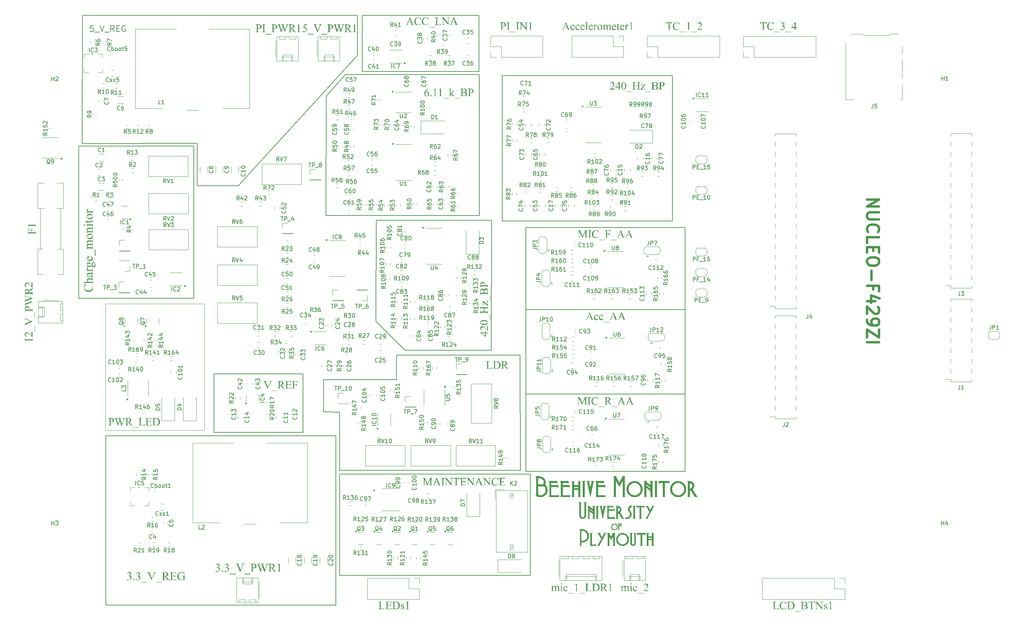
<source format=gbr>
%TF.GenerationSoftware,KiCad,Pcbnew,8.0.8*%
%TF.CreationDate,2025-03-14T14:35:35+00:00*%
%TF.ProjectId,Beehive_Monitor_main_PCB,42656568-6976-4655-9f4d-6f6e69746f72,rev?*%
%TF.SameCoordinates,Original*%
%TF.FileFunction,Legend,Top*%
%TF.FilePolarity,Positive*%
%FSLAX46Y46*%
G04 Gerber Fmt 4.6, Leading zero omitted, Abs format (unit mm)*
G04 Created by KiCad (PCBNEW 8.0.8) date 2025-03-14 14:35:35*
%MOMM*%
%LPD*%
G01*
G04 APERTURE LIST*
%ADD10C,0.200000*%
%ADD11C,0.100000*%
%ADD12C,0.600000*%
%ADD13C,0.500000*%
%ADD14C,0.400000*%
%ADD15C,0.150000*%
%ADD16C,0.120000*%
G04 APERTURE END LIST*
D10*
X138100000Y-51490000D02*
X166970000Y-51490000D01*
X166970000Y-65360000D01*
X138100000Y-65360000D01*
X138100000Y-51490000D01*
X178520000Y-103990000D02*
X217920000Y-103990000D01*
X217920000Y-164370000D01*
X178520000Y-164370000D01*
X178520000Y-103990000D01*
D11*
X74560000Y-122850000D02*
X99070000Y-122850000D01*
X99070000Y-154170000D01*
X74560000Y-154170000D01*
X74560000Y-122850000D01*
D10*
X101390000Y-140240000D02*
X123470000Y-140240000D01*
X123470000Y-154720000D01*
X101390000Y-154720000D01*
X101390000Y-140240000D01*
X170020000Y-134370000D02*
X148700000Y-134380000D01*
X141450000Y-127160000D01*
X141520000Y-102230000D01*
X170080000Y-102220000D01*
X170020000Y-134370000D01*
X74660000Y-155550000D02*
X131540000Y-155550000D01*
X131540000Y-197500000D01*
X74660000Y-197500000D01*
X74660000Y-155550000D01*
X132500000Y-165070000D02*
X179700000Y-165070000D01*
X179700000Y-190120000D01*
X132500000Y-190120000D01*
X132500000Y-165070000D01*
X217980000Y-124340000D02*
X178580000Y-124340000D01*
X167070000Y-101020000D02*
X129150000Y-101030000D01*
X129210000Y-71480000D01*
X133920000Y-66160000D01*
X167070000Y-66160000D01*
X167070000Y-101020000D01*
X172720000Y-66370000D02*
X214830000Y-66370000D01*
X214830000Y-102400000D01*
X172720000Y-102400000D01*
X172720000Y-66370000D01*
X177180000Y-164090000D02*
X132470000Y-164080000D01*
X132470000Y-149710000D01*
X128540000Y-149670000D01*
X128530000Y-141660000D01*
X146560000Y-141660000D01*
X146560000Y-135550000D01*
X172350000Y-135550000D01*
X177150000Y-135550000D01*
X177180000Y-164090000D01*
X136910830Y-61410002D02*
X107450000Y-93630000D01*
X97239002Y-93630951D01*
X97239002Y-83210951D01*
X68809002Y-83220951D01*
X68879002Y-51520951D01*
X136900000Y-51490000D01*
X136910830Y-61410002D01*
X67950000Y-83870000D02*
X96440000Y-83870000D01*
X96440000Y-121510000D01*
X67950000Y-121510000D01*
X67950000Y-83870000D01*
X217930000Y-145240000D02*
X178580000Y-145250000D01*
G36*
X192410268Y-147880000D02*
G01*
X191690240Y-146301702D01*
X191690240Y-147552226D01*
X191694627Y-147655421D01*
X191716670Y-147750706D01*
X191727365Y-147767159D01*
X191813957Y-147817115D01*
X191888077Y-147825289D01*
X191954023Y-147825289D01*
X191954023Y-147880000D01*
X191305802Y-147880000D01*
X191305802Y-147825289D01*
X191371748Y-147825289D01*
X191472742Y-147807337D01*
X191539298Y-147753482D01*
X191565325Y-147654067D01*
X191569584Y-147551737D01*
X191569584Y-146328569D01*
X191563466Y-146227382D01*
X191541741Y-146149295D01*
X191470910Y-146082372D01*
X191370832Y-146058129D01*
X191305802Y-146055505D01*
X191305802Y-146004214D01*
X191833367Y-146004214D01*
X192508942Y-147472114D01*
X193174260Y-146004214D01*
X193701824Y-146004214D01*
X193701824Y-146058925D01*
X193636856Y-146058925D01*
X193535129Y-146076877D01*
X193468328Y-146130732D01*
X193442301Y-146229765D01*
X193438042Y-146331500D01*
X193438042Y-147552714D01*
X193442544Y-147655689D01*
X193465167Y-147751066D01*
X193476144Y-147767648D01*
X193562736Y-147817183D01*
X193636856Y-147825289D01*
X193701824Y-147825289D01*
X193701824Y-147880000D01*
X192910478Y-147880000D01*
X192910478Y-147825289D01*
X192976423Y-147825289D01*
X193077906Y-147807337D01*
X193143974Y-147753482D01*
X193170001Y-147654258D01*
X193174260Y-147552226D01*
X193174260Y-146301702D01*
X192455697Y-147880000D01*
X192410268Y-147880000D01*
G37*
G36*
X194616758Y-147825289D02*
G01*
X194616758Y-147880000D01*
X193818084Y-147880000D01*
X193818084Y-147825289D01*
X193884030Y-147825289D01*
X193983925Y-147808436D01*
X194052069Y-147757878D01*
X194079396Y-147661758D01*
X194084765Y-147555798D01*
X194084797Y-147545387D01*
X194084797Y-146338827D01*
X194081895Y-146239293D01*
X194067212Y-146151249D01*
X194010547Y-146092142D01*
X193916667Y-146061001D01*
X193884030Y-146058925D01*
X193818084Y-146058925D01*
X193818084Y-146004214D01*
X194616758Y-146004214D01*
X194616758Y-146058925D01*
X194549347Y-146058925D01*
X194450551Y-146075778D01*
X194382774Y-146126336D01*
X194354223Y-146222456D01*
X194348613Y-146328416D01*
X194348580Y-146338827D01*
X194348580Y-147545387D01*
X194351562Y-147644921D01*
X194366653Y-147732965D01*
X194424295Y-147792072D01*
X194520823Y-147823700D01*
X194549347Y-147825289D01*
X194616758Y-147825289D01*
G37*
G36*
X196374330Y-145972951D02*
G01*
X196416828Y-146598213D01*
X196374330Y-146598213D01*
X196339731Y-146497732D01*
X196300049Y-146408413D01*
X196247329Y-146318317D01*
X196178605Y-146233954D01*
X196131064Y-146191304D01*
X196048204Y-146136808D01*
X195957407Y-146097882D01*
X195858672Y-146074526D01*
X195751999Y-146066741D01*
X195650406Y-146074198D01*
X195554454Y-146096571D01*
X195464144Y-146133858D01*
X195416409Y-146161018D01*
X195337352Y-146222662D01*
X195268341Y-146302080D01*
X195215432Y-146387596D01*
X195180959Y-146460949D01*
X195147460Y-146555737D01*
X195122188Y-146660155D01*
X195107076Y-146757322D01*
X195098008Y-146861564D01*
X195094986Y-146972882D01*
X195098866Y-147080169D01*
X195110507Y-147181051D01*
X195133313Y-147288502D01*
X195166255Y-147387589D01*
X195176074Y-147411053D01*
X195221717Y-147498248D01*
X195285254Y-147583496D01*
X195361697Y-147655143D01*
X195419829Y-147695352D01*
X195515196Y-147743051D01*
X195617751Y-147775139D01*
X195714945Y-147790557D01*
X195791566Y-147794026D01*
X195890382Y-147787960D01*
X195992200Y-147766989D01*
X196085623Y-147731040D01*
X196112013Y-147717334D01*
X196201390Y-147654260D01*
X196276739Y-147582437D01*
X196345475Y-147504015D01*
X196406474Y-147425224D01*
X196416828Y-147411053D01*
X196459326Y-147438408D01*
X196405104Y-147525746D01*
X196337678Y-147615963D01*
X196265764Y-147693604D01*
X196189362Y-147758669D01*
X196132041Y-147797445D01*
X196034344Y-147847240D01*
X195941646Y-147879140D01*
X195842216Y-147900148D01*
X195736054Y-147910262D01*
X195688496Y-147911263D01*
X195576098Y-147905920D01*
X195470204Y-147889891D01*
X195370812Y-147863177D01*
X195277924Y-147825778D01*
X195191538Y-147777692D01*
X195111655Y-147718921D01*
X195038276Y-147649465D01*
X194971399Y-147569323D01*
X194916797Y-147487737D01*
X194863491Y-147384010D01*
X194823512Y-147273929D01*
X194800375Y-147177341D01*
X194786494Y-147076341D01*
X194781866Y-146970928D01*
X194786263Y-146868460D01*
X194799452Y-146769153D01*
X194821434Y-146673005D01*
X194852208Y-146580017D01*
X194891776Y-146490189D01*
X194906919Y-146460949D01*
X194966117Y-146364247D01*
X195034291Y-146277597D01*
X195111442Y-146200997D01*
X195197568Y-146134449D01*
X195250813Y-146100935D01*
X195348710Y-146051066D01*
X195450487Y-146013446D01*
X195556144Y-145988074D01*
X195665682Y-145974951D01*
X195730017Y-145972951D01*
X195830554Y-145978935D01*
X195930418Y-145996887D01*
X196029611Y-146026807D01*
X196128133Y-146068695D01*
X196210687Y-146098004D01*
X196275167Y-146072602D01*
X196322950Y-145984701D01*
X196325970Y-145972951D01*
X196374330Y-145972951D01*
G37*
G36*
X197978028Y-148473998D02*
G01*
X196522829Y-148473998D01*
X196522829Y-148356762D01*
X197978028Y-148356762D01*
X197978028Y-148473998D01*
G37*
G36*
X198777880Y-146005743D02*
G01*
X198887364Y-146011390D01*
X198994228Y-146022938D01*
X199091167Y-146042425D01*
X199109361Y-146047690D01*
X199201338Y-146085844D01*
X199283155Y-146141198D01*
X199348719Y-146206448D01*
X199404620Y-146291351D01*
X199437316Y-146386874D01*
X199446905Y-146482930D01*
X199435981Y-146585656D01*
X199403208Y-146679508D01*
X199348587Y-146764487D01*
X199335041Y-146780418D01*
X199253106Y-146851983D01*
X199158807Y-146904074D01*
X199058637Y-146940581D01*
X198988217Y-146958715D01*
X199372655Y-147499958D01*
X199436280Y-147585229D01*
X199502312Y-147662548D01*
X199575041Y-147730286D01*
X199599312Y-147747620D01*
X199693359Y-147792540D01*
X199791682Y-147817498D01*
X199846974Y-147825289D01*
X199846974Y-147880000D01*
X199349208Y-147880000D01*
X198718573Y-146994375D01*
X198619126Y-146996758D01*
X198604755Y-146996817D01*
X198566165Y-146996329D01*
X198523667Y-146994375D01*
X198523667Y-147542456D01*
X198527435Y-147640725D01*
X198547220Y-147738757D01*
X198562257Y-147764228D01*
X198647818Y-147816702D01*
X198718573Y-147825289D01*
X198791845Y-147825289D01*
X198791845Y-147880000D01*
X197993171Y-147880000D01*
X197993171Y-147825289D01*
X198063513Y-147825289D01*
X198164874Y-147805994D01*
X198232529Y-147748108D01*
X198257297Y-147648999D01*
X198261350Y-147545387D01*
X198261350Y-146338827D01*
X198256790Y-146233349D01*
X198234089Y-146137083D01*
X198523667Y-146137083D01*
X198523667Y-146909378D01*
X198569096Y-146910355D01*
X198600847Y-146910844D01*
X198711056Y-146905304D01*
X198808736Y-146888685D01*
X198905029Y-146856124D01*
X198993798Y-146802195D01*
X199002383Y-146795073D01*
X199073738Y-146716514D01*
X199118665Y-146625553D01*
X199137165Y-146522189D01*
X199137693Y-146500027D01*
X199127008Y-146397121D01*
X199090570Y-146298690D01*
X199028272Y-146215729D01*
X198945012Y-146153153D01*
X198845012Y-146116553D01*
X198739577Y-146105819D01*
X198638986Y-146114643D01*
X198540481Y-146133297D01*
X198523667Y-146137083D01*
X198234089Y-146137083D01*
X198233877Y-146136186D01*
X198222760Y-146119497D01*
X198135366Y-146067443D01*
X198063513Y-146058925D01*
X197993171Y-146058925D01*
X197993171Y-146004214D01*
X198672166Y-146004214D01*
X198777880Y-146005743D01*
G37*
G36*
X201243067Y-148473998D02*
G01*
X199787868Y-148473998D01*
X199787868Y-148356762D01*
X201243067Y-148356762D01*
X201243067Y-148473998D01*
G37*
G36*
X202890729Y-147520474D02*
G01*
X202933572Y-147615082D01*
X202982892Y-147702588D01*
X203032878Y-147762763D01*
X203120634Y-147809955D01*
X203210687Y-147825289D01*
X203210687Y-147880000D01*
X202475516Y-147880000D01*
X202475516Y-147825289D01*
X202573448Y-147812411D01*
X202625970Y-147789141D01*
X202665048Y-147713426D01*
X202643677Y-147612218D01*
X202610338Y-147525847D01*
X202497498Y-147262554D01*
X201776493Y-147262554D01*
X201649975Y-147551249D01*
X201614804Y-147644305D01*
X201603081Y-147710495D01*
X201643625Y-147784256D01*
X201737441Y-147816253D01*
X201818991Y-147825289D01*
X201818991Y-147880000D01*
X201232320Y-147880000D01*
X201232320Y-147825289D01*
X201328429Y-147801598D01*
X201383262Y-147771556D01*
X201447616Y-147688194D01*
X201497018Y-147596708D01*
X201538600Y-147504354D01*
X201685601Y-147160949D01*
X201818991Y-147160949D01*
X202459396Y-147160949D01*
X202143346Y-146400376D01*
X201818991Y-147160949D01*
X201685601Y-147160949D01*
X202194148Y-145972951D01*
X202242020Y-145972951D01*
X202890729Y-147520474D01*
G37*
G36*
X204911106Y-147520474D02*
G01*
X204953949Y-147615082D01*
X205003269Y-147702588D01*
X205053255Y-147762763D01*
X205141011Y-147809955D01*
X205231064Y-147825289D01*
X205231064Y-147880000D01*
X204495893Y-147880000D01*
X204495893Y-147825289D01*
X204593825Y-147812411D01*
X204646346Y-147789141D01*
X204685425Y-147713426D01*
X204664054Y-147612218D01*
X204630715Y-147525847D01*
X204517875Y-147262554D01*
X203796870Y-147262554D01*
X203670352Y-147551249D01*
X203635181Y-147644305D01*
X203623457Y-147710495D01*
X203664002Y-147784256D01*
X203757818Y-147816253D01*
X203839368Y-147825289D01*
X203839368Y-147880000D01*
X203252697Y-147880000D01*
X203252697Y-147825289D01*
X203348806Y-147801598D01*
X203403639Y-147771556D01*
X203467993Y-147688194D01*
X203517395Y-147596708D01*
X203558977Y-147504354D01*
X203705978Y-147160949D01*
X203839368Y-147160949D01*
X204479773Y-147160949D01*
X204163723Y-146400376D01*
X203839368Y-147160949D01*
X203705978Y-147160949D01*
X204214525Y-145972951D01*
X204262397Y-145972951D01*
X204911106Y-147520474D01*
G37*
G36*
X115677418Y-142024214D02*
G01*
X115677418Y-142078925D01*
X115581556Y-142107759D01*
X115527941Y-142141939D01*
X115463248Y-142220808D01*
X115412910Y-142314512D01*
X115398492Y-142348080D01*
X114748806Y-143931263D01*
X114698004Y-143931263D01*
X113999958Y-142327076D01*
X113959352Y-142237597D01*
X113924731Y-142176133D01*
X113849031Y-142114351D01*
X113839734Y-142109699D01*
X113745212Y-142083413D01*
X113704912Y-142078925D01*
X113704912Y-142024214D01*
X114465973Y-142024214D01*
X114465973Y-142078925D01*
X114364579Y-142094667D01*
X114297934Y-142122889D01*
X114259832Y-142203489D01*
X114279770Y-142305086D01*
X114315216Y-142399608D01*
X114322847Y-142417445D01*
X114797166Y-143507745D01*
X115236803Y-142431123D01*
X115273514Y-142333406D01*
X115299017Y-142236992D01*
X115301284Y-142210327D01*
X115261228Y-142134612D01*
X115170827Y-142091748D01*
X115126894Y-142082833D01*
X115103447Y-142078925D01*
X115103447Y-142024214D01*
X115677418Y-142024214D01*
G37*
G36*
X117132128Y-144493998D02*
G01*
X115676929Y-144493998D01*
X115676929Y-144376762D01*
X117132128Y-144376762D01*
X117132128Y-144493998D01*
G37*
G36*
X117931979Y-142025743D02*
G01*
X118041464Y-142031390D01*
X118148327Y-142042938D01*
X118245267Y-142062425D01*
X118263461Y-142067690D01*
X118355437Y-142105844D01*
X118437255Y-142161198D01*
X118502819Y-142226448D01*
X118558719Y-142311351D01*
X118591416Y-142406874D01*
X118601004Y-142502930D01*
X118590080Y-142605656D01*
X118557308Y-142699508D01*
X118502687Y-142784487D01*
X118489141Y-142800418D01*
X118407205Y-142871983D01*
X118312907Y-142924074D01*
X118212736Y-142960581D01*
X118142316Y-142978715D01*
X118526755Y-143519958D01*
X118590380Y-143605229D01*
X118656411Y-143682548D01*
X118729140Y-143750286D01*
X118753412Y-143767620D01*
X118847459Y-143812540D01*
X118945782Y-143837498D01*
X119001074Y-143845289D01*
X119001074Y-143900000D01*
X118503307Y-143900000D01*
X117872672Y-143014375D01*
X117773226Y-143016758D01*
X117758855Y-143016817D01*
X117720265Y-143016329D01*
X117677766Y-143014375D01*
X117677766Y-143562456D01*
X117681535Y-143660725D01*
X117701320Y-143758757D01*
X117716357Y-143784228D01*
X117801918Y-143836702D01*
X117872672Y-143845289D01*
X117945945Y-143845289D01*
X117945945Y-143900000D01*
X117147271Y-143900000D01*
X117147271Y-143845289D01*
X117217613Y-143845289D01*
X117318974Y-143825994D01*
X117386629Y-143768108D01*
X117411397Y-143668999D01*
X117415450Y-143565387D01*
X117415450Y-142358827D01*
X117410890Y-142253349D01*
X117388189Y-142157083D01*
X117677766Y-142157083D01*
X117677766Y-142929378D01*
X117723196Y-142930355D01*
X117754947Y-142930844D01*
X117865156Y-142925304D01*
X117962836Y-142908685D01*
X118059129Y-142876124D01*
X118147898Y-142822195D01*
X118156482Y-142815073D01*
X118227838Y-142736514D01*
X118272765Y-142645553D01*
X118291264Y-142542189D01*
X118291793Y-142520027D01*
X118281107Y-142417121D01*
X118244669Y-142318690D01*
X118182372Y-142235729D01*
X118099112Y-142173153D01*
X117999112Y-142136553D01*
X117893677Y-142125819D01*
X117793085Y-142134643D01*
X117694581Y-142153297D01*
X117677766Y-142157083D01*
X117388189Y-142157083D01*
X117387977Y-142156186D01*
X117376859Y-142139497D01*
X117289466Y-142087443D01*
X117217613Y-142078925D01*
X117147271Y-142078925D01*
X117147271Y-142024214D01*
X117826266Y-142024214D01*
X117931979Y-142025743D01*
G37*
G36*
X119553551Y-142125819D02*
G01*
X119553551Y-142868318D01*
X119962903Y-142868318D01*
X120067500Y-142861311D01*
X120160800Y-142830170D01*
X120175882Y-142818492D01*
X120228898Y-142734772D01*
X120251372Y-142636266D01*
X120255505Y-142586950D01*
X120306308Y-142586950D01*
X120306308Y-143243475D01*
X120255505Y-143243475D01*
X120238742Y-143144686D01*
X120216915Y-143071528D01*
X120146168Y-143002496D01*
X120135826Y-142997278D01*
X120036009Y-142973155D01*
X119962903Y-142969923D01*
X119553551Y-142969923D01*
X119553551Y-143588346D01*
X119556238Y-143688241D01*
X119564298Y-143739776D01*
X119602889Y-143782763D01*
X119702649Y-143798379D01*
X119707424Y-143798394D01*
X120023475Y-143798394D01*
X120121732Y-143795797D01*
X120222790Y-143783883D01*
X120252575Y-143776413D01*
X120340044Y-143732144D01*
X120390327Y-143689462D01*
X120454693Y-143612823D01*
X120509276Y-143530382D01*
X120559134Y-143441746D01*
X120564717Y-143431053D01*
X120619427Y-143431053D01*
X120458715Y-143900000D01*
X119023056Y-143900000D01*
X119023056Y-143845289D01*
X119089002Y-143845289D01*
X119187867Y-143825909D01*
X119214054Y-143813538D01*
X119273649Y-143747592D01*
X119287864Y-143649698D01*
X119289769Y-143566852D01*
X119289769Y-142352965D01*
X119286287Y-142255192D01*
X119268004Y-142158621D01*
X119254110Y-142134124D01*
X119166259Y-142086687D01*
X119089002Y-142078925D01*
X119023056Y-142078925D01*
X119023056Y-142024214D01*
X120458715Y-142024214D01*
X120479232Y-142430635D01*
X120425987Y-142430635D01*
X120403478Y-142333937D01*
X120368534Y-142240928D01*
X120361995Y-142229867D01*
X120290554Y-142162364D01*
X120258436Y-142146336D01*
X120156808Y-142128705D01*
X120064508Y-142125819D01*
X119553551Y-142125819D01*
G37*
G36*
X121250551Y-142125819D02*
G01*
X121250551Y-142868318D01*
X121590048Y-142868318D01*
X121691165Y-142855739D01*
X121761018Y-142818004D01*
X121810581Y-142730025D01*
X121832149Y-142627458D01*
X121833314Y-142618213D01*
X121884117Y-142618213D01*
X121884117Y-143243475D01*
X121833314Y-143243475D01*
X121824588Y-143145559D01*
X121804982Y-143086182D01*
X121736575Y-143014169D01*
X121730732Y-143010956D01*
X121633829Y-142987142D01*
X121590048Y-142985554D01*
X121250551Y-142985554D01*
X121250551Y-143567829D01*
X121253534Y-143666414D01*
X121268625Y-143753942D01*
X121326266Y-143812561D01*
X121420147Y-143843244D01*
X121452784Y-143845289D01*
X121520195Y-143845289D01*
X121520195Y-143900000D01*
X120720544Y-143900000D01*
X120720544Y-143845289D01*
X120786489Y-143845289D01*
X120886018Y-143828436D01*
X120954040Y-143777878D01*
X120981367Y-143681758D01*
X120986737Y-143575798D01*
X120986769Y-143565387D01*
X120986769Y-142358827D01*
X120983866Y-142259293D01*
X120969183Y-142171249D01*
X120913007Y-142112142D01*
X120819676Y-142081001D01*
X120786489Y-142078925D01*
X120720544Y-142078925D01*
X120720544Y-142024214D01*
X122106866Y-142024214D01*
X122124452Y-142430635D01*
X122076580Y-142430635D01*
X122045672Y-142336825D01*
X121999415Y-142248454D01*
X121993538Y-142240614D01*
X121917996Y-142173258D01*
X121876789Y-142153175D01*
X121781445Y-142131830D01*
X121679325Y-142125926D01*
X121661367Y-142125819D01*
X121250551Y-142125819D01*
G37*
G36*
X76093657Y-151166692D02*
G01*
X76200490Y-151175592D01*
X76304840Y-151193340D01*
X76383517Y-151215994D01*
X76477498Y-151259684D01*
X76560627Y-151320228D01*
X76626782Y-151389895D01*
X76683239Y-151479557D01*
X76716261Y-151579956D01*
X76725945Y-151680544D01*
X76716542Y-151789537D01*
X76688332Y-151887906D01*
X76641315Y-151975650D01*
X76575491Y-152052770D01*
X76492510Y-152115388D01*
X76394019Y-152160115D01*
X76295117Y-152184575D01*
X76184340Y-152195337D01*
X76150509Y-152195896D01*
X76052508Y-152191279D01*
X76004452Y-152186127D01*
X75907679Y-152171253D01*
X75836901Y-152157306D01*
X75836901Y-152703921D01*
X75840670Y-152801628D01*
X75860455Y-152898994D01*
X75875491Y-152924228D01*
X75961625Y-152976702D01*
X76033272Y-152985289D01*
X76105080Y-152985289D01*
X76105080Y-153040000D01*
X75306894Y-153040000D01*
X75306894Y-152985289D01*
X75376748Y-152985289D01*
X75478108Y-152965994D01*
X75545764Y-152908108D01*
X75569272Y-152808999D01*
X75573119Y-152705387D01*
X75573119Y-151498827D01*
X75568732Y-151393349D01*
X75547447Y-151299525D01*
X75836901Y-151299525D01*
X75836901Y-152074752D01*
X75936735Y-152091421D01*
X75965861Y-152095268D01*
X76062581Y-152102107D01*
X76164064Y-152086582D01*
X76254556Y-152040008D01*
X76308778Y-151991709D01*
X76368016Y-151907798D01*
X76402665Y-151808533D01*
X76412826Y-151704968D01*
X76403289Y-151602667D01*
X76374678Y-151506910D01*
X76363000Y-151480753D01*
X76307623Y-151394801D01*
X76228443Y-151328672D01*
X76222805Y-151325415D01*
X76126207Y-151286580D01*
X76024333Y-151273686D01*
X76017152Y-151273635D01*
X75919672Y-151282762D01*
X75836901Y-151299525D01*
X75547447Y-151299525D01*
X75546689Y-151296186D01*
X75535994Y-151279497D01*
X75448830Y-151227443D01*
X75376748Y-151218925D01*
X75306894Y-151218925D01*
X75306894Y-151164214D01*
X75989309Y-151164214D01*
X76093657Y-151166692D01*
G37*
G36*
X79451207Y-151164214D02*
G01*
X79451207Y-151218925D01*
X79354177Y-151235025D01*
X79332993Y-151245303D01*
X79262073Y-151317364D01*
X79246531Y-151342512D01*
X79205315Y-151438562D01*
X79170389Y-151538803D01*
X79159581Y-151571612D01*
X78640321Y-153071263D01*
X78585610Y-153071263D01*
X78161116Y-151879357D01*
X77739064Y-153071263D01*
X77689727Y-153071263D01*
X77136273Y-151526182D01*
X77101936Y-151431939D01*
X77065452Y-151338699D01*
X77057627Y-151321995D01*
X76991597Y-151249325D01*
X76982889Y-151244326D01*
X76883640Y-151219818D01*
X76854417Y-151218925D01*
X76854417Y-151164214D01*
X77544159Y-151164214D01*
X77544159Y-151218925D01*
X77510942Y-151218925D01*
X77415240Y-151240853D01*
X77399567Y-151252142D01*
X77361465Y-151331277D01*
X77382819Y-151432210D01*
X77414702Y-151530945D01*
X77422037Y-151552072D01*
X77788401Y-152595478D01*
X78097613Y-151705945D01*
X78042903Y-151550607D01*
X77998939Y-151426043D01*
X77953976Y-151336765D01*
X77934459Y-151306364D01*
X77890495Y-151262400D01*
X77821618Y-151227229D01*
X77739064Y-151218925D01*
X77739064Y-151164214D01*
X78464466Y-151164214D01*
X78464466Y-151218925D01*
X78415129Y-151218925D01*
X78317120Y-151240853D01*
X78302288Y-151252142D01*
X78266629Y-151341046D01*
X78284138Y-151444631D01*
X78314127Y-151542951D01*
X78328667Y-151584801D01*
X78685750Y-152595478D01*
X79040390Y-151571123D01*
X79072075Y-151475086D01*
X79096719Y-151374935D01*
X79100474Y-151335673D01*
X79080446Y-151276566D01*
X79030621Y-151237976D01*
X78929870Y-151219836D01*
X78894822Y-151218925D01*
X78894822Y-151164214D01*
X79451207Y-151164214D01*
G37*
G36*
X80291603Y-151165743D02*
G01*
X80401087Y-151171390D01*
X80507951Y-151182938D01*
X80604890Y-151202425D01*
X80623084Y-151207690D01*
X80715060Y-151245844D01*
X80796878Y-151301198D01*
X80862442Y-151366448D01*
X80918343Y-151451351D01*
X80951039Y-151546874D01*
X80960628Y-151642930D01*
X80949703Y-151745656D01*
X80916931Y-151839508D01*
X80862310Y-151924487D01*
X80848764Y-151940418D01*
X80766828Y-152011983D01*
X80672530Y-152064074D01*
X80572360Y-152100581D01*
X80501939Y-152118715D01*
X80886378Y-152659958D01*
X80950003Y-152745229D01*
X81016034Y-152822548D01*
X81088763Y-152890286D01*
X81113035Y-152907620D01*
X81207082Y-152952540D01*
X81305405Y-152977498D01*
X81360697Y-152985289D01*
X81360697Y-153040000D01*
X80862930Y-153040000D01*
X80232295Y-152154375D01*
X80132849Y-152156758D01*
X80118478Y-152156817D01*
X80079888Y-152156329D01*
X80037390Y-152154375D01*
X80037390Y-152702456D01*
X80041158Y-152800725D01*
X80060943Y-152898757D01*
X80075980Y-152924228D01*
X80161541Y-152976702D01*
X80232295Y-152985289D01*
X80305568Y-152985289D01*
X80305568Y-153040000D01*
X79506894Y-153040000D01*
X79506894Y-152985289D01*
X79577236Y-152985289D01*
X79678597Y-152965994D01*
X79746252Y-152908108D01*
X79771020Y-152808999D01*
X79775073Y-152705387D01*
X79775073Y-151498827D01*
X79770513Y-151393349D01*
X79747812Y-151297083D01*
X80037390Y-151297083D01*
X80037390Y-152069378D01*
X80082819Y-152070355D01*
X80114570Y-152070844D01*
X80224779Y-152065304D01*
X80322459Y-152048685D01*
X80418752Y-152016124D01*
X80507521Y-151962195D01*
X80516106Y-151955073D01*
X80587461Y-151876514D01*
X80632388Y-151785553D01*
X80650888Y-151682189D01*
X80651416Y-151660027D01*
X80640730Y-151557121D01*
X80604293Y-151458690D01*
X80541995Y-151375729D01*
X80458735Y-151313153D01*
X80358735Y-151276553D01*
X80253300Y-151265819D01*
X80152708Y-151274643D01*
X80054204Y-151293297D01*
X80037390Y-151297083D01*
X79747812Y-151297083D01*
X79747600Y-151296186D01*
X79736482Y-151279497D01*
X79649089Y-151227443D01*
X79577236Y-151218925D01*
X79506894Y-151218925D01*
X79506894Y-151164214D01*
X80185889Y-151164214D01*
X80291603Y-151165743D01*
G37*
G36*
X82756789Y-153633998D02*
G01*
X81301591Y-153633998D01*
X81301591Y-153516762D01*
X82756789Y-153516762D01*
X82756789Y-153633998D01*
G37*
G36*
X84337041Y-152508527D02*
G01*
X84382470Y-152518297D01*
X84222735Y-153040000D01*
X82780237Y-153040000D01*
X82780237Y-152985289D01*
X82850579Y-152985289D01*
X82951939Y-152965994D01*
X83019595Y-152908108D01*
X83044363Y-152807931D01*
X83048415Y-152704410D01*
X83048415Y-151498827D01*
X83043855Y-151393790D01*
X83020942Y-151296444D01*
X83009825Y-151279497D01*
X82922432Y-151227443D01*
X82850579Y-151218925D01*
X82780237Y-151218925D01*
X82780237Y-151164214D01*
X83623852Y-151164214D01*
X83623852Y-151218925D01*
X83524979Y-151222153D01*
X83427712Y-151241544D01*
X83415757Y-151246769D01*
X83340263Y-151309173D01*
X83334180Y-151320041D01*
X83315289Y-151423081D01*
X83312219Y-151520746D01*
X83312198Y-151531067D01*
X83312198Y-152708806D01*
X83318402Y-152810128D01*
X83334180Y-152866099D01*
X83384982Y-152909085D01*
X83484778Y-152920840D01*
X83588304Y-152922750D01*
X83599427Y-152922763D01*
X83735226Y-152922763D01*
X83834450Y-152920717D01*
X83935982Y-152912407D01*
X84036133Y-152890034D01*
X84123726Y-152840541D01*
X84193914Y-152773286D01*
X84252177Y-152689058D01*
X84301351Y-152592852D01*
X84337041Y-152508527D01*
G37*
G36*
X85021898Y-151265819D02*
G01*
X85021898Y-152008318D01*
X85431249Y-152008318D01*
X85535846Y-152001311D01*
X85629146Y-151970170D01*
X85644228Y-151958492D01*
X85697244Y-151874772D01*
X85719718Y-151776266D01*
X85723852Y-151726950D01*
X85774654Y-151726950D01*
X85774654Y-152383475D01*
X85723852Y-152383475D01*
X85707088Y-152284686D01*
X85685261Y-152211528D01*
X85614514Y-152142496D01*
X85604173Y-152137278D01*
X85504355Y-152113155D01*
X85431249Y-152109923D01*
X85021898Y-152109923D01*
X85021898Y-152728346D01*
X85024584Y-152828241D01*
X85032644Y-152879776D01*
X85071235Y-152922763D01*
X85170995Y-152938379D01*
X85175771Y-152938394D01*
X85491821Y-152938394D01*
X85590079Y-152935797D01*
X85691136Y-152923883D01*
X85720921Y-152916413D01*
X85808390Y-152872144D01*
X85858674Y-152829462D01*
X85923039Y-152752823D01*
X85977622Y-152670382D01*
X86027480Y-152581746D01*
X86033063Y-152571053D01*
X86087773Y-152571053D01*
X85927062Y-153040000D01*
X84491402Y-153040000D01*
X84491402Y-152985289D01*
X84557348Y-152985289D01*
X84656214Y-152965909D01*
X84682400Y-152953538D01*
X84741995Y-152887592D01*
X84756211Y-152789698D01*
X84758115Y-152706852D01*
X84758115Y-151492965D01*
X84754633Y-151395192D01*
X84736351Y-151298621D01*
X84722456Y-151274124D01*
X84634605Y-151226687D01*
X84557348Y-151218925D01*
X84491402Y-151218925D01*
X84491402Y-151164214D01*
X85927062Y-151164214D01*
X85947578Y-151570635D01*
X85894333Y-151570635D01*
X85871825Y-151473937D01*
X85836880Y-151380928D01*
X85830341Y-151369867D01*
X85758900Y-151302364D01*
X85726782Y-151286336D01*
X85625155Y-151268705D01*
X85532854Y-151265819D01*
X85021898Y-151265819D01*
G37*
G36*
X87051243Y-151165710D02*
G01*
X87169078Y-151171788D01*
X87277158Y-151182540D01*
X87375482Y-151197968D01*
X87480594Y-151222651D01*
X87585471Y-151259958D01*
X87676696Y-151307732D01*
X87759740Y-151367709D01*
X87834603Y-151439887D01*
X87901284Y-151524267D01*
X87935715Y-151577962D01*
X87987296Y-151678711D01*
X88021425Y-151770313D01*
X88046247Y-151866758D01*
X88061760Y-151968047D01*
X88067965Y-152074178D01*
X88068094Y-152092337D01*
X88062334Y-152211616D01*
X88045054Y-152324597D01*
X88016252Y-152431281D01*
X87975931Y-152531669D01*
X87924089Y-152625760D01*
X87860727Y-152713554D01*
X87832156Y-152746908D01*
X87761509Y-152815601D01*
X87682191Y-152875136D01*
X87594202Y-152925511D01*
X87497543Y-152966727D01*
X87392213Y-152998784D01*
X87278213Y-153021681D01*
X87155542Y-153035420D01*
X87057849Y-153039713D01*
X87024200Y-153040000D01*
X86191332Y-153040000D01*
X86191332Y-152985289D01*
X86261674Y-152985289D01*
X86362669Y-152966360D01*
X86429225Y-152909574D01*
X86455252Y-152808518D01*
X86459511Y-152705387D01*
X86459511Y-151498827D01*
X86454951Y-151393790D01*
X86434028Y-151304898D01*
X86723293Y-151304898D01*
X86723293Y-152907131D01*
X86826801Y-152927739D01*
X86927986Y-152941593D01*
X87015896Y-152946210D01*
X87131518Y-152938259D01*
X87239516Y-152914405D01*
X87339888Y-152874649D01*
X87432636Y-152818990D01*
X87517758Y-152747429D01*
X87544438Y-152720041D01*
X87615988Y-152629395D01*
X87672734Y-152527448D01*
X87708714Y-152433861D01*
X87734415Y-152332426D01*
X87749835Y-152223144D01*
X87754975Y-152106015D01*
X87749835Y-151988089D01*
X87734415Y-151878249D01*
X87708714Y-151776495D01*
X87672734Y-151682826D01*
X87615988Y-151581097D01*
X87544438Y-151491011D01*
X87461462Y-151414481D01*
X87370071Y-151353785D01*
X87270266Y-151308923D01*
X87162045Y-151279894D01*
X87045410Y-151266699D01*
X87004661Y-151265819D01*
X86898603Y-151272269D01*
X86800047Y-151287801D01*
X86723293Y-151304898D01*
X86434028Y-151304898D01*
X86432038Y-151296444D01*
X86420921Y-151279497D01*
X86333528Y-151227443D01*
X86261674Y-151218925D01*
X86191332Y-151218925D01*
X86191332Y-151164214D01*
X86949951Y-151164214D01*
X87051243Y-151165710D01*
G37*
G36*
X150550390Y-53520474D02*
G01*
X150593233Y-53615082D01*
X150642554Y-53702588D01*
X150692540Y-53762763D01*
X150780295Y-53809955D01*
X150870348Y-53825289D01*
X150870348Y-53880000D01*
X150135177Y-53880000D01*
X150135177Y-53825289D01*
X150233109Y-53812411D01*
X150285631Y-53789141D01*
X150324710Y-53713426D01*
X150303339Y-53612218D01*
X150270000Y-53525847D01*
X150157159Y-53262554D01*
X149436154Y-53262554D01*
X149309637Y-53551249D01*
X149274466Y-53644305D01*
X149262742Y-53710495D01*
X149303286Y-53784256D01*
X149397103Y-53816253D01*
X149478653Y-53825289D01*
X149478653Y-53880000D01*
X148891981Y-53880000D01*
X148891981Y-53825289D01*
X148988091Y-53801598D01*
X149042923Y-53771556D01*
X149107278Y-53688194D01*
X149156680Y-53596708D01*
X149198262Y-53504354D01*
X149345263Y-53160949D01*
X149478653Y-53160949D01*
X150119057Y-53160949D01*
X149803007Y-52400376D01*
X149478653Y-53160949D01*
X149345263Y-53160949D01*
X149853810Y-51972951D01*
X149901681Y-51972951D01*
X150550390Y-53520474D01*
G37*
G36*
X152584445Y-51972951D02*
G01*
X152626943Y-52598213D01*
X152584445Y-52598213D01*
X152549846Y-52497732D01*
X152510164Y-52408413D01*
X152457444Y-52318317D01*
X152388720Y-52233954D01*
X152341179Y-52191304D01*
X152258319Y-52136808D01*
X152167522Y-52097882D01*
X152068787Y-52074526D01*
X151962114Y-52066741D01*
X151860521Y-52074198D01*
X151764569Y-52096571D01*
X151674259Y-52133858D01*
X151626524Y-52161018D01*
X151547467Y-52222662D01*
X151478456Y-52302080D01*
X151425547Y-52387596D01*
X151391074Y-52460949D01*
X151357575Y-52555737D01*
X151332303Y-52660155D01*
X151317191Y-52757322D01*
X151308123Y-52861564D01*
X151305101Y-52972882D01*
X151308981Y-53080169D01*
X151320622Y-53181051D01*
X151343428Y-53288502D01*
X151376370Y-53387589D01*
X151386189Y-53411053D01*
X151431832Y-53498248D01*
X151495369Y-53583496D01*
X151571812Y-53655143D01*
X151629944Y-53695352D01*
X151725311Y-53743051D01*
X151827866Y-53775139D01*
X151925060Y-53790557D01*
X152001681Y-53794026D01*
X152100497Y-53787960D01*
X152202315Y-53766989D01*
X152295738Y-53731040D01*
X152322128Y-53717334D01*
X152411506Y-53654260D01*
X152486854Y-53582437D01*
X152555590Y-53504015D01*
X152616589Y-53425224D01*
X152626943Y-53411053D01*
X152669441Y-53438408D01*
X152615219Y-53525746D01*
X152547793Y-53615963D01*
X152475879Y-53693604D01*
X152399477Y-53758669D01*
X152342156Y-53797445D01*
X152244459Y-53847240D01*
X152151761Y-53879140D01*
X152052331Y-53900148D01*
X151946169Y-53910262D01*
X151898611Y-53911263D01*
X151786213Y-53905920D01*
X151680319Y-53889891D01*
X151580927Y-53863177D01*
X151488039Y-53825778D01*
X151401653Y-53777692D01*
X151321770Y-53718921D01*
X151248391Y-53649465D01*
X151181514Y-53569323D01*
X151126912Y-53487737D01*
X151073606Y-53384010D01*
X151033627Y-53273929D01*
X151010490Y-53177341D01*
X150996609Y-53076341D01*
X150991981Y-52970928D01*
X150996378Y-52868460D01*
X151009567Y-52769153D01*
X151031549Y-52673005D01*
X151062323Y-52580017D01*
X151101891Y-52490189D01*
X151117034Y-52460949D01*
X151176232Y-52364247D01*
X151244406Y-52277597D01*
X151321557Y-52200997D01*
X151407683Y-52134449D01*
X151460928Y-52100935D01*
X151558825Y-52051066D01*
X151660602Y-52013446D01*
X151766259Y-51988074D01*
X151875797Y-51974951D01*
X151940132Y-51972951D01*
X152040669Y-51978935D01*
X152140533Y-51996887D01*
X152239726Y-52026807D01*
X152338248Y-52068695D01*
X152420802Y-52098004D01*
X152485282Y-52072602D01*
X152533065Y-51984701D01*
X152536085Y-51972951D01*
X152584445Y-51972951D01*
G37*
G36*
X154450460Y-51972951D02*
G01*
X154492958Y-52598213D01*
X154450460Y-52598213D01*
X154415862Y-52497732D01*
X154376180Y-52408413D01*
X154323460Y-52318317D01*
X154254736Y-52233954D01*
X154207194Y-52191304D01*
X154124335Y-52136808D01*
X154033538Y-52097882D01*
X153934802Y-52074526D01*
X153828129Y-52066741D01*
X153726536Y-52074198D01*
X153630585Y-52096571D01*
X153540274Y-52133858D01*
X153492540Y-52161018D01*
X153413482Y-52222662D01*
X153344471Y-52302080D01*
X153291562Y-52387596D01*
X153257090Y-52460949D01*
X153223590Y-52555737D01*
X153198319Y-52660155D01*
X153183206Y-52757322D01*
X153174139Y-52861564D01*
X153171116Y-52972882D01*
X153174996Y-53080169D01*
X153186637Y-53181051D01*
X153209443Y-53288502D01*
X153242385Y-53387589D01*
X153252205Y-53411053D01*
X153297848Y-53498248D01*
X153361385Y-53583496D01*
X153437827Y-53655143D01*
X153495959Y-53695352D01*
X153591327Y-53743051D01*
X153693882Y-53775139D01*
X153791075Y-53790557D01*
X153867697Y-53794026D01*
X153966512Y-53787960D01*
X154068331Y-53766989D01*
X154161754Y-53731040D01*
X154188143Y-53717334D01*
X154277521Y-53654260D01*
X154352870Y-53582437D01*
X154421605Y-53504015D01*
X154482605Y-53425224D01*
X154492958Y-53411053D01*
X154535457Y-53438408D01*
X154481235Y-53525746D01*
X154413808Y-53615963D01*
X154341894Y-53693604D01*
X154265492Y-53758669D01*
X154208171Y-53797445D01*
X154110474Y-53847240D01*
X154017776Y-53879140D01*
X153918346Y-53900148D01*
X153812185Y-53910262D01*
X153764626Y-53911263D01*
X153652229Y-53905920D01*
X153546334Y-53889891D01*
X153446943Y-53863177D01*
X153354054Y-53825778D01*
X153267668Y-53777692D01*
X153187786Y-53718921D01*
X153114406Y-53649465D01*
X153047529Y-53569323D01*
X152992928Y-53487737D01*
X152939622Y-53384010D01*
X152899642Y-53273929D01*
X152876506Y-53177341D01*
X152862624Y-53076341D01*
X152857997Y-52970928D01*
X152862393Y-52868460D01*
X152875582Y-52769153D01*
X152897564Y-52673005D01*
X152928339Y-52580017D01*
X152967906Y-52490189D01*
X152983049Y-52460949D01*
X153042247Y-52364247D01*
X153110422Y-52277597D01*
X153187572Y-52200997D01*
X153273698Y-52134449D01*
X153326943Y-52100935D01*
X153424840Y-52051066D01*
X153526617Y-52013446D01*
X153632275Y-51988074D01*
X153741812Y-51974951D01*
X153806147Y-51972951D01*
X153906684Y-51978935D01*
X154006549Y-51996887D01*
X154105742Y-52026807D01*
X154204263Y-52068695D01*
X154286817Y-52098004D01*
X154351297Y-52072602D01*
X154399080Y-51984701D01*
X154402100Y-51972951D01*
X154450460Y-51972951D01*
G37*
G36*
X156054159Y-54473998D02*
G01*
X154598960Y-54473998D01*
X154598960Y-54356762D01*
X156054159Y-54356762D01*
X156054159Y-54473998D01*
G37*
G36*
X157634410Y-53348527D02*
G01*
X157679839Y-53358297D01*
X157520104Y-53880000D01*
X156077606Y-53880000D01*
X156077606Y-53825289D01*
X156147948Y-53825289D01*
X156249309Y-53805994D01*
X156316964Y-53748108D01*
X156341732Y-53647931D01*
X156345785Y-53544410D01*
X156345785Y-52338827D01*
X156341225Y-52233790D01*
X156318312Y-52136444D01*
X156307194Y-52119497D01*
X156219801Y-52067443D01*
X156147948Y-52058925D01*
X156077606Y-52058925D01*
X156077606Y-52004214D01*
X156921221Y-52004214D01*
X156921221Y-52058925D01*
X156822348Y-52062153D01*
X156725081Y-52081544D01*
X156713126Y-52086769D01*
X156637632Y-52149173D01*
X156631549Y-52160041D01*
X156612658Y-52263081D01*
X156609588Y-52360746D01*
X156609567Y-52371067D01*
X156609567Y-53548806D01*
X156615771Y-53650128D01*
X156631549Y-53706099D01*
X156682351Y-53749085D01*
X156782147Y-53760840D01*
X156885673Y-53762750D01*
X156896796Y-53762763D01*
X157032595Y-53762763D01*
X157131819Y-53760717D01*
X157233352Y-53752407D01*
X157333503Y-53730034D01*
X157421095Y-53680541D01*
X157491284Y-53613286D01*
X157549546Y-53529058D01*
X157598720Y-53432852D01*
X157634410Y-53348527D01*
G37*
G36*
X157694005Y-52004214D02*
G01*
X158199588Y-52004214D01*
X159338736Y-53411053D01*
X159338736Y-52331988D01*
X159334176Y-52228793D01*
X159311263Y-52133508D01*
X159300146Y-52117055D01*
X159213554Y-52067099D01*
X159139434Y-52058925D01*
X159074954Y-52058925D01*
X159074954Y-52004214D01*
X159723175Y-52004214D01*
X159723175Y-52058925D01*
X159657229Y-52058925D01*
X159556235Y-52076877D01*
X159489678Y-52130732D01*
X159463651Y-52230376D01*
X159459392Y-52332477D01*
X159459392Y-53911263D01*
X159410055Y-53911263D01*
X158182002Y-52399888D01*
X158182002Y-53552226D01*
X158186331Y-53655421D01*
X158208084Y-53750706D01*
X158218639Y-53767159D01*
X158306108Y-53817115D01*
X158379839Y-53825289D01*
X158445785Y-53825289D01*
X158445785Y-53880000D01*
X157797076Y-53880000D01*
X157797076Y-53825289D01*
X157861556Y-53825289D01*
X157958299Y-53809511D01*
X158030572Y-53753482D01*
X158056599Y-53654449D01*
X158060858Y-53552714D01*
X158060858Y-52253342D01*
X157993424Y-52178316D01*
X157937759Y-52127801D01*
X157848732Y-52082864D01*
X157815150Y-52071137D01*
X157713636Y-52059116D01*
X157694005Y-52058925D01*
X157694005Y-52004214D01*
G37*
G36*
X161431898Y-53520474D02*
G01*
X161474741Y-53615082D01*
X161524061Y-53702588D01*
X161574047Y-53762763D01*
X161661803Y-53809955D01*
X161751856Y-53825289D01*
X161751856Y-53880000D01*
X161016685Y-53880000D01*
X161016685Y-53825289D01*
X161114617Y-53812411D01*
X161167138Y-53789141D01*
X161206217Y-53713426D01*
X161184846Y-53612218D01*
X161151507Y-53525847D01*
X161038667Y-53262554D01*
X160317662Y-53262554D01*
X160191144Y-53551249D01*
X160155973Y-53644305D01*
X160144249Y-53710495D01*
X160184794Y-53784256D01*
X160278610Y-53816253D01*
X160360160Y-53825289D01*
X160360160Y-53880000D01*
X159773489Y-53880000D01*
X159773489Y-53825289D01*
X159869598Y-53801598D01*
X159924431Y-53771556D01*
X159988785Y-53688194D01*
X160038187Y-53596708D01*
X160079769Y-53504354D01*
X160226770Y-53160949D01*
X160360160Y-53160949D01*
X161000565Y-53160949D01*
X160684515Y-52400376D01*
X160360160Y-53160949D01*
X160226770Y-53160949D01*
X160735317Y-51972951D01*
X160783189Y-51972951D01*
X161431898Y-53520474D01*
G37*
G36*
X192529630Y-106570000D02*
G01*
X191809602Y-104991702D01*
X191809602Y-106242226D01*
X191813989Y-106345421D01*
X191836032Y-106440706D01*
X191846727Y-106457159D01*
X191933319Y-106507115D01*
X192007439Y-106515289D01*
X192073385Y-106515289D01*
X192073385Y-106570000D01*
X191425164Y-106570000D01*
X191425164Y-106515289D01*
X191491110Y-106515289D01*
X191592104Y-106497337D01*
X191658660Y-106443482D01*
X191684687Y-106344067D01*
X191688946Y-106241737D01*
X191688946Y-105018569D01*
X191682828Y-104917382D01*
X191661103Y-104839295D01*
X191590272Y-104772372D01*
X191490194Y-104748129D01*
X191425164Y-104745505D01*
X191425164Y-104694214D01*
X191952729Y-104694214D01*
X192628304Y-106162114D01*
X193293622Y-104694214D01*
X193821186Y-104694214D01*
X193821186Y-104748925D01*
X193756218Y-104748925D01*
X193654491Y-104766877D01*
X193587690Y-104820732D01*
X193561663Y-104919765D01*
X193557404Y-105021500D01*
X193557404Y-106242714D01*
X193561906Y-106345689D01*
X193584529Y-106441066D01*
X193595506Y-106457648D01*
X193682098Y-106507183D01*
X193756218Y-106515289D01*
X193821186Y-106515289D01*
X193821186Y-106570000D01*
X193029840Y-106570000D01*
X193029840Y-106515289D01*
X193095785Y-106515289D01*
X193197268Y-106497337D01*
X193263336Y-106443482D01*
X193289363Y-106344258D01*
X193293622Y-106242226D01*
X193293622Y-104991702D01*
X192575059Y-106570000D01*
X192529630Y-106570000D01*
G37*
G36*
X194736120Y-106515289D02*
G01*
X194736120Y-106570000D01*
X193937446Y-106570000D01*
X193937446Y-106515289D01*
X194003392Y-106515289D01*
X194103287Y-106498436D01*
X194171431Y-106447878D01*
X194198758Y-106351758D01*
X194204127Y-106245798D01*
X194204159Y-106235387D01*
X194204159Y-105028827D01*
X194201257Y-104929293D01*
X194186574Y-104841249D01*
X194129909Y-104782142D01*
X194036029Y-104751001D01*
X194003392Y-104748925D01*
X193937446Y-104748925D01*
X193937446Y-104694214D01*
X194736120Y-104694214D01*
X194736120Y-104748925D01*
X194668709Y-104748925D01*
X194569913Y-104765778D01*
X194502136Y-104816336D01*
X194473585Y-104912456D01*
X194467975Y-105018416D01*
X194467942Y-105028827D01*
X194467942Y-106235387D01*
X194470924Y-106334921D01*
X194486015Y-106422965D01*
X194543657Y-106482072D01*
X194640185Y-106513700D01*
X194668709Y-106515289D01*
X194736120Y-106515289D01*
G37*
G36*
X196493692Y-104662951D02*
G01*
X196536190Y-105288213D01*
X196493692Y-105288213D01*
X196459093Y-105187732D01*
X196419411Y-105098413D01*
X196366691Y-105008317D01*
X196297967Y-104923954D01*
X196250426Y-104881304D01*
X196167566Y-104826808D01*
X196076769Y-104787882D01*
X195978034Y-104764526D01*
X195871361Y-104756741D01*
X195769768Y-104764198D01*
X195673816Y-104786571D01*
X195583506Y-104823858D01*
X195535771Y-104851018D01*
X195456714Y-104912662D01*
X195387703Y-104992080D01*
X195334794Y-105077596D01*
X195300321Y-105150949D01*
X195266822Y-105245737D01*
X195241550Y-105350155D01*
X195226438Y-105447322D01*
X195217370Y-105551564D01*
X195214348Y-105662882D01*
X195218228Y-105770169D01*
X195229869Y-105871051D01*
X195252675Y-105978502D01*
X195285617Y-106077589D01*
X195295436Y-106101053D01*
X195341079Y-106188248D01*
X195404616Y-106273496D01*
X195481059Y-106345143D01*
X195539191Y-106385352D01*
X195634558Y-106433051D01*
X195737113Y-106465139D01*
X195834307Y-106480557D01*
X195910928Y-106484026D01*
X196009744Y-106477960D01*
X196111562Y-106456989D01*
X196204985Y-106421040D01*
X196231375Y-106407334D01*
X196320752Y-106344260D01*
X196396101Y-106272437D01*
X196464837Y-106194015D01*
X196525836Y-106115224D01*
X196536190Y-106101053D01*
X196578688Y-106128408D01*
X196524466Y-106215746D01*
X196457040Y-106305963D01*
X196385126Y-106383604D01*
X196308724Y-106448669D01*
X196251403Y-106487445D01*
X196153706Y-106537240D01*
X196061008Y-106569140D01*
X195961578Y-106590148D01*
X195855416Y-106600262D01*
X195807858Y-106601263D01*
X195695460Y-106595920D01*
X195589566Y-106579891D01*
X195490174Y-106553177D01*
X195397286Y-106515778D01*
X195310900Y-106467692D01*
X195231017Y-106408921D01*
X195157638Y-106339465D01*
X195090761Y-106259323D01*
X195036159Y-106177737D01*
X194982853Y-106074010D01*
X194942874Y-105963929D01*
X194919737Y-105867341D01*
X194905856Y-105766341D01*
X194901228Y-105660928D01*
X194905625Y-105558460D01*
X194918814Y-105459153D01*
X194940796Y-105363005D01*
X194971570Y-105270017D01*
X195011138Y-105180189D01*
X195026281Y-105150949D01*
X195085479Y-105054247D01*
X195153653Y-104967597D01*
X195230804Y-104890997D01*
X195316930Y-104824449D01*
X195370175Y-104790935D01*
X195468072Y-104741066D01*
X195569849Y-104703446D01*
X195675506Y-104678074D01*
X195785044Y-104664951D01*
X195849379Y-104662951D01*
X195949916Y-104668935D01*
X196049780Y-104686887D01*
X196148973Y-104716807D01*
X196247495Y-104758695D01*
X196330049Y-104788004D01*
X196394529Y-104762602D01*
X196442312Y-104674701D01*
X196445332Y-104662951D01*
X196493692Y-104662951D01*
G37*
G36*
X198097390Y-107163998D02*
G01*
X196642191Y-107163998D01*
X196642191Y-107046762D01*
X198097390Y-107046762D01*
X198097390Y-107163998D01*
G37*
G36*
X198640098Y-104795819D02*
G01*
X198640098Y-105538318D01*
X198979595Y-105538318D01*
X199080712Y-105525739D01*
X199150565Y-105488004D01*
X199200128Y-105400025D01*
X199221696Y-105297458D01*
X199222861Y-105288213D01*
X199273664Y-105288213D01*
X199273664Y-105913475D01*
X199222861Y-105913475D01*
X199214135Y-105815559D01*
X199194529Y-105756182D01*
X199126122Y-105684169D01*
X199120279Y-105680956D01*
X199023376Y-105657142D01*
X198979595Y-105655554D01*
X198640098Y-105655554D01*
X198640098Y-106237829D01*
X198643081Y-106336414D01*
X198658172Y-106423942D01*
X198715813Y-106482561D01*
X198809694Y-106513244D01*
X198842331Y-106515289D01*
X198909742Y-106515289D01*
X198909742Y-106570000D01*
X198110091Y-106570000D01*
X198110091Y-106515289D01*
X198176036Y-106515289D01*
X198275565Y-106498436D01*
X198343587Y-106447878D01*
X198370914Y-106351758D01*
X198376284Y-106245798D01*
X198376316Y-106235387D01*
X198376316Y-105028827D01*
X198373413Y-104929293D01*
X198358730Y-104841249D01*
X198302554Y-104782142D01*
X198209223Y-104751001D01*
X198176036Y-104748925D01*
X198110091Y-104748925D01*
X198110091Y-104694214D01*
X199496413Y-104694214D01*
X199513999Y-105100635D01*
X199466127Y-105100635D01*
X199435219Y-105006825D01*
X199388962Y-104918454D01*
X199383085Y-104910614D01*
X199307543Y-104843258D01*
X199266336Y-104823175D01*
X199170992Y-104801830D01*
X199068872Y-104795926D01*
X199050914Y-104795819D01*
X198640098Y-104795819D01*
G37*
G36*
X201053706Y-107163998D02*
G01*
X199598507Y-107163998D01*
X199598507Y-107046762D01*
X201053706Y-107046762D01*
X201053706Y-107163998D01*
G37*
G36*
X202701368Y-106210474D02*
G01*
X202744211Y-106305082D01*
X202793531Y-106392588D01*
X202843517Y-106452763D01*
X202931273Y-106499955D01*
X203021326Y-106515289D01*
X203021326Y-106570000D01*
X202286155Y-106570000D01*
X202286155Y-106515289D01*
X202384087Y-106502411D01*
X202436609Y-106479141D01*
X202475688Y-106403426D01*
X202454316Y-106302218D01*
X202420977Y-106215847D01*
X202308137Y-105952554D01*
X201587132Y-105952554D01*
X201460614Y-106241249D01*
X201425443Y-106334305D01*
X201413720Y-106400495D01*
X201454264Y-106474256D01*
X201548080Y-106506253D01*
X201629630Y-106515289D01*
X201629630Y-106570000D01*
X201042959Y-106570000D01*
X201042959Y-106515289D01*
X201139069Y-106491598D01*
X201193901Y-106461556D01*
X201258255Y-106378194D01*
X201307657Y-106286708D01*
X201349239Y-106194354D01*
X201496240Y-105850949D01*
X201629630Y-105850949D01*
X202270035Y-105850949D01*
X201953985Y-105090376D01*
X201629630Y-105850949D01*
X201496240Y-105850949D01*
X202004787Y-104662951D01*
X202052659Y-104662951D01*
X202701368Y-106210474D01*
G37*
G36*
X204721745Y-106210474D02*
G01*
X204764588Y-106305082D01*
X204813908Y-106392588D01*
X204863894Y-106452763D01*
X204951650Y-106499955D01*
X205041703Y-106515289D01*
X205041703Y-106570000D01*
X204306532Y-106570000D01*
X204306532Y-106515289D01*
X204404464Y-106502411D01*
X204456985Y-106479141D01*
X204496064Y-106403426D01*
X204474693Y-106302218D01*
X204441354Y-106215847D01*
X204328514Y-105952554D01*
X203607509Y-105952554D01*
X203480991Y-106241249D01*
X203445820Y-106334305D01*
X203434096Y-106400495D01*
X203474641Y-106474256D01*
X203568457Y-106506253D01*
X203650007Y-106515289D01*
X203650007Y-106570000D01*
X203063336Y-106570000D01*
X203063336Y-106515289D01*
X203159445Y-106491598D01*
X203214278Y-106461556D01*
X203278632Y-106378194D01*
X203328034Y-106286708D01*
X203369616Y-106194354D01*
X203516617Y-105850949D01*
X203650007Y-105850949D01*
X204290412Y-105850949D01*
X203974362Y-105090376D01*
X203650007Y-105850949D01*
X203516617Y-105850949D01*
X204025164Y-104662951D01*
X204073036Y-104662951D01*
X204721745Y-106210474D01*
G37*
D12*
X262878342Y-97069021D02*
X265878342Y-97069021D01*
X265878342Y-97069021D02*
X262878342Y-98783307D01*
X262878342Y-98783307D02*
X265878342Y-98783307D01*
X265878342Y-100211878D02*
X263449771Y-100211878D01*
X263449771Y-100211878D02*
X263164057Y-100354735D01*
X263164057Y-100354735D02*
X263021200Y-100497593D01*
X263021200Y-100497593D02*
X262878342Y-100783307D01*
X262878342Y-100783307D02*
X262878342Y-101354735D01*
X262878342Y-101354735D02*
X263021200Y-101640450D01*
X263021200Y-101640450D02*
X263164057Y-101783307D01*
X263164057Y-101783307D02*
X263449771Y-101926164D01*
X263449771Y-101926164D02*
X265878342Y-101926164D01*
X263164057Y-105069021D02*
X263021200Y-104926164D01*
X263021200Y-104926164D02*
X262878342Y-104497592D01*
X262878342Y-104497592D02*
X262878342Y-104211878D01*
X262878342Y-104211878D02*
X263021200Y-103783307D01*
X263021200Y-103783307D02*
X263306914Y-103497592D01*
X263306914Y-103497592D02*
X263592628Y-103354735D01*
X263592628Y-103354735D02*
X264164057Y-103211878D01*
X264164057Y-103211878D02*
X264592628Y-103211878D01*
X264592628Y-103211878D02*
X265164057Y-103354735D01*
X265164057Y-103354735D02*
X265449771Y-103497592D01*
X265449771Y-103497592D02*
X265735485Y-103783307D01*
X265735485Y-103783307D02*
X265878342Y-104211878D01*
X265878342Y-104211878D02*
X265878342Y-104497592D01*
X265878342Y-104497592D02*
X265735485Y-104926164D01*
X265735485Y-104926164D02*
X265592628Y-105069021D01*
X262878342Y-107783307D02*
X262878342Y-106354735D01*
X262878342Y-106354735D02*
X265878342Y-106354735D01*
X264449771Y-108783306D02*
X264449771Y-109783306D01*
X262878342Y-110211878D02*
X262878342Y-108783306D01*
X262878342Y-108783306D02*
X265878342Y-108783306D01*
X265878342Y-108783306D02*
X265878342Y-110211878D01*
X265878342Y-112069021D02*
X265878342Y-112640449D01*
X265878342Y-112640449D02*
X265735485Y-112926164D01*
X265735485Y-112926164D02*
X265449771Y-113211878D01*
X265449771Y-113211878D02*
X264878342Y-113354735D01*
X264878342Y-113354735D02*
X263878342Y-113354735D01*
X263878342Y-113354735D02*
X263306914Y-113211878D01*
X263306914Y-113211878D02*
X263021200Y-112926164D01*
X263021200Y-112926164D02*
X262878342Y-112640449D01*
X262878342Y-112640449D02*
X262878342Y-112069021D01*
X262878342Y-112069021D02*
X263021200Y-111783307D01*
X263021200Y-111783307D02*
X263306914Y-111497592D01*
X263306914Y-111497592D02*
X263878342Y-111354735D01*
X263878342Y-111354735D02*
X264878342Y-111354735D01*
X264878342Y-111354735D02*
X265449771Y-111497592D01*
X265449771Y-111497592D02*
X265735485Y-111783307D01*
X265735485Y-111783307D02*
X265878342Y-112069021D01*
X264021200Y-114640449D02*
X264021200Y-116926164D01*
X264449771Y-119354735D02*
X264449771Y-118354735D01*
X262878342Y-118354735D02*
X265878342Y-118354735D01*
X265878342Y-118354735D02*
X265878342Y-119783307D01*
X264878342Y-122211879D02*
X262878342Y-122211879D01*
X266021200Y-121497593D02*
X263878342Y-120783307D01*
X263878342Y-120783307D02*
X263878342Y-122640450D01*
X265592628Y-123640450D02*
X265735485Y-123783307D01*
X265735485Y-123783307D02*
X265878342Y-124069022D01*
X265878342Y-124069022D02*
X265878342Y-124783307D01*
X265878342Y-124783307D02*
X265735485Y-125069022D01*
X265735485Y-125069022D02*
X265592628Y-125211879D01*
X265592628Y-125211879D02*
X265306914Y-125354736D01*
X265306914Y-125354736D02*
X265021200Y-125354736D01*
X265021200Y-125354736D02*
X264592628Y-125211879D01*
X264592628Y-125211879D02*
X262878342Y-123497593D01*
X262878342Y-123497593D02*
X262878342Y-125354736D01*
X262878342Y-126783307D02*
X262878342Y-127354736D01*
X262878342Y-127354736D02*
X263021200Y-127640450D01*
X263021200Y-127640450D02*
X263164057Y-127783307D01*
X263164057Y-127783307D02*
X263592628Y-128069022D01*
X263592628Y-128069022D02*
X264164057Y-128211879D01*
X264164057Y-128211879D02*
X265306914Y-128211879D01*
X265306914Y-128211879D02*
X265592628Y-128069022D01*
X265592628Y-128069022D02*
X265735485Y-127926165D01*
X265735485Y-127926165D02*
X265878342Y-127640450D01*
X265878342Y-127640450D02*
X265878342Y-127069022D01*
X265878342Y-127069022D02*
X265735485Y-126783307D01*
X265735485Y-126783307D02*
X265592628Y-126640450D01*
X265592628Y-126640450D02*
X265306914Y-126497593D01*
X265306914Y-126497593D02*
X264592628Y-126497593D01*
X264592628Y-126497593D02*
X264306914Y-126640450D01*
X264306914Y-126640450D02*
X264164057Y-126783307D01*
X264164057Y-126783307D02*
X264021200Y-127069022D01*
X264021200Y-127069022D02*
X264021200Y-127640450D01*
X264021200Y-127640450D02*
X264164057Y-127926165D01*
X264164057Y-127926165D02*
X264306914Y-128069022D01*
X264306914Y-128069022D02*
X264592628Y-128211879D01*
X265878342Y-129211879D02*
X265878342Y-131211879D01*
X265878342Y-131211879D02*
X262878342Y-129211879D01*
X262878342Y-129211879D02*
X262878342Y-131211879D01*
X262878342Y-132354736D02*
X265878342Y-132354736D01*
D10*
X71603006Y-54016028D02*
X70888720Y-54016028D01*
X70888720Y-54016028D02*
X70817292Y-54730314D01*
X70817292Y-54730314D02*
X70888720Y-54658885D01*
X70888720Y-54658885D02*
X71031578Y-54587457D01*
X71031578Y-54587457D02*
X71388720Y-54587457D01*
X71388720Y-54587457D02*
X71531578Y-54658885D01*
X71531578Y-54658885D02*
X71603006Y-54730314D01*
X71603006Y-54730314D02*
X71674435Y-54873171D01*
X71674435Y-54873171D02*
X71674435Y-55230314D01*
X71674435Y-55230314D02*
X71603006Y-55373171D01*
X71603006Y-55373171D02*
X71531578Y-55444600D01*
X71531578Y-55444600D02*
X71388720Y-55516028D01*
X71388720Y-55516028D02*
X71031578Y-55516028D01*
X71031578Y-55516028D02*
X70888720Y-55444600D01*
X70888720Y-55444600D02*
X70817292Y-55373171D01*
X71960149Y-55658885D02*
X73103006Y-55658885D01*
X73245863Y-54016028D02*
X73745863Y-55516028D01*
X73745863Y-55516028D02*
X74245863Y-54016028D01*
X74388720Y-55658885D02*
X75531577Y-55658885D01*
X76745862Y-55516028D02*
X76245862Y-54801742D01*
X75888719Y-55516028D02*
X75888719Y-54016028D01*
X75888719Y-54016028D02*
X76460148Y-54016028D01*
X76460148Y-54016028D02*
X76603005Y-54087457D01*
X76603005Y-54087457D02*
X76674434Y-54158885D01*
X76674434Y-54158885D02*
X76745862Y-54301742D01*
X76745862Y-54301742D02*
X76745862Y-54516028D01*
X76745862Y-54516028D02*
X76674434Y-54658885D01*
X76674434Y-54658885D02*
X76603005Y-54730314D01*
X76603005Y-54730314D02*
X76460148Y-54801742D01*
X76460148Y-54801742D02*
X75888719Y-54801742D01*
X77388719Y-54730314D02*
X77888719Y-54730314D01*
X78103005Y-55516028D02*
X77388719Y-55516028D01*
X77388719Y-55516028D02*
X77388719Y-54016028D01*
X77388719Y-54016028D02*
X78103005Y-54016028D01*
X79531577Y-54087457D02*
X79388720Y-54016028D01*
X79388720Y-54016028D02*
X79174434Y-54016028D01*
X79174434Y-54016028D02*
X78960148Y-54087457D01*
X78960148Y-54087457D02*
X78817291Y-54230314D01*
X78817291Y-54230314D02*
X78745862Y-54373171D01*
X78745862Y-54373171D02*
X78674434Y-54658885D01*
X78674434Y-54658885D02*
X78674434Y-54873171D01*
X78674434Y-54873171D02*
X78745862Y-55158885D01*
X78745862Y-55158885D02*
X78817291Y-55301742D01*
X78817291Y-55301742D02*
X78960148Y-55444600D01*
X78960148Y-55444600D02*
X79174434Y-55516028D01*
X79174434Y-55516028D02*
X79317291Y-55516028D01*
X79317291Y-55516028D02*
X79531577Y-55444600D01*
X79531577Y-55444600D02*
X79603005Y-55373171D01*
X79603005Y-55373171D02*
X79603005Y-54873171D01*
X79603005Y-54873171D02*
X79317291Y-54873171D01*
D13*
G36*
X192736946Y-178705962D02*
G01*
X192933676Y-178744029D01*
X193123155Y-178807475D01*
X193160180Y-178823210D01*
X193337943Y-178912683D01*
X193516733Y-179031599D01*
X193677975Y-179171988D01*
X193820033Y-179332118D01*
X193939926Y-179510257D01*
X194029685Y-179687829D01*
X194098207Y-179876373D01*
X194141350Y-180071977D01*
X194159115Y-180274642D01*
X194159622Y-180316022D01*
X194146933Y-180520098D01*
X194108865Y-180717114D01*
X194045420Y-180907070D01*
X194029685Y-180944214D01*
X193940212Y-181122073D01*
X193832993Y-181285620D01*
X193694556Y-181448993D01*
X193680906Y-181462986D01*
X193521333Y-181605159D01*
X193343519Y-181725398D01*
X193166042Y-181815673D01*
X192977441Y-181883679D01*
X192780444Y-181926498D01*
X192575051Y-181944129D01*
X192532965Y-181944633D01*
X192302400Y-181944633D01*
X192302400Y-182676385D01*
X192448945Y-182817069D01*
X191757250Y-182817069D01*
X191902818Y-182676385D01*
X191902818Y-181569476D01*
X192302400Y-181569476D01*
X192532965Y-181569476D01*
X192733397Y-181553352D01*
X192923509Y-181504981D01*
X193007773Y-181471779D01*
X193191833Y-181371788D01*
X193354201Y-181244496D01*
X193396608Y-181203112D01*
X193528468Y-181043335D01*
X193633401Y-180861492D01*
X193658436Y-180805484D01*
X193720426Y-180615372D01*
X193750813Y-180414940D01*
X193754179Y-180318953D01*
X193738378Y-180116921D01*
X193690974Y-179923596D01*
X193658436Y-179837306D01*
X193569035Y-179661866D01*
X193446792Y-179494209D01*
X193396608Y-179439678D01*
X193240437Y-179304211D01*
X193062575Y-179195298D01*
X193007773Y-179169057D01*
X192822423Y-179103905D01*
X192626754Y-179071967D01*
X192532965Y-179068429D01*
X192302400Y-179068429D01*
X192302400Y-181569476D01*
X191902818Y-181569476D01*
X191902818Y-178833956D01*
X191757250Y-178693272D01*
X192532965Y-178693272D01*
X192736946Y-178705962D01*
G37*
G36*
X194893328Y-182444842D02*
G01*
X195726684Y-182444842D01*
X195878115Y-182268988D01*
X195878115Y-182713510D01*
X195985582Y-182820000D01*
X194348178Y-182820000D01*
X194493746Y-182673454D01*
X194493746Y-179782595D01*
X194348178Y-179631165D01*
X195039873Y-179631165D01*
X194893328Y-179784549D01*
X194893328Y-182444842D01*
G37*
G36*
X196790606Y-182707648D02*
G01*
X196868764Y-182820000D01*
X196177068Y-182820000D01*
X196340222Y-182691039D01*
X197150132Y-181126908D01*
X196452574Y-179771849D01*
X196283558Y-179631165D01*
X196981116Y-179631165D01*
X196891234Y-179749378D01*
X197375812Y-180694110D01*
X197865275Y-179755240D01*
X197769531Y-179631165D01*
X198461227Y-179631165D01*
X198309797Y-179760125D01*
X196790606Y-182707648D01*
G37*
G36*
X198796328Y-179782595D02*
G01*
X198650760Y-179631165D01*
X199342455Y-179631165D01*
X199246712Y-179732770D01*
X199674626Y-180536817D01*
X200096677Y-179732770D01*
X200000934Y-179631165D01*
X200693607Y-179631165D01*
X200552923Y-179782595D01*
X200552923Y-182673454D01*
X200693607Y-182820000D01*
X200000934Y-182820000D01*
X200147480Y-182673454D01*
X200147480Y-180497739D01*
X199674626Y-181391667D01*
X199195910Y-180497739D01*
X199195910Y-182673454D01*
X199342455Y-182820000D01*
X198650760Y-182820000D01*
X198796328Y-182673454D01*
X198796328Y-179782595D01*
G37*
G36*
X202680805Y-179643568D02*
G01*
X202873871Y-179680777D01*
X203059687Y-179742792D01*
X203095979Y-179758171D01*
X203286807Y-179855553D01*
X203460317Y-179974406D01*
X203603028Y-180101088D01*
X203741402Y-180258647D01*
X203858303Y-180434445D01*
X203945945Y-180610090D01*
X204012921Y-180796001D01*
X204055091Y-180988590D01*
X204072455Y-181187858D01*
X204072951Y-181228513D01*
X204060548Y-181431922D01*
X204023339Y-181626934D01*
X203961324Y-181813551D01*
X203945945Y-181849867D01*
X203848563Y-182039791D01*
X203729710Y-182211938D01*
X203603028Y-182353007D01*
X203445259Y-182489828D01*
X203270174Y-182606100D01*
X203095979Y-182693970D01*
X202911614Y-182760431D01*
X202719998Y-182802277D01*
X202521131Y-182819507D01*
X202480487Y-182820000D01*
X202276984Y-182807692D01*
X202081685Y-182770769D01*
X201894591Y-182709232D01*
X201858157Y-182693970D01*
X201667886Y-182596379D01*
X201494700Y-182478239D01*
X201352086Y-182353007D01*
X201213596Y-182197023D01*
X201096348Y-182023260D01*
X201008192Y-181849867D01*
X200941731Y-181664929D01*
X200899885Y-181471596D01*
X200882655Y-181269866D01*
X200882162Y-181228513D01*
X200882342Y-181225582D01*
X201286628Y-181225582D01*
X201301946Y-181426014D01*
X201347899Y-181616127D01*
X201379441Y-181700390D01*
X201474115Y-181883301D01*
X201595718Y-182045643D01*
X201635407Y-182088248D01*
X201788452Y-182220589D01*
X201962067Y-182325255D01*
X202015449Y-182350076D01*
X202211210Y-182414858D01*
X202418938Y-182443362D01*
X202480487Y-182444842D01*
X202687521Y-182426704D01*
X202886328Y-182372287D01*
X202941618Y-182350076D01*
X203122552Y-182253318D01*
X203280673Y-182128884D01*
X203321660Y-182088248D01*
X203449513Y-181931784D01*
X203552683Y-181754750D01*
X203577626Y-181700390D01*
X203639616Y-181515040D01*
X203670004Y-181319371D01*
X203673370Y-181225582D01*
X203657568Y-181025312D01*
X203610164Y-180835683D01*
X203577626Y-180751751D01*
X203481509Y-180568172D01*
X203360708Y-180405537D01*
X203321660Y-180362916D01*
X203170058Y-180230575D01*
X202995641Y-180125909D01*
X202941618Y-180101088D01*
X202745163Y-180036307D01*
X202540480Y-180007803D01*
X202480487Y-180006322D01*
X202284025Y-180021962D01*
X202083990Y-180073787D01*
X202015449Y-180101088D01*
X201835957Y-180197846D01*
X201677035Y-180322281D01*
X201635407Y-180362916D01*
X201506111Y-180519568D01*
X201403743Y-180697163D01*
X201379441Y-180751751D01*
X201315995Y-180951118D01*
X201288894Y-181147296D01*
X201286628Y-181225582D01*
X200882342Y-181225582D01*
X200894470Y-181027910D01*
X200931392Y-180833985D01*
X200992930Y-180646738D01*
X201008192Y-180610090D01*
X201096348Y-180434445D01*
X201213596Y-180258647D01*
X201352086Y-180101088D01*
X201509739Y-179962714D01*
X201684477Y-179845812D01*
X201858157Y-179758171D01*
X202043610Y-179691195D01*
X202237267Y-179649025D01*
X202439130Y-179631661D01*
X202480487Y-179631165D01*
X202680805Y-179643568D01*
G37*
G36*
X205766042Y-182144912D02*
G01*
X205735817Y-182344947D01*
X205712309Y-182406741D01*
X205604832Y-182578736D01*
X205565763Y-182620697D01*
X205408959Y-182737934D01*
X205348875Y-182767243D01*
X205154336Y-182816702D01*
X205085093Y-182820000D01*
X204891440Y-182792745D01*
X204820334Y-182767243D01*
X204652173Y-182664661D01*
X204603446Y-182620697D01*
X204482279Y-182458386D01*
X204456901Y-182406741D01*
X204407441Y-182214033D01*
X204404144Y-182144912D01*
X204404144Y-179782595D01*
X204258575Y-179631165D01*
X204950271Y-179631165D01*
X204803725Y-179784549D01*
X204803725Y-182166406D01*
X204877571Y-182352393D01*
X204887745Y-182362777D01*
X205071156Y-182444522D01*
X205085093Y-182444842D01*
X205269248Y-182372715D01*
X205279511Y-182362777D01*
X205361256Y-182180568D01*
X205361576Y-182166406D01*
X205361576Y-179784549D01*
X205215030Y-179631165D01*
X205906726Y-179631165D01*
X205766042Y-179782595D01*
X205766042Y-182144912D01*
G37*
G36*
X208152783Y-179631165D02*
G01*
X208152783Y-180169476D01*
X207989629Y-180006322D01*
X207325289Y-180006322D01*
X207325289Y-182672477D01*
X207471834Y-182820000D01*
X206780139Y-182820000D01*
X206925707Y-182672477D01*
X206925707Y-180006322D01*
X206262344Y-180006322D01*
X206099190Y-180198785D01*
X206099190Y-179631165D01*
X208152783Y-179631165D01*
G37*
G36*
X208887466Y-179797250D02*
G01*
X208887466Y-180444005D01*
X209714961Y-180444005D01*
X209714961Y-179797250D01*
X209568415Y-179644842D01*
X210261088Y-179644842D01*
X210114542Y-179797250D01*
X210114542Y-182676385D01*
X210261088Y-182822930D01*
X209568415Y-182822930D01*
X209714961Y-182676385D01*
X209714961Y-181381898D01*
X208887466Y-181381898D01*
X208887466Y-182676385D01*
X209034012Y-182822930D01*
X208342316Y-182822930D01*
X208487885Y-182676385D01*
X208487885Y-181006741D01*
X208887466Y-181006741D01*
X209714961Y-181006741D01*
X209714961Y-180819162D01*
X208887466Y-180819162D01*
X208887466Y-181006741D01*
X208487885Y-181006741D01*
X208487885Y-179797250D01*
X208342316Y-179644842D01*
X209034012Y-179644842D01*
X208887466Y-179797250D01*
G37*
D10*
G36*
X200550090Y-69494842D02*
G01*
X200419665Y-69870000D01*
X199320572Y-69870000D01*
X199320572Y-69819197D01*
X199408997Y-69737375D01*
X199492374Y-69658420D01*
X199570701Y-69582334D01*
X199643980Y-69509115D01*
X199712209Y-69438765D01*
X199795328Y-69349425D01*
X199869471Y-69265185D01*
X199934638Y-69186042D01*
X200003475Y-69094284D01*
X200060469Y-69007678D01*
X200116110Y-68906836D01*
X200157841Y-68809361D01*
X200185662Y-68715251D01*
X200200539Y-68609710D01*
X200201311Y-68580397D01*
X200190674Y-68475468D01*
X200158760Y-68382942D01*
X200099081Y-68295489D01*
X200092379Y-68288283D01*
X200012802Y-68223205D01*
X199914536Y-68183019D01*
X199832993Y-68173977D01*
X199733960Y-68185449D01*
X199635512Y-68223768D01*
X199586308Y-68255554D01*
X199512348Y-68327385D01*
X199458793Y-68411936D01*
X199425108Y-68494424D01*
X199373817Y-68494424D01*
X199394133Y-68387738D01*
X199424734Y-68292506D01*
X199472300Y-68197694D01*
X199533300Y-68117841D01*
X199550648Y-68100216D01*
X199636210Y-68033862D01*
X199732978Y-67989225D01*
X199828400Y-67967777D01*
X199905778Y-67962951D01*
X200014435Y-67972080D01*
X200113750Y-67999466D01*
X200203723Y-68045109D01*
X200284354Y-68109009D01*
X200350819Y-68185060D01*
X200402892Y-68278427D01*
X200430932Y-68380063D01*
X200436273Y-68452414D01*
X200428481Y-68549864D01*
X200405103Y-68647429D01*
X200370327Y-68736224D01*
X200319654Y-68834916D01*
X200266657Y-68921481D01*
X200204833Y-69009866D01*
X200134182Y-69100072D01*
X200068564Y-69176634D01*
X200040600Y-69207613D01*
X199959015Y-69296517D01*
X199885475Y-69376140D01*
X199804863Y-69462618D01*
X199736821Y-69534593D01*
X199662679Y-69610995D01*
X199613175Y-69658974D01*
X200099218Y-69658974D01*
X200198090Y-69657325D01*
X200299516Y-69648670D01*
X200307313Y-69647250D01*
X200400010Y-69609254D01*
X200415268Y-69598401D01*
X200483079Y-69522672D01*
X200499288Y-69494842D01*
X200550090Y-69494842D01*
G37*
G36*
X201718060Y-69182212D02*
G01*
X201968164Y-69182212D01*
X201968164Y-69377606D01*
X201718060Y-69377606D01*
X201718060Y-69870000D01*
X201491402Y-69870000D01*
X201491402Y-69377606D01*
X200702986Y-69377606D01*
X200702986Y-69201263D01*
X200716280Y-69182212D01*
X200837808Y-69182212D01*
X201491402Y-69182212D01*
X201491402Y-68253600D01*
X200837808Y-69182212D01*
X200716280Y-69182212D01*
X201567117Y-67962951D01*
X201718060Y-67962951D01*
X201718060Y-69182212D01*
G37*
G36*
X202871313Y-67976629D02*
G01*
X202970293Y-68017662D01*
X203052392Y-68076005D01*
X203130283Y-68155293D01*
X203151765Y-68181793D01*
X203213122Y-68271225D01*
X203264079Y-68370079D01*
X203304636Y-68478355D01*
X203334795Y-68596052D01*
X203351434Y-68696993D01*
X203361417Y-68803963D01*
X203364745Y-68916964D01*
X203362455Y-69016092D01*
X203353662Y-69128749D01*
X203338275Y-69234537D01*
X203316293Y-69333455D01*
X203282313Y-69440178D01*
X203270956Y-69468953D01*
X203227659Y-69562368D01*
X203172109Y-69654532D01*
X203110086Y-69731125D01*
X203032575Y-69798681D01*
X202943159Y-69852777D01*
X202847005Y-69889141D01*
X202753161Y-69901263D01*
X202640942Y-69886186D01*
X202537231Y-69840956D01*
X202455108Y-69778187D01*
X202379236Y-69693265D01*
X202320785Y-69605574D01*
X202309616Y-69586189D01*
X202258651Y-69482709D01*
X202224235Y-69390624D01*
X202197142Y-69293220D01*
X202177371Y-69190497D01*
X202164923Y-69082456D01*
X202160378Y-68981933D01*
X202428806Y-68981933D01*
X202431120Y-69098776D01*
X202438061Y-69208725D01*
X202449629Y-69311782D01*
X202469619Y-69426351D01*
X202496272Y-69530994D01*
X202523572Y-69610614D01*
X202567689Y-69700159D01*
X202636315Y-69776113D01*
X202729105Y-69813490D01*
X202757557Y-69815289D01*
X202852049Y-69789338D01*
X202910942Y-69748855D01*
X202973559Y-69673094D01*
X203015325Y-69580770D01*
X203032086Y-69525129D01*
X203053501Y-69429651D01*
X203070486Y-69320537D01*
X203081255Y-69219193D01*
X203088947Y-69108380D01*
X203093562Y-68988097D01*
X203095039Y-68885053D01*
X203095101Y-68858346D01*
X203092782Y-68742454D01*
X203085827Y-68634016D01*
X203074235Y-68533031D01*
X203054851Y-68424636D01*
X203029155Y-68326385D01*
X202991830Y-68228484D01*
X202938938Y-68140913D01*
X202901660Y-68102170D01*
X202808542Y-68060334D01*
X202765373Y-68056741D01*
X202666901Y-68083325D01*
X202599288Y-68140760D01*
X202543722Y-68224680D01*
X202504155Y-68322070D01*
X202477288Y-68426026D01*
X202464466Y-68499309D01*
X202450571Y-68606051D01*
X202440089Y-68712140D01*
X202433020Y-68817573D01*
X202429363Y-68922353D01*
X202428806Y-68981933D01*
X202160378Y-68981933D01*
X202159797Y-68969095D01*
X202159651Y-68945785D01*
X202163034Y-68829109D01*
X202173183Y-68718685D01*
X202190099Y-68614511D01*
X202213781Y-68516589D01*
X202249962Y-68410247D01*
X202255882Y-68395750D01*
X202300999Y-68300511D01*
X202352146Y-68216538D01*
X202417985Y-68134366D01*
X202491701Y-68066909D01*
X202511360Y-68052344D01*
X202597308Y-68001450D01*
X202693306Y-67970022D01*
X202766838Y-67962951D01*
X202871313Y-67976629D01*
G37*
G36*
X204888820Y-70463998D02*
G01*
X203433621Y-70463998D01*
X203433621Y-70346762D01*
X204888820Y-70346762D01*
X204888820Y-70463998D01*
G37*
G36*
X205434459Y-68861765D02*
G01*
X206300055Y-68861765D01*
X206300055Y-68328827D01*
X206297072Y-68228977D01*
X206281981Y-68140760D01*
X206224340Y-68081653D01*
X206127812Y-68050491D01*
X206099288Y-68048925D01*
X206033342Y-68048925D01*
X206033342Y-67994214D01*
X206830551Y-67994214D01*
X206830551Y-68048925D01*
X206764605Y-68048925D01*
X206665739Y-68068304D01*
X206639553Y-68080676D01*
X206579469Y-68147599D01*
X206565685Y-68246124D01*
X206563838Y-68329804D01*
X206563838Y-69535387D01*
X206566821Y-69634921D01*
X206581912Y-69722965D01*
X206638087Y-69782072D01*
X206731968Y-69813213D01*
X206764605Y-69815289D01*
X206830551Y-69815289D01*
X206830551Y-69870000D01*
X206033342Y-69870000D01*
X206033342Y-69815289D01*
X206099288Y-69815289D01*
X206198084Y-69798314D01*
X206265861Y-69747390D01*
X206294412Y-69651097D01*
X206300022Y-69544851D01*
X206300055Y-69534410D01*
X206300055Y-68963370D01*
X205434459Y-68963370D01*
X205434459Y-69534410D01*
X205437442Y-69634260D01*
X205452533Y-69722477D01*
X205510174Y-69782072D01*
X205606702Y-69813700D01*
X205635226Y-69815289D01*
X205702637Y-69815289D01*
X205702637Y-69870000D01*
X204903963Y-69870000D01*
X204903963Y-69815289D01*
X204969909Y-69815289D01*
X205069804Y-69798436D01*
X205137948Y-69747878D01*
X205165275Y-69651758D01*
X205170644Y-69545798D01*
X205170676Y-69535387D01*
X205170676Y-68329804D01*
X205167774Y-68229638D01*
X205153091Y-68141249D01*
X205096427Y-68082142D01*
X205002546Y-68051001D01*
X204969909Y-68048925D01*
X204903963Y-68048925D01*
X204903963Y-67994214D01*
X205702637Y-67994214D01*
X205702637Y-68048925D01*
X205635226Y-68048925D01*
X205536360Y-68068304D01*
X205510174Y-68080676D01*
X205451067Y-68147110D01*
X205436421Y-68245425D01*
X205434459Y-68328827D01*
X205434459Y-68861765D01*
G37*
G36*
X208058115Y-69463579D02*
G01*
X208042972Y-69870000D01*
X206932644Y-69870000D01*
X206932644Y-69819685D01*
X207767955Y-68682002D01*
X207356161Y-68682002D01*
X207257052Y-68685275D01*
X207181284Y-68699099D01*
X207114361Y-68763579D01*
X207081297Y-68855748D01*
X207071374Y-68932107D01*
X207016664Y-68932107D01*
X207024968Y-68588213D01*
X208080097Y-68588213D01*
X208080097Y-68639993D01*
X207236482Y-69776210D01*
X207695170Y-69776210D01*
X207797253Y-69772018D01*
X207891053Y-69750809D01*
X207963825Y-69679995D01*
X207974096Y-69660928D01*
X207998902Y-69561857D01*
X208011221Y-69463579D01*
X208058115Y-69463579D01*
G37*
G36*
X209550928Y-70463998D02*
G01*
X208095729Y-70463998D01*
X208095729Y-70346762D01*
X209550928Y-70346762D01*
X209550928Y-70463998D01*
G37*
G36*
X210477127Y-67996321D02*
G01*
X210584155Y-68003727D01*
X210686489Y-68018210D01*
X210731109Y-68027920D01*
X210828073Y-68057931D01*
X210922561Y-68103299D01*
X211001593Y-68160954D01*
X211045694Y-68206217D01*
X211103139Y-68289975D01*
X211139308Y-68381271D01*
X211154201Y-68480103D01*
X211154626Y-68500774D01*
X211142605Y-68603860D01*
X211106541Y-68698428D01*
X211069141Y-68756741D01*
X211001124Y-68827171D01*
X210913944Y-68883980D01*
X210818060Y-68923803D01*
X210919180Y-68950786D01*
X211013500Y-68989922D01*
X211095323Y-69044102D01*
X211107732Y-69055205D01*
X211172196Y-69130304D01*
X211219079Y-69224261D01*
X211239916Y-69329286D01*
X211241088Y-69362951D01*
X211228723Y-69464686D01*
X211191629Y-69563261D01*
X211153161Y-69627222D01*
X211084976Y-69706122D01*
X211001322Y-69768860D01*
X210911849Y-69811870D01*
X210813055Y-69839970D01*
X210703764Y-69857227D01*
X210591555Y-69866366D01*
X210483059Y-69869772D01*
X210444368Y-69870000D01*
X209565094Y-69870000D01*
X209565094Y-69815289D01*
X209634947Y-69815289D01*
X209735209Y-69796727D01*
X209802498Y-69741039D01*
X209829009Y-69645209D01*
X209834218Y-69545111D01*
X209834249Y-69535387D01*
X209834249Y-68975582D01*
X210098032Y-68975582D01*
X210098032Y-69737131D01*
X210197179Y-69757739D01*
X210295563Y-69770715D01*
X210393184Y-69776058D01*
X210412616Y-69776210D01*
X210515739Y-69770857D01*
X210619741Y-69751631D01*
X210719080Y-69713287D01*
X210791681Y-69664347D01*
X210860460Y-69589281D01*
X210906695Y-69494806D01*
X210921980Y-69398101D01*
X210922107Y-69387864D01*
X210909120Y-69287672D01*
X210870158Y-69191344D01*
X210863000Y-69178792D01*
X210797404Y-69099305D01*
X210710875Y-69040062D01*
X210671025Y-69021011D01*
X210571897Y-68988194D01*
X210468857Y-68970181D01*
X210365598Y-68963595D01*
X210341297Y-68963370D01*
X210239827Y-68964632D01*
X210195240Y-68966301D01*
X210098032Y-68975582D01*
X209834249Y-68975582D01*
X209834249Y-68328827D01*
X209829516Y-68224451D01*
X209805733Y-68126830D01*
X209800698Y-68119267D01*
X210098032Y-68119267D01*
X210098032Y-68850041D01*
X210197782Y-68863398D01*
X210213803Y-68864696D01*
X210314458Y-68869194D01*
X210357418Y-68869581D01*
X210462467Y-68866103D01*
X210560698Y-68854082D01*
X210659302Y-68825617D01*
X210743580Y-68773746D01*
X210810289Y-68695940D01*
X210813663Y-68690307D01*
X210853963Y-68594685D01*
X210867344Y-68497277D01*
X210867397Y-68490516D01*
X210854373Y-68391178D01*
X210815304Y-68301380D01*
X210750189Y-68221124D01*
X210734040Y-68206217D01*
X210649367Y-68149073D01*
X210557883Y-68113978D01*
X210451133Y-68093660D01*
X210345205Y-68088004D01*
X210246104Y-68092400D01*
X210147426Y-68107085D01*
X210098032Y-68119267D01*
X209800698Y-68119267D01*
X209794193Y-68109497D01*
X209707029Y-68057443D01*
X209634947Y-68048925D01*
X209565094Y-68048925D01*
X209565094Y-67994214D01*
X210370118Y-67994214D01*
X210477127Y-67996321D01*
G37*
G36*
X212217872Y-67996692D02*
G01*
X212324705Y-68005592D01*
X212429055Y-68023340D01*
X212507732Y-68045994D01*
X212601713Y-68089684D01*
X212684842Y-68150228D01*
X212750997Y-68219895D01*
X212807454Y-68309557D01*
X212840476Y-68409956D01*
X212850160Y-68510544D01*
X212840757Y-68619537D01*
X212812547Y-68717906D01*
X212765530Y-68805650D01*
X212699706Y-68882770D01*
X212616725Y-68945388D01*
X212518234Y-68990115D01*
X212419332Y-69014575D01*
X212308555Y-69025337D01*
X212274724Y-69025896D01*
X212176723Y-69021279D01*
X212128667Y-69016127D01*
X212031894Y-69001253D01*
X211961116Y-68987306D01*
X211961116Y-69533921D01*
X211964885Y-69631628D01*
X211984670Y-69728994D01*
X211999706Y-69754228D01*
X212085840Y-69806702D01*
X212157487Y-69815289D01*
X212229295Y-69815289D01*
X212229295Y-69870000D01*
X211431109Y-69870000D01*
X211431109Y-69815289D01*
X211500963Y-69815289D01*
X211602323Y-69795994D01*
X211669979Y-69738108D01*
X211693487Y-69638999D01*
X211697334Y-69535387D01*
X211697334Y-68328827D01*
X211692947Y-68223349D01*
X211671662Y-68129525D01*
X211961116Y-68129525D01*
X211961116Y-68904752D01*
X212060950Y-68921421D01*
X212090076Y-68925268D01*
X212186796Y-68932107D01*
X212288279Y-68916582D01*
X212378771Y-68870008D01*
X212432993Y-68821709D01*
X212492231Y-68737798D01*
X212526880Y-68638533D01*
X212537041Y-68534968D01*
X212527504Y-68432667D01*
X212498893Y-68336910D01*
X212487215Y-68310753D01*
X212431838Y-68224801D01*
X212352658Y-68158672D01*
X212347020Y-68155415D01*
X212250422Y-68116580D01*
X212148548Y-68103686D01*
X212141367Y-68103635D01*
X212043887Y-68112762D01*
X211961116Y-68129525D01*
X211671662Y-68129525D01*
X211670904Y-68126186D01*
X211660209Y-68109497D01*
X211573045Y-68057443D01*
X211500963Y-68048925D01*
X211431109Y-68048925D01*
X211431109Y-67994214D01*
X212113524Y-67994214D01*
X212217872Y-67996692D01*
G37*
G36*
X154181360Y-167880000D02*
G01*
X153461332Y-166301702D01*
X153461332Y-167552226D01*
X153465719Y-167655421D01*
X153487762Y-167750706D01*
X153498457Y-167767159D01*
X153585049Y-167817115D01*
X153659169Y-167825289D01*
X153725115Y-167825289D01*
X153725115Y-167880000D01*
X153076894Y-167880000D01*
X153076894Y-167825289D01*
X153142840Y-167825289D01*
X153243834Y-167807337D01*
X153310390Y-167753482D01*
X153336417Y-167654067D01*
X153340676Y-167551737D01*
X153340676Y-166328569D01*
X153334558Y-166227382D01*
X153312833Y-166149295D01*
X153242002Y-166082372D01*
X153141924Y-166058129D01*
X153076894Y-166055505D01*
X153076894Y-166004214D01*
X153604459Y-166004214D01*
X154280034Y-167472114D01*
X154945352Y-166004214D01*
X155472916Y-166004214D01*
X155472916Y-166058925D01*
X155407948Y-166058925D01*
X155306221Y-166076877D01*
X155239420Y-166130732D01*
X155213393Y-166229765D01*
X155209134Y-166331500D01*
X155209134Y-167552714D01*
X155213636Y-167655689D01*
X155236259Y-167751066D01*
X155247236Y-167767648D01*
X155333828Y-167817183D01*
X155407948Y-167825289D01*
X155472916Y-167825289D01*
X155472916Y-167880000D01*
X154681570Y-167880000D01*
X154681570Y-167825289D01*
X154747515Y-167825289D01*
X154848998Y-167807337D01*
X154915066Y-167753482D01*
X154941093Y-167654258D01*
X154945352Y-167552226D01*
X154945352Y-166301702D01*
X154226789Y-167880000D01*
X154181360Y-167880000D01*
G37*
G36*
X157199713Y-167520474D02*
G01*
X157242557Y-167615082D01*
X157291877Y-167702588D01*
X157341863Y-167762763D01*
X157429618Y-167809955D01*
X157519672Y-167825289D01*
X157519672Y-167880000D01*
X156784501Y-167880000D01*
X156784501Y-167825289D01*
X156882432Y-167812411D01*
X156934954Y-167789141D01*
X156974033Y-167713426D01*
X156952662Y-167612218D01*
X156919323Y-167525847D01*
X156806482Y-167262554D01*
X156085478Y-167262554D01*
X155958960Y-167551249D01*
X155923789Y-167644305D01*
X155912065Y-167710495D01*
X155952609Y-167784256D01*
X156046426Y-167816253D01*
X156127976Y-167825289D01*
X156127976Y-167880000D01*
X155541304Y-167880000D01*
X155541304Y-167825289D01*
X155637414Y-167801598D01*
X155692247Y-167771556D01*
X155756601Y-167688194D01*
X155806003Y-167596708D01*
X155847585Y-167504354D01*
X155994586Y-167160949D01*
X156127976Y-167160949D01*
X156768381Y-167160949D01*
X156452330Y-166400376D01*
X156127976Y-167160949D01*
X155994586Y-167160949D01*
X156503133Y-165972951D01*
X156551004Y-165972951D01*
X157199713Y-167520474D01*
G37*
G36*
X158408227Y-167825289D02*
G01*
X158408227Y-167880000D01*
X157609553Y-167880000D01*
X157609553Y-167825289D01*
X157675498Y-167825289D01*
X157775394Y-167808436D01*
X157843538Y-167757878D01*
X157870865Y-167661758D01*
X157876234Y-167555798D01*
X157876266Y-167545387D01*
X157876266Y-166338827D01*
X157873364Y-166239293D01*
X157858681Y-166151249D01*
X157802016Y-166092142D01*
X157708135Y-166061001D01*
X157675498Y-166058925D01*
X157609553Y-166058925D01*
X157609553Y-166004214D01*
X158408227Y-166004214D01*
X158408227Y-166058925D01*
X158340816Y-166058925D01*
X158242020Y-166075778D01*
X158174242Y-166126336D01*
X158145692Y-166222456D01*
X158140082Y-166328416D01*
X158140048Y-166338827D01*
X158140048Y-167545387D01*
X158143031Y-167644921D01*
X158158122Y-167732965D01*
X158215764Y-167792072D01*
X158312292Y-167823700D01*
X158340816Y-167825289D01*
X158408227Y-167825289D01*
G37*
G36*
X158434605Y-166004214D02*
G01*
X158940188Y-166004214D01*
X160079337Y-167411053D01*
X160079337Y-166331988D01*
X160074777Y-166228793D01*
X160051864Y-166133508D01*
X160040746Y-166117055D01*
X159954154Y-166067099D01*
X159880034Y-166058925D01*
X159815554Y-166058925D01*
X159815554Y-166004214D01*
X160463775Y-166004214D01*
X160463775Y-166058925D01*
X160397829Y-166058925D01*
X160296835Y-166076877D01*
X160230279Y-166130732D01*
X160204252Y-166230376D01*
X160199993Y-166332477D01*
X160199993Y-167911263D01*
X160150655Y-167911263D01*
X158922602Y-166399888D01*
X158922602Y-167552226D01*
X158926932Y-167655421D01*
X158948684Y-167750706D01*
X158959239Y-167767159D01*
X159046708Y-167817115D01*
X159120439Y-167825289D01*
X159186385Y-167825289D01*
X159186385Y-167880000D01*
X158537676Y-167880000D01*
X158537676Y-167825289D01*
X158602156Y-167825289D01*
X158698899Y-167809511D01*
X158771172Y-167753482D01*
X158797199Y-167654449D01*
X158801458Y-167552714D01*
X158801458Y-166253342D01*
X158734024Y-166178316D01*
X158678360Y-166127801D01*
X158589333Y-166082864D01*
X158555750Y-166071137D01*
X158454236Y-166059116D01*
X158434605Y-166058925D01*
X158434605Y-166004214D01*
G37*
G36*
X162120230Y-166004214D02*
G01*
X162140746Y-166441898D01*
X162088478Y-166441898D01*
X162070648Y-166342979D01*
X162047445Y-166276789D01*
X161986991Y-166197047D01*
X161934117Y-166159553D01*
X161840368Y-166128744D01*
X161748004Y-166121451D01*
X161485198Y-166121451D01*
X161485198Y-167551737D01*
X161489585Y-167655211D01*
X161511628Y-167750694D01*
X161522323Y-167767159D01*
X161609602Y-167817115D01*
X161683035Y-167825289D01*
X161748004Y-167825289D01*
X161748004Y-167880000D01*
X160957634Y-167880000D01*
X160957634Y-167825289D01*
X161023579Y-167825289D01*
X161124696Y-167807337D01*
X161191618Y-167753482D01*
X161217226Y-167654067D01*
X161221416Y-167551737D01*
X161221416Y-166121451D01*
X160997690Y-166121451D01*
X160897966Y-166125097D01*
X160812065Y-166140502D01*
X160727295Y-166195740D01*
X160689944Y-166241130D01*
X160647547Y-166334772D01*
X160630022Y-166434041D01*
X160629371Y-166441898D01*
X160577103Y-166441898D01*
X160599085Y-166004214D01*
X162120230Y-166004214D01*
G37*
G36*
X162789944Y-166105819D02*
G01*
X162789944Y-166848318D01*
X163199295Y-166848318D01*
X163303892Y-166841311D01*
X163397192Y-166810170D01*
X163412274Y-166798492D01*
X163465290Y-166714772D01*
X163487764Y-166616266D01*
X163491898Y-166566950D01*
X163542700Y-166566950D01*
X163542700Y-167223475D01*
X163491898Y-167223475D01*
X163475135Y-167124686D01*
X163453307Y-167051528D01*
X163382560Y-166982496D01*
X163372219Y-166977278D01*
X163272402Y-166953155D01*
X163199295Y-166949923D01*
X162789944Y-166949923D01*
X162789944Y-167568346D01*
X162792630Y-167668241D01*
X162800690Y-167719776D01*
X162839281Y-167762763D01*
X162939042Y-167778379D01*
X162943817Y-167778394D01*
X163259867Y-167778394D01*
X163358125Y-167775797D01*
X163459182Y-167763883D01*
X163488967Y-167756413D01*
X163576436Y-167712144D01*
X163626720Y-167669462D01*
X163691085Y-167592823D01*
X163745668Y-167510382D01*
X163795526Y-167421746D01*
X163801109Y-167411053D01*
X163855819Y-167411053D01*
X163695108Y-167880000D01*
X162259448Y-167880000D01*
X162259448Y-167825289D01*
X162325394Y-167825289D01*
X162424260Y-167805909D01*
X162450446Y-167793538D01*
X162510041Y-167727592D01*
X162524257Y-167629698D01*
X162526161Y-167546852D01*
X162526161Y-166332965D01*
X162522679Y-166235192D01*
X162504397Y-166138621D01*
X162490502Y-166114124D01*
X162402651Y-166066687D01*
X162325394Y-166058925D01*
X162259448Y-166058925D01*
X162259448Y-166004214D01*
X163695108Y-166004214D01*
X163715624Y-166410635D01*
X163662379Y-166410635D01*
X163639871Y-166313937D01*
X163604926Y-166220928D01*
X163598387Y-166209867D01*
X163526946Y-166142364D01*
X163494829Y-166126336D01*
X163393201Y-166108705D01*
X163300900Y-166105819D01*
X162789944Y-166105819D01*
G37*
G36*
X163874382Y-166004214D02*
G01*
X164379965Y-166004214D01*
X165519113Y-167411053D01*
X165519113Y-166331988D01*
X165514553Y-166228793D01*
X165491640Y-166133508D01*
X165480523Y-166117055D01*
X165393931Y-166067099D01*
X165319811Y-166058925D01*
X165255331Y-166058925D01*
X165255331Y-166004214D01*
X165903551Y-166004214D01*
X165903551Y-166058925D01*
X165837606Y-166058925D01*
X165736612Y-166076877D01*
X165670055Y-166130732D01*
X165644028Y-166230376D01*
X165639769Y-166332477D01*
X165639769Y-167911263D01*
X165590432Y-167911263D01*
X164362379Y-166399888D01*
X164362379Y-167552226D01*
X164366708Y-167655421D01*
X164388461Y-167750706D01*
X164399016Y-167767159D01*
X164486485Y-167817115D01*
X164560216Y-167825289D01*
X164626161Y-167825289D01*
X164626161Y-167880000D01*
X163977452Y-167880000D01*
X163977452Y-167825289D01*
X164041933Y-167825289D01*
X164138676Y-167809511D01*
X164210949Y-167753482D01*
X164236976Y-167654449D01*
X164241235Y-167552714D01*
X164241235Y-166253342D01*
X164173801Y-166178316D01*
X164118136Y-166127801D01*
X164029109Y-166082864D01*
X163995526Y-166071137D01*
X163894013Y-166059116D01*
X163874382Y-166058925D01*
X163874382Y-166004214D01*
G37*
G36*
X167612274Y-167520474D02*
G01*
X167655118Y-167615082D01*
X167704438Y-167702588D01*
X167754424Y-167762763D01*
X167842179Y-167809955D01*
X167932233Y-167825289D01*
X167932233Y-167880000D01*
X167197062Y-167880000D01*
X167197062Y-167825289D01*
X167294993Y-167812411D01*
X167347515Y-167789141D01*
X167386594Y-167713426D01*
X167365223Y-167612218D01*
X167331884Y-167525847D01*
X167219043Y-167262554D01*
X166498039Y-167262554D01*
X166371521Y-167551249D01*
X166336350Y-167644305D01*
X166324626Y-167710495D01*
X166365170Y-167784256D01*
X166458987Y-167816253D01*
X166540537Y-167825289D01*
X166540537Y-167880000D01*
X165953866Y-167880000D01*
X165953866Y-167825289D01*
X166049975Y-167801598D01*
X166104808Y-167771556D01*
X166169162Y-167688194D01*
X166218564Y-167596708D01*
X166260146Y-167504354D01*
X166407147Y-167160949D01*
X166540537Y-167160949D01*
X167180942Y-167160949D01*
X166864891Y-166400376D01*
X166540537Y-167160949D01*
X166407147Y-167160949D01*
X166915694Y-165972951D01*
X166963565Y-165972951D01*
X167612274Y-167520474D01*
G37*
G36*
X167915136Y-166004214D02*
G01*
X168420718Y-166004214D01*
X169559867Y-167411053D01*
X169559867Y-166331988D01*
X169555307Y-166228793D01*
X169532394Y-166133508D01*
X169521277Y-166117055D01*
X169434685Y-166067099D01*
X169360565Y-166058925D01*
X169296085Y-166058925D01*
X169296085Y-166004214D01*
X169944305Y-166004214D01*
X169944305Y-166058925D01*
X169878360Y-166058925D01*
X169777365Y-166076877D01*
X169710809Y-166130732D01*
X169684782Y-166230376D01*
X169680523Y-166332477D01*
X169680523Y-167911263D01*
X169631186Y-167911263D01*
X168403133Y-166399888D01*
X168403133Y-167552226D01*
X168407462Y-167655421D01*
X168429215Y-167750706D01*
X168439769Y-167767159D01*
X168527239Y-167817115D01*
X168600969Y-167825289D01*
X168666915Y-167825289D01*
X168666915Y-167880000D01*
X168018206Y-167880000D01*
X168018206Y-167825289D01*
X168082686Y-167825289D01*
X168179429Y-167809511D01*
X168251702Y-167753482D01*
X168277729Y-167654449D01*
X168281988Y-167552714D01*
X168281988Y-166253342D01*
X168214554Y-166178316D01*
X168158890Y-166127801D01*
X168069863Y-166082864D01*
X168036280Y-166071137D01*
X167934767Y-166059116D01*
X167915136Y-166058925D01*
X167915136Y-166004214D01*
G37*
G36*
X171666706Y-165972951D02*
G01*
X171709204Y-166598213D01*
X171666706Y-166598213D01*
X171632107Y-166497732D01*
X171592425Y-166408413D01*
X171539705Y-166318317D01*
X171470981Y-166233954D01*
X171423440Y-166191304D01*
X171340580Y-166136808D01*
X171249783Y-166097882D01*
X171151048Y-166074526D01*
X171044375Y-166066741D01*
X170942782Y-166074198D01*
X170846830Y-166096571D01*
X170756520Y-166133858D01*
X170708785Y-166161018D01*
X170629728Y-166222662D01*
X170560717Y-166302080D01*
X170507808Y-166387596D01*
X170473335Y-166460949D01*
X170439836Y-166555737D01*
X170414564Y-166660155D01*
X170399452Y-166757322D01*
X170390384Y-166861564D01*
X170387362Y-166972882D01*
X170391242Y-167080169D01*
X170402883Y-167181051D01*
X170425689Y-167288502D01*
X170458631Y-167387589D01*
X170468450Y-167411053D01*
X170514093Y-167498248D01*
X170577630Y-167583496D01*
X170654073Y-167655143D01*
X170712205Y-167695352D01*
X170807572Y-167743051D01*
X170910127Y-167775139D01*
X171007321Y-167790557D01*
X171083942Y-167794026D01*
X171182758Y-167787960D01*
X171284576Y-167766989D01*
X171377999Y-167731040D01*
X171404389Y-167717334D01*
X171493767Y-167654260D01*
X171569115Y-167582437D01*
X171637851Y-167504015D01*
X171698850Y-167425224D01*
X171709204Y-167411053D01*
X171751702Y-167438408D01*
X171697480Y-167525746D01*
X171630054Y-167615963D01*
X171558140Y-167693604D01*
X171481738Y-167758669D01*
X171424417Y-167797445D01*
X171326720Y-167847240D01*
X171234022Y-167879140D01*
X171134592Y-167900148D01*
X171028430Y-167910262D01*
X170980872Y-167911263D01*
X170868474Y-167905920D01*
X170762580Y-167889891D01*
X170663188Y-167863177D01*
X170570300Y-167825778D01*
X170483914Y-167777692D01*
X170404031Y-167718921D01*
X170330652Y-167649465D01*
X170263775Y-167569323D01*
X170209173Y-167487737D01*
X170155867Y-167384010D01*
X170115888Y-167273929D01*
X170092751Y-167177341D01*
X170078870Y-167076341D01*
X170074242Y-166970928D01*
X170078639Y-166868460D01*
X170091828Y-166769153D01*
X170113810Y-166673005D01*
X170144584Y-166580017D01*
X170184152Y-166490189D01*
X170199295Y-166460949D01*
X170258493Y-166364247D01*
X170326667Y-166277597D01*
X170403818Y-166200997D01*
X170489944Y-166134449D01*
X170543189Y-166100935D01*
X170641086Y-166051066D01*
X170742863Y-166013446D01*
X170848520Y-165988074D01*
X170958058Y-165974951D01*
X171022393Y-165972951D01*
X171122930Y-165978935D01*
X171222794Y-165996887D01*
X171321987Y-166026807D01*
X171420509Y-166068695D01*
X171503063Y-166098004D01*
X171567543Y-166072602D01*
X171615326Y-165984701D01*
X171618346Y-165972951D01*
X171666706Y-165972951D01*
G37*
G36*
X172426789Y-166105819D02*
G01*
X172426789Y-166848318D01*
X172836140Y-166848318D01*
X172940737Y-166841311D01*
X173034038Y-166810170D01*
X173049120Y-166798492D01*
X173102136Y-166714772D01*
X173124610Y-166616266D01*
X173128743Y-166566950D01*
X173179546Y-166566950D01*
X173179546Y-167223475D01*
X173128743Y-167223475D01*
X173111980Y-167124686D01*
X173090153Y-167051528D01*
X173019406Y-166982496D01*
X173009064Y-166977278D01*
X172909247Y-166953155D01*
X172836140Y-166949923D01*
X172426789Y-166949923D01*
X172426789Y-167568346D01*
X172429476Y-167668241D01*
X172437536Y-167719776D01*
X172476127Y-167762763D01*
X172575887Y-167778379D01*
X172580662Y-167778394D01*
X172896713Y-167778394D01*
X172994970Y-167775797D01*
X173096028Y-167763883D01*
X173125812Y-167756413D01*
X173213282Y-167712144D01*
X173263565Y-167669462D01*
X173327931Y-167592823D01*
X173382514Y-167510382D01*
X173432372Y-167421746D01*
X173437955Y-167411053D01*
X173492665Y-167411053D01*
X173331953Y-167880000D01*
X171896294Y-167880000D01*
X171896294Y-167825289D01*
X171962240Y-167825289D01*
X172061105Y-167805909D01*
X172087292Y-167793538D01*
X172146887Y-167727592D01*
X172161102Y-167629698D01*
X172163007Y-167546852D01*
X172163007Y-166332965D01*
X172159525Y-166235192D01*
X172141242Y-166138621D01*
X172127348Y-166114124D01*
X172039497Y-166066687D01*
X171962240Y-166058925D01*
X171896294Y-166058925D01*
X171896294Y-166004214D01*
X173331953Y-166004214D01*
X173352470Y-166410635D01*
X173299225Y-166410635D01*
X173276716Y-166313937D01*
X173241772Y-166220928D01*
X173235233Y-166209867D01*
X173163792Y-166142364D01*
X173131674Y-166126336D01*
X173030046Y-166108705D01*
X172937745Y-166105819D01*
X172426789Y-166105819D01*
G37*
D12*
G36*
X182241588Y-165614030D02*
G01*
X182487658Y-165681350D01*
X182555645Y-165708827D01*
X182779308Y-165827771D01*
X182975857Y-165979441D01*
X183027034Y-166028785D01*
X183186984Y-166219724D01*
X183314210Y-166437778D01*
X183344549Y-166505059D01*
X183423857Y-166750494D01*
X183458752Y-167008085D01*
X183460565Y-167083914D01*
X183437220Y-167344233D01*
X183367185Y-167591672D01*
X183354319Y-167623691D01*
X183529373Y-167822135D01*
X183676720Y-168031257D01*
X183786629Y-168230635D01*
X183877015Y-168462911D01*
X183929883Y-168713081D01*
X183945387Y-168956036D01*
X183928792Y-169205930D01*
X183879007Y-169445146D01*
X183804947Y-169653349D01*
X183684677Y-169886563D01*
X183534525Y-170097108D01*
X183417822Y-170224877D01*
X183221474Y-170393462D01*
X183002457Y-170532852D01*
X182843852Y-170609560D01*
X182593636Y-170695140D01*
X182332086Y-170741222D01*
X182151423Y-170750000D01*
X181891591Y-170731624D01*
X181639658Y-170676498D01*
X181476092Y-170619330D01*
X181244366Y-170506043D01*
X181034623Y-170362188D01*
X180907006Y-170249302D01*
X180999124Y-170165038D01*
X181623859Y-170165038D01*
X181869330Y-170248311D01*
X182118021Y-170280600D01*
X182151423Y-170281053D01*
X182395177Y-170257977D01*
X182639801Y-170182490D01*
X182654563Y-170176029D01*
X182875298Y-170052381D01*
X183066113Y-169891486D01*
X183223344Y-169694565D01*
X183343328Y-169465282D01*
X183416959Y-169228720D01*
X183445509Y-168979277D01*
X183445910Y-168945045D01*
X183420408Y-168688862D01*
X183365310Y-168494417D01*
X183262439Y-168270936D01*
X183143049Y-168092637D01*
X181623859Y-168092637D01*
X181623859Y-170165038D01*
X180999124Y-170165038D01*
X181064542Y-170105198D01*
X181124382Y-169903698D01*
X181124382Y-167623691D01*
X181623859Y-167623691D01*
X182791339Y-167623691D01*
X182902370Y-167396622D01*
X182951223Y-167147112D01*
X182953761Y-167071702D01*
X182923230Y-166823929D01*
X182875603Y-166682135D01*
X182751483Y-166459014D01*
X182667997Y-166358513D01*
X182476532Y-166202637D01*
X182359030Y-166141137D01*
X182116048Y-166070061D01*
X181982896Y-166060537D01*
X181623859Y-166060537D01*
X181623859Y-167623691D01*
X181124382Y-167623691D01*
X181124382Y-165767445D01*
X180941200Y-165591591D01*
X181982896Y-165591591D01*
X182241588Y-165614030D01*
G37*
G36*
X186619846Y-168416259D02*
G01*
X186437885Y-168248953D01*
X184861297Y-168248953D01*
X184861297Y-170281053D01*
X186557564Y-170281053D01*
X186746852Y-170091765D01*
X186746852Y-170750000D01*
X184179860Y-170750000D01*
X184361821Y-170566817D01*
X184361821Y-166953244D01*
X184179860Y-166763956D01*
X186338967Y-166763956D01*
X186338967Y-167436845D01*
X186142351Y-167232903D01*
X184861297Y-167232903D01*
X184861297Y-167780006D01*
X186437885Y-167780006D01*
X186619846Y-167551639D01*
X186619846Y-168416259D01*
G37*
G36*
X189423754Y-168416259D02*
G01*
X189241793Y-168248953D01*
X187665205Y-168248953D01*
X187665205Y-170281053D01*
X189361472Y-170281053D01*
X189550760Y-170091765D01*
X189550760Y-170750000D01*
X186983768Y-170750000D01*
X187165729Y-170566817D01*
X187165729Y-166953244D01*
X186983768Y-166763956D01*
X189142875Y-166763956D01*
X189142875Y-167436845D01*
X188946259Y-167232903D01*
X187665205Y-167232903D01*
X187665205Y-167780006D01*
X189241793Y-167780006D01*
X189423754Y-167551639D01*
X189423754Y-168416259D01*
G37*
G36*
X190469113Y-166971563D02*
G01*
X190469113Y-167780006D01*
X191503482Y-167780006D01*
X191503482Y-166971563D01*
X191320300Y-166781053D01*
X192186140Y-166781053D01*
X192002958Y-166971563D01*
X192002958Y-170570481D01*
X192186140Y-170753663D01*
X191320300Y-170753663D01*
X191503482Y-170570481D01*
X191503482Y-168952372D01*
X190469113Y-168952372D01*
X190469113Y-170570481D01*
X190652295Y-170753663D01*
X189787676Y-170753663D01*
X189969637Y-170570481D01*
X189969637Y-168483426D01*
X190469113Y-168483426D01*
X191503482Y-168483426D01*
X191503482Y-168248953D01*
X190469113Y-168248953D01*
X190469113Y-168483426D01*
X189969637Y-168483426D01*
X189969637Y-166971563D01*
X189787676Y-166781053D01*
X190652295Y-166781053D01*
X190469113Y-166971563D01*
G37*
G36*
X193106936Y-170566817D02*
G01*
X193290118Y-170750000D01*
X192425498Y-170750000D01*
X192607459Y-170566817D01*
X192607459Y-166953244D01*
X192425498Y-166763956D01*
X193290118Y-166763956D01*
X193106936Y-166953244D01*
X193106936Y-170566817D01*
G37*
G36*
X194574836Y-170750000D02*
G01*
X194441723Y-170750000D01*
X193730976Y-166932484D01*
X193534361Y-166763956D01*
X194398981Y-166763956D01*
X194243886Y-166960572D01*
X194511332Y-168360083D01*
X194778778Y-166960572D01*
X194623684Y-166763956D01*
X195489525Y-166763956D01*
X195299016Y-166932484D01*
X194574836Y-170750000D01*
G37*
G36*
X198172533Y-168416259D02*
G01*
X197990572Y-168248953D01*
X196413984Y-168248953D01*
X196413984Y-170281053D01*
X198110251Y-170281053D01*
X198299539Y-170091765D01*
X198299539Y-170750000D01*
X195732547Y-170750000D01*
X195914508Y-170566817D01*
X195914508Y-166953244D01*
X195732547Y-166763956D01*
X197891653Y-166763956D01*
X197891653Y-167436845D01*
X197695038Y-167232903D01*
X196413984Y-167232903D01*
X196413984Y-167780006D01*
X197990572Y-167780006D01*
X198172533Y-167551639D01*
X198172533Y-168416259D01*
G37*
G36*
X200291339Y-165767445D02*
G01*
X200109378Y-165591591D01*
X200973998Y-165591591D01*
X200876301Y-165690509D01*
X201670090Y-167198709D01*
X202465101Y-165690509D01*
X202360076Y-165591591D01*
X203224696Y-165591591D01*
X203048841Y-165767445D01*
X203048841Y-170574145D01*
X203224696Y-170750000D01*
X202360076Y-170750000D01*
X202543258Y-170574145D01*
X202543258Y-166613747D01*
X201670090Y-168269713D01*
X200790816Y-166613747D01*
X200790816Y-170574145D01*
X200973998Y-170750000D01*
X200109378Y-170750000D01*
X200291339Y-170574145D01*
X200291339Y-165767445D01*
G37*
G36*
X205708693Y-166779460D02*
G01*
X205950026Y-166825971D01*
X206182296Y-166903490D01*
X206227662Y-166922714D01*
X206466196Y-167044441D01*
X206683084Y-167193008D01*
X206861472Y-167351360D01*
X207034440Y-167548309D01*
X207180567Y-167768057D01*
X207290118Y-167987613D01*
X207373838Y-168220001D01*
X207426551Y-168460738D01*
X207448256Y-168709823D01*
X207448876Y-168760642D01*
X207433372Y-169014902D01*
X207386861Y-169258668D01*
X207309343Y-169491939D01*
X207290118Y-169537334D01*
X207168391Y-169774739D01*
X207019824Y-169989922D01*
X206861472Y-170166259D01*
X206664261Y-170337285D01*
X206445405Y-170482625D01*
X206227662Y-170592463D01*
X205997205Y-170675539D01*
X205757685Y-170727846D01*
X205509101Y-170749384D01*
X205458297Y-170750000D01*
X205203917Y-170734615D01*
X204959793Y-170688462D01*
X204725926Y-170611540D01*
X204680383Y-170592463D01*
X204442545Y-170470474D01*
X204226063Y-170322799D01*
X204047794Y-170166259D01*
X203874682Y-169971279D01*
X203728122Y-169754075D01*
X203617927Y-169537334D01*
X203534851Y-169306162D01*
X203482544Y-169064495D01*
X203461006Y-168812333D01*
X203460390Y-168760642D01*
X203460615Y-168756978D01*
X203965973Y-168756978D01*
X203985120Y-169007518D01*
X204042561Y-169245158D01*
X204081988Y-169350488D01*
X204200332Y-169579127D01*
X204352335Y-169782054D01*
X204401946Y-169835310D01*
X204593253Y-170000737D01*
X204810271Y-170131569D01*
X204876999Y-170162595D01*
X205121700Y-170243572D01*
X205381360Y-170279202D01*
X205458297Y-170281053D01*
X205717089Y-170258380D01*
X205965597Y-170190359D01*
X206034710Y-170162595D01*
X206260878Y-170041648D01*
X206458528Y-169886105D01*
X206509762Y-169835310D01*
X206669579Y-169639730D01*
X206798541Y-169418437D01*
X206829720Y-169350488D01*
X206907208Y-169118801D01*
X206945192Y-168874214D01*
X206949399Y-168756978D01*
X206929648Y-168506640D01*
X206870393Y-168269604D01*
X206829720Y-168164689D01*
X206709574Y-167935215D01*
X206558573Y-167731921D01*
X206509762Y-167678646D01*
X206320259Y-167513219D01*
X206102239Y-167382387D01*
X206034710Y-167351360D01*
X205789141Y-167270383D01*
X205533287Y-167234753D01*
X205458297Y-167232903D01*
X205212718Y-167252453D01*
X204962675Y-167317234D01*
X204876999Y-167351360D01*
X204652634Y-167472308D01*
X204453982Y-167627851D01*
X204401946Y-167678646D01*
X204240326Y-167874460D01*
X204112366Y-168096454D01*
X204081988Y-168164689D01*
X204002681Y-168413898D01*
X203968805Y-168659120D01*
X203965973Y-168756978D01*
X203460615Y-168756978D01*
X203475775Y-168509887D01*
X203521928Y-168267481D01*
X203598850Y-168033423D01*
X203617927Y-167987613D01*
X203728122Y-167768057D01*
X203874682Y-167548309D01*
X204047794Y-167351360D01*
X204244861Y-167178393D01*
X204463284Y-167032266D01*
X204680383Y-166922714D01*
X204912199Y-166838994D01*
X205154272Y-166786282D01*
X205406600Y-166764576D01*
X205458297Y-166763956D01*
X205708693Y-166779460D01*
G37*
G36*
X208362344Y-166953244D02*
G01*
X209396713Y-167769016D01*
X209396713Y-166953244D01*
X209213531Y-166763956D01*
X210079371Y-166763956D01*
X209896189Y-166953244D01*
X209896189Y-170566817D01*
X210079371Y-170750000D01*
X209213531Y-170750000D01*
X209396713Y-170566817D01*
X209396713Y-169288206D01*
X208362344Y-168465108D01*
X208362344Y-170566817D01*
X208545526Y-170750000D01*
X207680907Y-170750000D01*
X207862868Y-170566817D01*
X207862868Y-167825191D01*
X208362344Y-167825191D01*
X209396713Y-168648290D01*
X209396713Y-168416259D01*
X208362344Y-167593161D01*
X208362344Y-167825191D01*
X207862868Y-167825191D01*
X207862868Y-166953244D01*
X207680907Y-166763956D01*
X208545526Y-166763956D01*
X208362344Y-166953244D01*
G37*
G36*
X211000167Y-170566817D02*
G01*
X211183349Y-170750000D01*
X210318729Y-170750000D01*
X210500690Y-170566817D01*
X210500690Y-166953244D01*
X210318729Y-166763956D01*
X211183349Y-166763956D01*
X211000167Y-166953244D01*
X211000167Y-170566817D01*
G37*
G36*
X213994584Y-166763956D02*
G01*
X213994584Y-167436845D01*
X213790642Y-167232903D01*
X212960216Y-167232903D01*
X212960216Y-170565596D01*
X213143398Y-170750000D01*
X212278778Y-170750000D01*
X212460739Y-170565596D01*
X212460739Y-167232903D01*
X211631535Y-167232903D01*
X211427592Y-167473482D01*
X211427592Y-166763956D01*
X213994584Y-166763956D01*
G37*
G36*
X216479803Y-166779460D02*
G01*
X216721136Y-166825971D01*
X216953405Y-166903490D01*
X216998771Y-166922714D01*
X217237305Y-167044441D01*
X217454194Y-167193008D01*
X217632581Y-167351360D01*
X217805549Y-167548309D01*
X217951676Y-167768057D01*
X218061228Y-167987613D01*
X218144948Y-168220001D01*
X218197660Y-168460738D01*
X218219365Y-168709823D01*
X218219986Y-168760642D01*
X218204482Y-169014902D01*
X218157971Y-169258668D01*
X218080452Y-169491939D01*
X218061228Y-169537334D01*
X217939501Y-169774739D01*
X217790934Y-169989922D01*
X217632581Y-170166259D01*
X217435371Y-170337285D01*
X217216515Y-170482625D01*
X216998771Y-170592463D01*
X216768315Y-170675539D01*
X216528795Y-170727846D01*
X216280211Y-170749384D01*
X216229406Y-170750000D01*
X215975026Y-170734615D01*
X215730903Y-170688462D01*
X215497036Y-170611540D01*
X215451493Y-170592463D01*
X215213654Y-170470474D01*
X214997173Y-170322799D01*
X214818904Y-170166259D01*
X214645792Y-169971279D01*
X214499232Y-169754075D01*
X214389036Y-169537334D01*
X214305961Y-169306162D01*
X214253653Y-169064495D01*
X214232115Y-168812333D01*
X214231500Y-168760642D01*
X214231725Y-168756978D01*
X214737083Y-168756978D01*
X214756230Y-169007518D01*
X214813671Y-169245158D01*
X214853098Y-169350488D01*
X214971441Y-169579127D01*
X215123444Y-169782054D01*
X215173056Y-169835310D01*
X215364362Y-170000737D01*
X215581380Y-170131569D01*
X215648108Y-170162595D01*
X215892809Y-170243572D01*
X216152470Y-170279202D01*
X216229406Y-170281053D01*
X216488199Y-170258380D01*
X216736706Y-170190359D01*
X216805819Y-170162595D01*
X217031987Y-170041648D01*
X217229638Y-169886105D01*
X217280872Y-169835310D01*
X217440689Y-169639730D01*
X217569651Y-169418437D01*
X217600830Y-169350488D01*
X217678317Y-169118801D01*
X217716301Y-168874214D01*
X217720509Y-168756978D01*
X217700757Y-168506640D01*
X217641502Y-168269604D01*
X217600830Y-168164689D01*
X217480683Y-167935215D01*
X217329682Y-167731921D01*
X217280872Y-167678646D01*
X217091369Y-167513219D01*
X216873349Y-167382387D01*
X216805819Y-167351360D01*
X216560250Y-167270383D01*
X216304397Y-167234753D01*
X216229406Y-167232903D01*
X215983828Y-167252453D01*
X215733784Y-167317234D01*
X215648108Y-167351360D01*
X215423744Y-167472308D01*
X215225091Y-167627851D01*
X215173056Y-167678646D01*
X215011436Y-167874460D01*
X214883476Y-168096454D01*
X214853098Y-168164689D01*
X214773791Y-168413898D01*
X214739915Y-168659120D01*
X214737083Y-168756978D01*
X214231725Y-168756978D01*
X214246884Y-168509887D01*
X214293038Y-168267481D01*
X214369960Y-168033423D01*
X214389036Y-167987613D01*
X214499232Y-167768057D01*
X214645792Y-167548309D01*
X214818904Y-167351360D01*
X215015970Y-167178393D01*
X215234393Y-167032266D01*
X215451493Y-166922714D01*
X215683309Y-166838994D01*
X215925381Y-166786282D01*
X216177710Y-166764576D01*
X216229406Y-166763956D01*
X216479803Y-166779460D01*
G37*
G36*
X219309014Y-166789806D02*
G01*
X219513251Y-166855547D01*
X219733929Y-166979839D01*
X219882058Y-167105896D01*
X220039409Y-167300127D01*
X220132407Y-167474703D01*
X220206467Y-167720281D01*
X220223998Y-167924110D01*
X220194013Y-168181124D01*
X220117752Y-168401605D01*
X219993494Y-168616233D01*
X219830767Y-168796057D01*
X220863914Y-170553384D01*
X221117927Y-170750000D01*
X220188583Y-170750000D01*
X220315589Y-170604675D01*
X219393572Y-169065945D01*
X219150069Y-169107662D01*
X219133454Y-169108688D01*
X219133454Y-170570481D01*
X219316636Y-170750000D01*
X218452016Y-170750000D01*
X218633977Y-170566817D01*
X218633977Y-168576238D01*
X219133454Y-168576238D01*
X219374533Y-168501934D01*
X219552330Y-168362526D01*
X219686686Y-168145046D01*
X219724521Y-167921667D01*
X219675925Y-167677750D01*
X219552330Y-167490579D01*
X219348353Y-167334793D01*
X219133454Y-167268318D01*
X219133454Y-168576238D01*
X218633977Y-168576238D01*
X218633977Y-166953244D01*
X218452016Y-166763956D01*
X219062623Y-166763956D01*
X219309014Y-166789806D01*
G37*
D10*
G36*
X194987606Y-126540474D02*
G01*
X195030449Y-126635082D01*
X195079770Y-126722588D01*
X195129756Y-126782763D01*
X195217511Y-126829955D01*
X195307564Y-126845289D01*
X195307564Y-126900000D01*
X194572393Y-126900000D01*
X194572393Y-126845289D01*
X194670325Y-126832411D01*
X194722847Y-126809141D01*
X194761926Y-126733426D01*
X194740555Y-126632218D01*
X194707216Y-126545847D01*
X194594375Y-126282554D01*
X193873370Y-126282554D01*
X193746853Y-126571249D01*
X193711682Y-126664305D01*
X193699958Y-126730495D01*
X193740502Y-126804256D01*
X193834319Y-126836253D01*
X193915869Y-126845289D01*
X193915869Y-126900000D01*
X193329197Y-126900000D01*
X193329197Y-126845289D01*
X193425307Y-126821598D01*
X193480139Y-126791556D01*
X193544494Y-126708194D01*
X193593896Y-126616708D01*
X193635478Y-126524354D01*
X193782479Y-126180949D01*
X193915869Y-126180949D01*
X194556273Y-126180949D01*
X194240223Y-125420376D01*
X193915869Y-126180949D01*
X193782479Y-126180949D01*
X194291026Y-124992951D01*
X194338897Y-124992951D01*
X194987606Y-126540474D01*
G37*
G36*
X196484326Y-126418841D02*
G01*
X196457425Y-126521320D01*
X196421174Y-126612905D01*
X196368296Y-126704237D01*
X196303205Y-126781341D01*
X196285024Y-126798394D01*
X196199218Y-126862623D01*
X196108311Y-126905831D01*
X196012303Y-126928019D01*
X195956762Y-126931263D01*
X195852989Y-126919936D01*
X195756116Y-126885956D01*
X195666143Y-126829322D01*
X195593077Y-126761184D01*
X195583070Y-126750034D01*
X195521020Y-126664456D01*
X195474211Y-126566723D01*
X195442641Y-126456834D01*
X195427712Y-126352970D01*
X195423824Y-126259595D01*
X195430024Y-126151437D01*
X195448622Y-126051179D01*
X195485992Y-125944196D01*
X195540238Y-125847965D01*
X195600167Y-125774040D01*
X195680897Y-125701141D01*
X195768359Y-125646146D01*
X195862553Y-125609057D01*
X195963479Y-125589873D01*
X196024173Y-125586950D01*
X196123332Y-125594485D01*
X196221182Y-125620531D01*
X196313830Y-125670670D01*
X196328988Y-125682205D01*
X196401917Y-125754676D01*
X196445745Y-125848163D01*
X196448667Y-125880041D01*
X196414961Y-125962107D01*
X196320684Y-125993370D01*
X196225009Y-125967630D01*
X196198562Y-125943545D01*
X196168337Y-125847975D01*
X196167299Y-125838520D01*
X196133502Y-125742899D01*
X196112100Y-125720307D01*
X196019135Y-125683212D01*
X195978744Y-125680739D01*
X195876004Y-125697750D01*
X195790839Y-125748782D01*
X195757460Y-125783810D01*
X195703858Y-125867152D01*
X195667798Y-125964404D01*
X195650472Y-126062529D01*
X195646573Y-126143335D01*
X195653473Y-126254038D01*
X195674173Y-126358025D01*
X195708672Y-126455294D01*
X195756971Y-126545847D01*
X195825252Y-126630147D01*
X195905898Y-126686858D01*
X196010007Y-126717512D01*
X196055925Y-126720237D01*
X196152897Y-126707322D01*
X196249423Y-126664185D01*
X196297725Y-126628401D01*
X196362894Y-126553629D01*
X196413180Y-126467330D01*
X196444759Y-126399790D01*
X196484326Y-126418841D01*
G37*
G36*
X197727034Y-126418841D02*
G01*
X197700133Y-126521320D01*
X197663882Y-126612905D01*
X197611003Y-126704237D01*
X197545913Y-126781341D01*
X197527732Y-126798394D01*
X197441925Y-126862623D01*
X197351018Y-126905831D01*
X197255011Y-126928019D01*
X197199470Y-126931263D01*
X197095697Y-126919936D01*
X196998824Y-126885956D01*
X196908851Y-126829322D01*
X196835785Y-126761184D01*
X196825778Y-126750034D01*
X196763728Y-126664456D01*
X196716918Y-126566723D01*
X196685349Y-126456834D01*
X196670419Y-126352970D01*
X196666532Y-126259595D01*
X196672731Y-126151437D01*
X196691330Y-126051179D01*
X196728700Y-125944196D01*
X196782946Y-125847965D01*
X196842875Y-125774040D01*
X196923605Y-125701141D01*
X197011067Y-125646146D01*
X197105260Y-125609057D01*
X197206186Y-125589873D01*
X197266881Y-125586950D01*
X197366039Y-125594485D01*
X197463889Y-125620531D01*
X197556537Y-125670670D01*
X197571696Y-125682205D01*
X197644625Y-125754676D01*
X197688453Y-125848163D01*
X197691375Y-125880041D01*
X197657669Y-125962107D01*
X197563391Y-125993370D01*
X197467717Y-125967630D01*
X197441270Y-125943545D01*
X197411045Y-125847975D01*
X197410007Y-125838520D01*
X197376210Y-125742899D01*
X197354808Y-125720307D01*
X197261843Y-125683212D01*
X197221451Y-125680739D01*
X197118711Y-125697750D01*
X197033547Y-125748782D01*
X197000167Y-125783810D01*
X196946565Y-125867152D01*
X196910505Y-125964404D01*
X196893179Y-126062529D01*
X196889281Y-126143335D01*
X196896181Y-126254038D01*
X196916881Y-126358025D01*
X196951380Y-126455294D01*
X196999679Y-126545847D01*
X197067960Y-126630147D01*
X197148606Y-126686858D01*
X197252714Y-126717512D01*
X197298632Y-126720237D01*
X197395604Y-126707322D01*
X197492130Y-126664185D01*
X197540433Y-126628401D01*
X197605601Y-126553629D01*
X197655887Y-126467330D01*
X197687467Y-126399790D01*
X197727034Y-126418841D01*
G37*
G36*
X199244759Y-127493998D02*
G01*
X197789560Y-127493998D01*
X197789560Y-127376762D01*
X199244759Y-127376762D01*
X199244759Y-127493998D01*
G37*
G36*
X200892421Y-126540474D02*
G01*
X200935265Y-126635082D01*
X200984585Y-126722588D01*
X201034571Y-126782763D01*
X201122326Y-126829955D01*
X201212379Y-126845289D01*
X201212379Y-126900000D01*
X200477209Y-126900000D01*
X200477209Y-126845289D01*
X200575140Y-126832411D01*
X200627662Y-126809141D01*
X200666741Y-126733426D01*
X200645370Y-126632218D01*
X200612031Y-126545847D01*
X200499190Y-126282554D01*
X199778185Y-126282554D01*
X199651668Y-126571249D01*
X199616497Y-126664305D01*
X199604773Y-126730495D01*
X199645317Y-126804256D01*
X199739134Y-126836253D01*
X199820684Y-126845289D01*
X199820684Y-126900000D01*
X199234012Y-126900000D01*
X199234012Y-126845289D01*
X199330122Y-126821598D01*
X199384955Y-126791556D01*
X199449309Y-126708194D01*
X199498711Y-126616708D01*
X199540293Y-126524354D01*
X199687294Y-126180949D01*
X199820684Y-126180949D01*
X200461088Y-126180949D01*
X200145038Y-125420376D01*
X199820684Y-126180949D01*
X199687294Y-126180949D01*
X200195841Y-124992951D01*
X200243712Y-124992951D01*
X200892421Y-126540474D01*
G37*
G36*
X202912798Y-126540474D02*
G01*
X202955641Y-126635082D01*
X203004962Y-126722588D01*
X203054948Y-126782763D01*
X203142703Y-126829955D01*
X203232756Y-126845289D01*
X203232756Y-126900000D01*
X202497585Y-126900000D01*
X202497585Y-126845289D01*
X202595517Y-126832411D01*
X202648039Y-126809141D01*
X202687118Y-126733426D01*
X202665747Y-126632218D01*
X202632407Y-126545847D01*
X202519567Y-126282554D01*
X201798562Y-126282554D01*
X201672045Y-126571249D01*
X201636874Y-126664305D01*
X201625150Y-126730495D01*
X201665694Y-126804256D01*
X201759511Y-126836253D01*
X201841061Y-126845289D01*
X201841061Y-126900000D01*
X201254389Y-126900000D01*
X201254389Y-126845289D01*
X201350499Y-126821598D01*
X201405331Y-126791556D01*
X201469686Y-126708194D01*
X201519087Y-126616708D01*
X201560670Y-126524354D01*
X201707671Y-126180949D01*
X201841061Y-126180949D01*
X202481465Y-126180949D01*
X202165415Y-125420376D01*
X201841061Y-126180949D01*
X201707671Y-126180949D01*
X202216218Y-124992951D01*
X202264089Y-124992951D01*
X202912798Y-126540474D01*
G37*
D14*
G36*
X200591668Y-177280616D02*
G01*
X200690195Y-177299507D01*
X200785002Y-177330991D01*
X200803516Y-177338799D01*
X200892093Y-177383583D01*
X200981152Y-177443204D01*
X201061437Y-177513677D01*
X201132188Y-177594136D01*
X201186990Y-177675194D01*
X201232728Y-177763789D01*
X201236803Y-177773063D01*
X201270806Y-177867898D01*
X201292216Y-177966168D01*
X201301031Y-178067872D01*
X201301283Y-178088625D01*
X201294986Y-178192418D01*
X201276096Y-178291919D01*
X201244611Y-178387126D01*
X201236803Y-178405652D01*
X201191971Y-178493875D01*
X201132188Y-178582436D01*
X201061437Y-178662107D01*
X200981152Y-178731745D01*
X200892093Y-178790878D01*
X200803516Y-178835519D01*
X200709454Y-178869523D01*
X200611671Y-178890932D01*
X200510167Y-178899748D01*
X200489420Y-178900000D01*
X200385626Y-178893703D01*
X200286126Y-178874812D01*
X200190919Y-178843328D01*
X200172393Y-178835519D01*
X200083769Y-178790878D01*
X199994547Y-178731745D01*
X199913984Y-178662107D01*
X199843511Y-178582436D01*
X199783890Y-178493875D01*
X199739106Y-178405652D01*
X199705103Y-178311304D01*
X199683694Y-178212662D01*
X199674878Y-178109727D01*
X199674626Y-178088625D01*
X199674716Y-178087159D01*
X199908122Y-178087159D01*
X199915539Y-178184994D01*
X199940116Y-178284584D01*
X199953063Y-178318702D01*
X199999358Y-178407780D01*
X200058744Y-178486947D01*
X200078115Y-178507745D01*
X200152741Y-178572060D01*
X200237278Y-178623097D01*
X200263251Y-178635240D01*
X200358474Y-178666629D01*
X200459493Y-178680440D01*
X200489420Y-178681158D01*
X200590039Y-178672369D01*
X200686730Y-178646002D01*
X200713635Y-178635240D01*
X200801725Y-178587996D01*
X200878781Y-178527476D01*
X200898771Y-178507745D01*
X200961082Y-178431317D01*
X201011237Y-178344790D01*
X201023335Y-178318213D01*
X201055392Y-178220854D01*
X201069497Y-178117697D01*
X201070230Y-178087159D01*
X201062490Y-177989641D01*
X201036845Y-177890211D01*
X201023335Y-177856106D01*
X200976652Y-177766787D01*
X200917814Y-177687754D01*
X200898771Y-177667062D01*
X200824867Y-177602507D01*
X200739929Y-177551603D01*
X200713635Y-177539567D01*
X200618066Y-177507844D01*
X200518569Y-177493886D01*
X200489420Y-177493161D01*
X200386745Y-177502043D01*
X200289866Y-177528690D01*
X200263251Y-177539567D01*
X200175883Y-177586570D01*
X200098426Y-177647225D01*
X200078115Y-177667062D01*
X200014990Y-177743157D01*
X199964954Y-177829537D01*
X199953063Y-177856106D01*
X199922342Y-177953225D01*
X199908824Y-178056514D01*
X199908122Y-178087159D01*
X199674716Y-178087159D01*
X199680923Y-177986234D01*
X199699814Y-177887277D01*
X199731298Y-177791755D01*
X199739106Y-177773063D01*
X199783890Y-177683714D01*
X199837643Y-177601902D01*
X199907129Y-177520615D01*
X199913984Y-177513677D01*
X199994547Y-177443204D01*
X200083769Y-177383583D01*
X200172393Y-177338799D01*
X200266741Y-177304796D01*
X200365383Y-177283387D01*
X200468318Y-177274571D01*
X200489420Y-177274319D01*
X200591668Y-177280616D01*
G37*
G36*
X201435617Y-178804745D02*
G01*
X201435617Y-177372016D01*
X201341828Y-177274319D01*
X202257738Y-177274319D01*
X202257738Y-177597697D01*
X202156622Y-177493161D01*
X201666671Y-177493161D01*
X201666671Y-177680739D01*
X202274347Y-177680739D01*
X202370090Y-177560083D01*
X202370090Y-177986531D01*
X202275812Y-177899581D01*
X201666671Y-177899581D01*
X201666671Y-178805233D01*
X201762414Y-178900000D01*
X201340851Y-178900000D01*
X201435617Y-178804745D01*
G37*
D13*
G36*
X193447410Y-175259804D02*
G01*
X193423645Y-175459550D01*
X193379999Y-175587090D01*
X193277799Y-175763097D01*
X193199259Y-175854780D01*
X193043173Y-175979420D01*
X192934500Y-176035519D01*
X192736434Y-176090932D01*
X192609169Y-176100000D01*
X192409423Y-176077268D01*
X192281883Y-176035519D01*
X192106715Y-175934235D01*
X192015170Y-175854780D01*
X191890530Y-175696174D01*
X191834430Y-175587090D01*
X191780592Y-175398184D01*
X191769950Y-175259804D01*
X191769950Y-172113956D01*
X191624382Y-171973272D01*
X192316077Y-171973272D01*
X192169532Y-172114933D01*
X192169532Y-175282274D01*
X192214995Y-175480153D01*
X192298492Y-175594905D01*
X192470358Y-175703398D01*
X192608192Y-175724842D01*
X192804566Y-175679035D01*
X192917892Y-175594905D01*
X193026384Y-175421535D01*
X193047829Y-175282274D01*
X193047829Y-172114933D01*
X192901283Y-171973272D01*
X193593956Y-171973272D01*
X193447410Y-172113956D01*
X193447410Y-175259804D01*
G37*
G36*
X194330592Y-173062595D02*
G01*
X195158087Y-173715212D01*
X195158087Y-173062595D01*
X195011541Y-172911165D01*
X195704214Y-172911165D01*
X195557668Y-173062595D01*
X195557668Y-175953454D01*
X195704214Y-176100000D01*
X195011541Y-176100000D01*
X195158087Y-175953454D01*
X195158087Y-174930565D01*
X194330592Y-174272086D01*
X194330592Y-175953454D01*
X194477138Y-176100000D01*
X193785442Y-176100000D01*
X193931011Y-175953454D01*
X193931011Y-173760153D01*
X194330592Y-173760153D01*
X195158087Y-174418632D01*
X195158087Y-174233007D01*
X194330592Y-173574528D01*
X194330592Y-173760153D01*
X193931011Y-173760153D01*
X193931011Y-173062595D01*
X193785442Y-172911165D01*
X194477138Y-172911165D01*
X194330592Y-173062595D01*
G37*
G36*
X196440850Y-175953454D02*
G01*
X196587396Y-176100000D01*
X195895700Y-176100000D01*
X196041269Y-175953454D01*
X196041269Y-173062595D01*
X195895700Y-172911165D01*
X196587396Y-172911165D01*
X196440850Y-173062595D01*
X196440850Y-175953454D01*
G37*
G36*
X197615170Y-176100000D02*
G01*
X197508680Y-176100000D01*
X196940083Y-173045987D01*
X196782790Y-172911165D01*
X197474486Y-172911165D01*
X197350411Y-173068457D01*
X197564368Y-174188066D01*
X197778324Y-173068457D01*
X197654249Y-172911165D01*
X198346922Y-172911165D01*
X198194514Y-173045987D01*
X197615170Y-176100000D01*
G37*
G36*
X200493328Y-174233007D02*
G01*
X200347759Y-174099162D01*
X199086489Y-174099162D01*
X199086489Y-175724842D01*
X200443502Y-175724842D01*
X200594933Y-175573412D01*
X200594933Y-176100000D01*
X198541339Y-176100000D01*
X198686908Y-175953454D01*
X198686908Y-173062595D01*
X198541339Y-172911165D01*
X200268624Y-172911165D01*
X200268624Y-173449476D01*
X200111332Y-173286322D01*
X199086489Y-173286322D01*
X199086489Y-173724005D01*
X200347759Y-173724005D01*
X200493328Y-173541311D01*
X200493328Y-174233007D01*
G37*
G36*
X201470064Y-172931844D02*
G01*
X201633453Y-172984438D01*
X201809995Y-173083871D01*
X201928499Y-173184717D01*
X202054379Y-173340101D01*
X202128778Y-173479762D01*
X202188026Y-173676225D01*
X202202051Y-173839288D01*
X202178062Y-174044899D01*
X202117054Y-174221284D01*
X202017647Y-174392986D01*
X201887466Y-174536845D01*
X202713984Y-175942707D01*
X202917194Y-176100000D01*
X202173719Y-176100000D01*
X202275324Y-175983740D01*
X201537710Y-174752756D01*
X201342907Y-174786129D01*
X201329615Y-174786950D01*
X201329615Y-175956385D01*
X201476161Y-176100000D01*
X200784465Y-176100000D01*
X200930034Y-175953454D01*
X200930034Y-174360990D01*
X201329615Y-174360990D01*
X201522478Y-174301547D01*
X201664716Y-174190020D01*
X201772201Y-174016037D01*
X201802469Y-173837334D01*
X201763592Y-173642200D01*
X201664716Y-173492463D01*
X201501535Y-173367834D01*
X201329615Y-173314654D01*
X201329615Y-174360990D01*
X200930034Y-174360990D01*
X200930034Y-173062595D01*
X200784465Y-172911165D01*
X201272951Y-172911165D01*
X201470064Y-172931844D01*
G37*
G36*
X203460390Y-175787369D02*
G01*
X203660009Y-175764637D01*
X203788652Y-175722889D01*
X203964889Y-175622444D01*
X204053412Y-175543126D01*
X204173472Y-175384521D01*
X204228289Y-175275436D01*
X204283702Y-175078820D01*
X204292770Y-174954989D01*
X204263002Y-174757076D01*
X204216566Y-174651151D01*
X204117113Y-174481784D01*
X204053412Y-174380530D01*
X203948921Y-174205515D01*
X203890257Y-174094277D01*
X203828639Y-173905199D01*
X203814054Y-173733775D01*
X203835752Y-173532307D01*
X203875603Y-173401605D01*
X203965351Y-173226530D01*
X204044619Y-173120237D01*
X204194218Y-172979644D01*
X204298631Y-172909211D01*
X204480232Y-172826623D01*
X204613216Y-172793928D01*
X204653272Y-172669853D01*
X204788094Y-172708932D01*
X204551667Y-173469016D01*
X204416845Y-173424075D01*
X204461786Y-173277529D01*
X204317988Y-173419862D01*
X204281046Y-173477808D01*
X204217848Y-173667219D01*
X204213635Y-173733775D01*
X204253002Y-173932826D01*
X204289839Y-174004396D01*
X204395747Y-174171011D01*
X204455924Y-174262316D01*
X204557836Y-174433439D01*
X204622009Y-174563224D01*
X204681469Y-174756508D01*
X204698213Y-174954989D01*
X204681928Y-175156066D01*
X204633072Y-175348113D01*
X204599539Y-175433705D01*
X204499735Y-175618166D01*
X204373003Y-175778316D01*
X204331848Y-175819609D01*
X204173781Y-175946714D01*
X203993648Y-176047640D01*
X203938129Y-176071667D01*
X203750881Y-176130495D01*
X203554282Y-176159331D01*
X203460390Y-176162526D01*
X203372462Y-176162526D01*
X203285512Y-176162526D01*
X203246433Y-176298325D01*
X203105749Y-176253384D01*
X203302121Y-175646685D01*
X203442804Y-175685764D01*
X203409587Y-175787369D01*
X203460390Y-175787369D01*
G37*
G36*
X205526684Y-175953454D02*
G01*
X205673230Y-176100000D01*
X204981534Y-176100000D01*
X205127103Y-175953454D01*
X205127103Y-173062595D01*
X204981534Y-172911165D01*
X205673230Y-172911165D01*
X205526684Y-173062595D01*
X205526684Y-175953454D01*
G37*
G36*
X207922218Y-172911165D02*
G01*
X207922218Y-173449476D01*
X207759064Y-173286322D01*
X207094723Y-173286322D01*
X207094723Y-175952477D01*
X207241269Y-176100000D01*
X206549573Y-176100000D01*
X206695142Y-175952477D01*
X206695142Y-173286322D01*
X206031779Y-173286322D01*
X205868624Y-173478785D01*
X205868624Y-172911165D01*
X207922218Y-172911165D01*
G37*
G36*
X208725289Y-175987648D02*
G01*
X208803446Y-176100000D01*
X208111751Y-176100000D01*
X208274905Y-175971039D01*
X209084814Y-174406908D01*
X208387257Y-173051849D01*
X208218241Y-172911165D01*
X208915798Y-172911165D01*
X208825917Y-173029378D01*
X209310495Y-173974110D01*
X209799957Y-173035240D01*
X209704214Y-172911165D01*
X210395910Y-172911165D01*
X210244479Y-173040125D01*
X208725289Y-175987648D01*
G37*
D10*
G36*
X154581270Y-69647662D02*
G01*
X154474490Y-69662183D01*
X154372018Y-69686310D01*
X154285247Y-69718981D01*
X154199564Y-69766883D01*
X154114705Y-69830722D01*
X154058590Y-69882135D01*
X153986186Y-69960363D01*
X153922787Y-70044595D01*
X153872965Y-70126378D01*
X153829460Y-70215536D01*
X153790533Y-70315093D01*
X153759415Y-70413587D01*
X153749867Y-70448290D01*
X153836491Y-70395186D01*
X153935661Y-70350466D01*
X154035014Y-70322783D01*
X154134551Y-70312135D01*
X154147006Y-70312002D01*
X154250424Y-70324290D01*
X154345804Y-70361152D01*
X154433148Y-70422590D01*
X154478199Y-70467341D01*
X154539535Y-70550353D01*
X154583346Y-70644539D01*
X154609632Y-70749899D01*
X154618258Y-70851256D01*
X154618394Y-70866434D01*
X154611616Y-70967456D01*
X154591280Y-71064505D01*
X154557386Y-71157580D01*
X154509935Y-71246682D01*
X154476734Y-71295812D01*
X154408956Y-71375829D01*
X154333485Y-71439290D01*
X154235712Y-71492404D01*
X154127466Y-71522985D01*
X154026350Y-71531263D01*
X153923473Y-71521255D01*
X153829715Y-71491232D01*
X153745077Y-71441193D01*
X153701995Y-71404745D01*
X153626848Y-71324102D01*
X153564437Y-71236351D01*
X153514763Y-71141492D01*
X153477826Y-71039525D01*
X153453626Y-70930451D01*
X153445719Y-70850314D01*
X153701995Y-70850314D01*
X153708865Y-70953560D01*
X153727231Y-71053874D01*
X153750844Y-71139986D01*
X153785954Y-71231338D01*
X153835153Y-71317170D01*
X153895436Y-71387648D01*
X153983998Y-71440576D01*
X154065917Y-71453105D01*
X154165681Y-71431320D01*
X154249444Y-71372077D01*
X154279385Y-71339288D01*
X154333061Y-71249494D01*
X154362523Y-71147828D01*
X154373295Y-71040014D01*
X154373663Y-71013956D01*
X154369199Y-70913154D01*
X154353162Y-70805451D01*
X154325464Y-70705746D01*
X154286103Y-70614041D01*
X154280362Y-70603140D01*
X154221660Y-70519076D01*
X154141842Y-70457939D01*
X154046663Y-70430767D01*
X154015115Y-70429239D01*
X153918036Y-70446443D01*
X153903251Y-70451709D01*
X153812333Y-70496067D01*
X153726908Y-70547452D01*
X153714865Y-70647247D01*
X153706107Y-70744715D01*
X153702020Y-70843038D01*
X153701995Y-70850314D01*
X153445719Y-70850314D01*
X153442163Y-70814269D01*
X153441144Y-70765806D01*
X153445936Y-70657363D01*
X153460311Y-70551305D01*
X153484270Y-70447631D01*
X153517813Y-70346341D01*
X153541284Y-70289532D01*
X153589209Y-70193228D01*
X153645362Y-70101786D01*
X153709742Y-70015205D01*
X153782351Y-69933487D01*
X153827536Y-69888974D01*
X153908213Y-69817934D01*
X153987393Y-69757834D01*
X154076053Y-69702544D01*
X154173460Y-69657421D01*
X154184131Y-69653524D01*
X154278172Y-69624243D01*
X154378311Y-69602948D01*
X154483176Y-69593188D01*
X154501646Y-69592951D01*
X154581270Y-69592951D01*
X154581270Y-69647662D01*
G37*
G36*
X155070732Y-71225959D02*
G01*
X155164937Y-71257953D01*
X155179176Y-71270900D01*
X155222066Y-71359128D01*
X155223140Y-71378367D01*
X155191146Y-71472313D01*
X155178199Y-71486810D01*
X155089971Y-71530177D01*
X155070732Y-71531263D01*
X154977262Y-71499616D01*
X154962777Y-71486810D01*
X154919410Y-71397758D01*
X154918325Y-71378367D01*
X154949971Y-71284162D01*
X154962777Y-71269923D01*
X155051481Y-71227032D01*
X155070732Y-71225959D01*
G37*
G36*
X155748262Y-69814235D02*
G01*
X156201577Y-69592951D01*
X156247006Y-69592951D01*
X156247006Y-71167341D01*
X156248792Y-71268320D01*
X156259706Y-71362735D01*
X156313928Y-71421842D01*
X156411194Y-71441740D01*
X156481967Y-71445289D01*
X156481967Y-71500000D01*
X155781479Y-71500000D01*
X155781479Y-71445289D01*
X155884519Y-71438892D01*
X155951472Y-71422819D01*
X156005205Y-71369085D01*
X156018559Y-71266994D01*
X156020348Y-71167341D01*
X156020348Y-70161060D01*
X156019266Y-70058033D01*
X156014458Y-69956607D01*
X156006671Y-69899720D01*
X155971500Y-69835240D01*
X155910439Y-69814235D01*
X155811704Y-69838415D01*
X155768778Y-69857222D01*
X155748262Y-69814235D01*
G37*
G36*
X157043726Y-69814235D02*
G01*
X157497041Y-69592951D01*
X157542470Y-69592951D01*
X157542470Y-71167341D01*
X157544256Y-71268320D01*
X157555170Y-71362735D01*
X157609392Y-71421842D01*
X157706658Y-71441740D01*
X157777431Y-71445289D01*
X157777431Y-71500000D01*
X157076943Y-71500000D01*
X157076943Y-71445289D01*
X157179983Y-71438892D01*
X157246936Y-71422819D01*
X157300669Y-71369085D01*
X157314023Y-71266994D01*
X157315812Y-71167341D01*
X157315812Y-70161060D01*
X157314731Y-70058033D01*
X157309922Y-69956607D01*
X157302135Y-69899720D01*
X157266964Y-69835240D01*
X157205903Y-69814235D01*
X157107168Y-69838415D01*
X157064242Y-69857222D01*
X157043726Y-69814235D01*
G37*
G36*
X159544773Y-72093998D02*
G01*
X158089574Y-72093998D01*
X158089574Y-71976762D01*
X159544773Y-71976762D01*
X159544773Y-72093998D01*
G37*
G36*
X159972198Y-69530425D02*
G01*
X159972198Y-70784856D01*
X160292644Y-70493719D01*
X160365186Y-70425264D01*
X160410369Y-70375994D01*
X160421605Y-70342777D01*
X160398646Y-70295882D01*
X160323907Y-70272923D01*
X160323907Y-70218213D01*
X160871011Y-70218213D01*
X160871011Y-70272923D01*
X160773488Y-70282004D01*
X160682944Y-70307606D01*
X160594382Y-70358387D01*
X160519302Y-70419469D01*
X160196413Y-70716468D01*
X160519302Y-71129727D01*
X160581004Y-71207397D01*
X160647997Y-71288668D01*
X160700530Y-71346615D01*
X160776474Y-71410500D01*
X160815812Y-71431612D01*
X160914922Y-71445075D01*
X160935491Y-71445289D01*
X160935491Y-71500000D01*
X160323907Y-71500000D01*
X160323907Y-71445289D01*
X160394738Y-71429169D01*
X160413300Y-71388136D01*
X160368367Y-71298492D01*
X160358590Y-71285554D01*
X159972198Y-70786322D01*
X159972198Y-71208862D01*
X159976472Y-71311322D01*
X159989295Y-71371528D01*
X160038143Y-71427215D01*
X160138434Y-71444207D01*
X160175408Y-71445289D01*
X160175408Y-71500000D01*
X159535491Y-71500000D01*
X159535491Y-71445289D01*
X159636890Y-71436130D01*
X159679595Y-71421842D01*
X159723558Y-71374947D01*
X159742452Y-71274873D01*
X159744075Y-71217166D01*
X159744075Y-70065317D01*
X159743464Y-69966093D01*
X159740631Y-69864556D01*
X159734305Y-69796650D01*
X159703042Y-69728750D01*
X159645401Y-69710188D01*
X159558939Y-69733635D01*
X159535491Y-69685275D01*
X159909183Y-69530425D01*
X159972198Y-69530425D01*
G37*
G36*
X162342819Y-72093998D02*
G01*
X160887620Y-72093998D01*
X160887620Y-71976762D01*
X162342819Y-71976762D01*
X162342819Y-72093998D01*
G37*
G36*
X163269018Y-69626321D02*
G01*
X163376047Y-69633727D01*
X163478381Y-69648210D01*
X163523000Y-69657920D01*
X163619965Y-69687931D01*
X163714452Y-69733299D01*
X163793484Y-69790954D01*
X163837585Y-69836217D01*
X163895030Y-69919975D01*
X163931199Y-70011271D01*
X163946092Y-70110103D01*
X163946517Y-70130774D01*
X163934496Y-70233860D01*
X163898432Y-70328428D01*
X163861032Y-70386741D01*
X163793015Y-70457171D01*
X163705835Y-70513980D01*
X163609951Y-70553803D01*
X163711071Y-70580786D01*
X163805391Y-70619922D01*
X163887214Y-70674102D01*
X163899623Y-70685205D01*
X163964087Y-70760304D01*
X164010970Y-70854261D01*
X164031807Y-70959286D01*
X164032979Y-70992951D01*
X164020614Y-71094686D01*
X163983520Y-71193261D01*
X163945052Y-71257222D01*
X163876867Y-71336122D01*
X163793213Y-71398860D01*
X163703740Y-71441870D01*
X163604946Y-71469970D01*
X163495655Y-71487227D01*
X163383446Y-71496366D01*
X163274951Y-71499772D01*
X163236259Y-71500000D01*
X162356985Y-71500000D01*
X162356985Y-71445289D01*
X162426838Y-71445289D01*
X162527100Y-71426727D01*
X162594389Y-71371039D01*
X162620900Y-71275209D01*
X162626109Y-71175111D01*
X162626140Y-71165387D01*
X162626140Y-70605582D01*
X162889923Y-70605582D01*
X162889923Y-71367131D01*
X162989070Y-71387739D01*
X163087454Y-71400715D01*
X163185075Y-71406058D01*
X163204508Y-71406210D01*
X163307630Y-71400857D01*
X163411632Y-71381631D01*
X163510971Y-71343287D01*
X163583572Y-71294347D01*
X163652352Y-71219281D01*
X163698586Y-71124806D01*
X163713871Y-71028101D01*
X163713998Y-71017864D01*
X163701011Y-70917672D01*
X163662049Y-70821344D01*
X163654891Y-70808792D01*
X163589295Y-70729305D01*
X163502766Y-70670062D01*
X163462916Y-70651011D01*
X163363788Y-70618194D01*
X163260748Y-70600181D01*
X163157489Y-70593595D01*
X163133189Y-70593370D01*
X163031719Y-70594632D01*
X162987131Y-70596301D01*
X162889923Y-70605582D01*
X162626140Y-70605582D01*
X162626140Y-69958827D01*
X162621407Y-69854451D01*
X162597624Y-69756830D01*
X162592589Y-69749267D01*
X162889923Y-69749267D01*
X162889923Y-70480041D01*
X162989673Y-70493398D01*
X163005694Y-70494696D01*
X163106350Y-70499194D01*
X163149309Y-70499581D01*
X163254358Y-70496103D01*
X163352589Y-70484082D01*
X163451193Y-70455617D01*
X163535471Y-70403746D01*
X163602180Y-70325940D01*
X163605554Y-70320307D01*
X163645854Y-70224685D01*
X163659235Y-70127277D01*
X163659288Y-70120516D01*
X163646265Y-70021178D01*
X163607195Y-69931380D01*
X163542080Y-69851124D01*
X163525931Y-69836217D01*
X163441258Y-69779073D01*
X163349774Y-69743978D01*
X163243024Y-69723660D01*
X163137096Y-69718004D01*
X163037995Y-69722400D01*
X162939317Y-69737085D01*
X162889923Y-69749267D01*
X162592589Y-69749267D01*
X162586085Y-69739497D01*
X162498920Y-69687443D01*
X162426838Y-69678925D01*
X162356985Y-69678925D01*
X162356985Y-69624214D01*
X163162009Y-69624214D01*
X163269018Y-69626321D01*
G37*
G36*
X165009763Y-69626692D02*
G01*
X165116597Y-69635592D01*
X165220946Y-69653340D01*
X165299623Y-69675994D01*
X165393604Y-69719684D01*
X165476733Y-69780228D01*
X165542889Y-69849895D01*
X165599345Y-69939557D01*
X165632367Y-70039956D01*
X165642051Y-70140544D01*
X165632648Y-70249537D01*
X165604438Y-70347906D01*
X165557421Y-70435650D01*
X165491598Y-70512770D01*
X165408616Y-70575388D01*
X165310125Y-70620115D01*
X165211223Y-70644575D01*
X165100446Y-70655337D01*
X165066615Y-70655896D01*
X164968614Y-70651279D01*
X164920558Y-70646127D01*
X164823785Y-70631253D01*
X164753007Y-70617306D01*
X164753007Y-71163921D01*
X164756776Y-71261628D01*
X164776561Y-71358994D01*
X164791598Y-71384228D01*
X164877731Y-71436702D01*
X164949378Y-71445289D01*
X165021186Y-71445289D01*
X165021186Y-71500000D01*
X164223000Y-71500000D01*
X164223000Y-71445289D01*
X164292854Y-71445289D01*
X164394214Y-71425994D01*
X164461870Y-71368108D01*
X164485378Y-71268999D01*
X164489225Y-71165387D01*
X164489225Y-69958827D01*
X164484838Y-69853349D01*
X164463553Y-69759525D01*
X164753007Y-69759525D01*
X164753007Y-70534752D01*
X164852841Y-70551421D01*
X164881967Y-70555268D01*
X164978688Y-70562107D01*
X165080170Y-70546582D01*
X165170662Y-70500008D01*
X165224884Y-70451709D01*
X165284122Y-70367798D01*
X165318771Y-70268533D01*
X165328932Y-70164968D01*
X165319395Y-70062667D01*
X165290784Y-69966910D01*
X165279106Y-69940753D01*
X165223729Y-69854801D01*
X165144549Y-69788672D01*
X165138911Y-69785415D01*
X165042313Y-69746580D01*
X164940439Y-69733686D01*
X164933258Y-69733635D01*
X164835778Y-69742762D01*
X164753007Y-69759525D01*
X164463553Y-69759525D01*
X164462795Y-69756186D01*
X164452100Y-69739497D01*
X164364936Y-69687443D01*
X164292854Y-69678925D01*
X164223000Y-69678925D01*
X164223000Y-69624214D01*
X164905415Y-69624214D01*
X165009763Y-69626692D01*
G37*
G36*
X168687606Y-129960963D02*
G01*
X169180000Y-129960963D01*
X169180000Y-130187620D01*
X168687606Y-130187620D01*
X168687606Y-130976036D01*
X168511263Y-130976036D01*
X167381452Y-130187620D01*
X167563600Y-130187620D01*
X168492212Y-130841214D01*
X168492212Y-130187620D01*
X167563600Y-130187620D01*
X167381452Y-130187620D01*
X167272951Y-130111905D01*
X167272951Y-129960963D01*
X168492212Y-129960963D01*
X168492212Y-129710858D01*
X168687606Y-129710858D01*
X168687606Y-129960963D01*
G37*
G36*
X168804842Y-128330886D02*
G01*
X169180000Y-128461311D01*
X169180000Y-129560404D01*
X169129197Y-129560404D01*
X169047375Y-129471979D01*
X168968420Y-129388602D01*
X168892334Y-129310275D01*
X168819115Y-129236996D01*
X168748765Y-129168767D01*
X168659425Y-129085648D01*
X168575185Y-129011505D01*
X168496042Y-128946338D01*
X168404284Y-128877501D01*
X168317678Y-128820507D01*
X168216836Y-128764866D01*
X168119361Y-128723135D01*
X168025251Y-128695314D01*
X167919710Y-128680437D01*
X167890397Y-128679665D01*
X167785468Y-128690302D01*
X167692942Y-128722216D01*
X167605489Y-128781895D01*
X167598283Y-128788597D01*
X167533205Y-128868174D01*
X167493019Y-128966440D01*
X167483977Y-129047983D01*
X167495449Y-129147016D01*
X167533768Y-129245464D01*
X167565554Y-129294668D01*
X167637385Y-129368628D01*
X167721936Y-129422183D01*
X167804424Y-129455868D01*
X167804424Y-129507159D01*
X167697738Y-129486843D01*
X167602506Y-129456242D01*
X167507694Y-129408676D01*
X167427841Y-129347676D01*
X167410216Y-129330327D01*
X167343862Y-129244766D01*
X167299225Y-129147998D01*
X167277777Y-129052576D01*
X167272951Y-128975198D01*
X167282080Y-128866541D01*
X167309466Y-128767226D01*
X167355109Y-128677253D01*
X167419009Y-128596622D01*
X167495060Y-128530157D01*
X167588427Y-128478084D01*
X167690063Y-128450044D01*
X167762414Y-128444703D01*
X167859864Y-128452495D01*
X167957429Y-128475873D01*
X168046224Y-128510648D01*
X168144916Y-128561322D01*
X168231481Y-128614319D01*
X168319866Y-128676143D01*
X168410072Y-128746794D01*
X168486634Y-128812412D01*
X168517613Y-128840376D01*
X168606517Y-128921961D01*
X168686140Y-128995501D01*
X168772618Y-129076113D01*
X168844593Y-129144155D01*
X168920995Y-129218297D01*
X168968974Y-129267801D01*
X168968974Y-128781758D01*
X168967325Y-128682885D01*
X168958670Y-128581460D01*
X168957250Y-128573663D01*
X168919254Y-128480966D01*
X168908401Y-128465708D01*
X168832672Y-128397897D01*
X168804842Y-128381688D01*
X168804842Y-128330886D01*
G37*
G36*
X168326092Y-126917544D02*
G01*
X168438749Y-126926337D01*
X168544537Y-126941724D01*
X168643455Y-126963706D01*
X168750178Y-126997686D01*
X168778953Y-127009043D01*
X168872368Y-127052340D01*
X168964532Y-127107890D01*
X169041125Y-127169913D01*
X169108681Y-127247424D01*
X169162777Y-127336840D01*
X169199141Y-127432994D01*
X169211263Y-127526838D01*
X169196186Y-127639057D01*
X169150956Y-127742768D01*
X169088187Y-127824891D01*
X169003265Y-127900763D01*
X168915574Y-127959214D01*
X168896189Y-127970383D01*
X168792709Y-128021348D01*
X168700624Y-128055764D01*
X168603220Y-128082857D01*
X168500497Y-128102628D01*
X168392456Y-128115076D01*
X168279095Y-128120202D01*
X168255785Y-128120348D01*
X168139109Y-128116965D01*
X168028685Y-128106816D01*
X167924511Y-128089900D01*
X167826589Y-128066218D01*
X167720247Y-128030037D01*
X167705750Y-128024117D01*
X167610511Y-127979000D01*
X167526538Y-127927853D01*
X167444366Y-127862014D01*
X167376909Y-127788298D01*
X167362344Y-127768639D01*
X167311450Y-127682691D01*
X167280022Y-127586693D01*
X167273092Y-127514626D01*
X167366741Y-127514626D01*
X167393325Y-127613098D01*
X167450760Y-127680711D01*
X167534680Y-127736277D01*
X167632070Y-127775844D01*
X167736026Y-127802711D01*
X167809309Y-127815533D01*
X167916051Y-127829428D01*
X168022140Y-127839910D01*
X168127573Y-127846979D01*
X168232353Y-127850636D01*
X168291933Y-127851193D01*
X168408776Y-127848879D01*
X168518725Y-127841938D01*
X168621782Y-127830370D01*
X168736351Y-127810380D01*
X168840994Y-127783727D01*
X168920614Y-127756427D01*
X169010159Y-127712310D01*
X169086113Y-127643684D01*
X169123490Y-127550894D01*
X169125289Y-127522442D01*
X169099338Y-127427950D01*
X169058855Y-127369057D01*
X168983094Y-127306440D01*
X168890770Y-127264674D01*
X168835129Y-127247913D01*
X168739651Y-127226498D01*
X168630537Y-127209513D01*
X168529193Y-127198744D01*
X168418380Y-127191052D01*
X168298097Y-127186437D01*
X168195053Y-127184960D01*
X168168346Y-127184898D01*
X168052454Y-127187217D01*
X167944016Y-127194172D01*
X167843031Y-127205764D01*
X167734636Y-127225148D01*
X167636385Y-127250844D01*
X167538484Y-127288169D01*
X167450913Y-127341061D01*
X167412170Y-127378339D01*
X167370334Y-127471457D01*
X167366741Y-127514626D01*
X167273092Y-127514626D01*
X167272951Y-127513161D01*
X167286629Y-127408686D01*
X167327662Y-127309706D01*
X167386005Y-127227607D01*
X167465293Y-127149716D01*
X167491793Y-127128234D01*
X167581225Y-127066877D01*
X167680079Y-127015920D01*
X167788355Y-126975363D01*
X167906052Y-126945204D01*
X168006993Y-126928565D01*
X168113963Y-126918582D01*
X168226964Y-126915254D01*
X168326092Y-126917544D01*
G37*
G36*
X169773998Y-125391179D02*
G01*
X169773998Y-126846378D01*
X169656762Y-126846378D01*
X169656762Y-125391179D01*
X169773998Y-125391179D01*
G37*
G36*
X168171765Y-124845540D02*
G01*
X168171765Y-123979944D01*
X167638827Y-123979944D01*
X167538977Y-123982927D01*
X167450760Y-123998018D01*
X167391653Y-124055659D01*
X167360491Y-124152187D01*
X167358925Y-124180711D01*
X167358925Y-124246657D01*
X167304214Y-124246657D01*
X167304214Y-123449448D01*
X167358925Y-123449448D01*
X167358925Y-123515394D01*
X167378304Y-123614260D01*
X167390676Y-123640446D01*
X167457599Y-123700530D01*
X167556124Y-123714314D01*
X167639804Y-123716161D01*
X168845387Y-123716161D01*
X168944921Y-123713178D01*
X169032965Y-123698087D01*
X169092072Y-123641912D01*
X169123213Y-123548031D01*
X169125289Y-123515394D01*
X169125289Y-123449448D01*
X169180000Y-123449448D01*
X169180000Y-124246657D01*
X169125289Y-124246657D01*
X169125289Y-124180711D01*
X169108314Y-124081915D01*
X169057390Y-124014138D01*
X168961097Y-123985587D01*
X168854851Y-123979977D01*
X168844410Y-123979944D01*
X168273370Y-123979944D01*
X168273370Y-124845540D01*
X168844410Y-124845540D01*
X168944260Y-124842557D01*
X169032477Y-124827466D01*
X169092072Y-124769825D01*
X169123700Y-124673297D01*
X169125289Y-124644773D01*
X169125289Y-124577362D01*
X169180000Y-124577362D01*
X169180000Y-125376036D01*
X169125289Y-125376036D01*
X169125289Y-125310090D01*
X169108436Y-125210195D01*
X169057878Y-125142051D01*
X168961758Y-125114724D01*
X168855798Y-125109355D01*
X168845387Y-125109323D01*
X167639804Y-125109323D01*
X167539638Y-125112225D01*
X167451249Y-125126908D01*
X167392142Y-125183572D01*
X167361001Y-125277453D01*
X167358925Y-125310090D01*
X167358925Y-125376036D01*
X167304214Y-125376036D01*
X167304214Y-124577362D01*
X167358925Y-124577362D01*
X167358925Y-124644773D01*
X167378304Y-124743639D01*
X167390676Y-124769825D01*
X167457110Y-124828932D01*
X167555425Y-124843578D01*
X167638827Y-124845540D01*
X168171765Y-124845540D01*
G37*
G36*
X168773579Y-122221884D02*
G01*
X169180000Y-122237027D01*
X169180000Y-123347355D01*
X169129685Y-123347355D01*
X167992002Y-122512044D01*
X167992002Y-122923838D01*
X167995275Y-123022947D01*
X168009099Y-123098715D01*
X168073579Y-123165638D01*
X168165748Y-123198702D01*
X168242107Y-123208625D01*
X168242107Y-123263335D01*
X167898213Y-123255031D01*
X167898213Y-122199902D01*
X167949993Y-122199902D01*
X169086210Y-123043517D01*
X169086210Y-122584829D01*
X169082018Y-122482746D01*
X169060809Y-122388946D01*
X168989995Y-122316174D01*
X168970928Y-122305903D01*
X168871857Y-122281097D01*
X168773579Y-122268778D01*
X168773579Y-122221884D01*
G37*
G36*
X169773998Y-120729071D02*
G01*
X169773998Y-122184270D01*
X169656762Y-122184270D01*
X169656762Y-120729071D01*
X169773998Y-120729071D01*
G37*
G36*
X168774686Y-119051276D02*
G01*
X168873261Y-119088370D01*
X168937222Y-119126838D01*
X169016122Y-119195023D01*
X169078860Y-119278677D01*
X169121870Y-119368150D01*
X169149970Y-119466944D01*
X169167227Y-119576235D01*
X169176366Y-119688444D01*
X169179772Y-119796940D01*
X169180000Y-119835631D01*
X169180000Y-120714905D01*
X169125289Y-120714905D01*
X169125289Y-120645052D01*
X169106727Y-120544790D01*
X169051039Y-120477501D01*
X168955209Y-120450990D01*
X168855111Y-120445781D01*
X168845387Y-120445750D01*
X167638827Y-120445750D01*
X167534451Y-120450483D01*
X167436830Y-120474266D01*
X167419497Y-120485806D01*
X167367443Y-120572970D01*
X167358925Y-120645052D01*
X167358925Y-120714905D01*
X167304214Y-120714905D01*
X167304214Y-119934794D01*
X167398004Y-119934794D01*
X167402400Y-120033895D01*
X167417085Y-120132573D01*
X167429267Y-120181967D01*
X168160041Y-120181967D01*
X168173398Y-120082217D01*
X168174696Y-120066196D01*
X168179194Y-119965541D01*
X168179436Y-119938702D01*
X168273370Y-119938702D01*
X168274632Y-120040172D01*
X168276301Y-120084759D01*
X168285582Y-120181967D01*
X169047131Y-120181967D01*
X169067739Y-120082820D01*
X169080715Y-119984436D01*
X169086058Y-119886815D01*
X169086210Y-119867383D01*
X169080857Y-119764260D01*
X169061631Y-119660258D01*
X169023287Y-119560919D01*
X168974347Y-119488318D01*
X168899281Y-119419539D01*
X168804806Y-119373304D01*
X168708101Y-119358019D01*
X168697864Y-119357892D01*
X168597672Y-119370879D01*
X168501344Y-119409841D01*
X168488792Y-119416999D01*
X168409305Y-119482595D01*
X168350062Y-119569124D01*
X168331011Y-119608974D01*
X168298194Y-119708102D01*
X168280181Y-119811142D01*
X168273595Y-119914401D01*
X168273370Y-119938702D01*
X168179436Y-119938702D01*
X168179581Y-119922581D01*
X168176103Y-119817532D01*
X168164082Y-119719301D01*
X168135617Y-119620697D01*
X168083746Y-119536419D01*
X168005940Y-119469710D01*
X168000307Y-119466336D01*
X167904685Y-119426036D01*
X167807277Y-119412655D01*
X167800516Y-119412602D01*
X167701178Y-119425626D01*
X167611380Y-119464695D01*
X167531124Y-119529810D01*
X167516217Y-119545959D01*
X167459073Y-119630632D01*
X167423978Y-119722116D01*
X167403660Y-119828866D01*
X167398004Y-119934794D01*
X167304214Y-119934794D01*
X167304214Y-119909881D01*
X167306321Y-119802872D01*
X167313727Y-119695844D01*
X167328210Y-119593510D01*
X167337920Y-119548890D01*
X167367931Y-119451926D01*
X167413299Y-119357438D01*
X167470954Y-119278406D01*
X167516217Y-119234305D01*
X167599975Y-119176860D01*
X167691271Y-119140691D01*
X167790103Y-119125798D01*
X167810774Y-119125373D01*
X167913860Y-119137394D01*
X168008428Y-119173458D01*
X168066741Y-119210858D01*
X168137171Y-119278875D01*
X168193980Y-119366055D01*
X168233803Y-119461939D01*
X168260786Y-119360819D01*
X168299922Y-119266499D01*
X168354102Y-119184676D01*
X168365205Y-119172267D01*
X168440304Y-119107803D01*
X168534261Y-119060920D01*
X168639286Y-119040083D01*
X168672951Y-119038911D01*
X168774686Y-119051276D01*
G37*
G36*
X167929537Y-117439242D02*
G01*
X168027906Y-117467452D01*
X168115650Y-117514469D01*
X168192770Y-117580293D01*
X168255388Y-117663274D01*
X168300115Y-117761765D01*
X168324575Y-117860667D01*
X168335337Y-117971444D01*
X168335896Y-118005275D01*
X168331279Y-118103276D01*
X168326127Y-118151332D01*
X168311253Y-118248105D01*
X168297306Y-118318883D01*
X168843921Y-118318883D01*
X168941628Y-118315114D01*
X169038994Y-118295329D01*
X169064228Y-118280293D01*
X169116702Y-118194159D01*
X169125289Y-118122512D01*
X169125289Y-118050704D01*
X169180000Y-118050704D01*
X169180000Y-118848890D01*
X169125289Y-118848890D01*
X169125289Y-118779036D01*
X169105994Y-118677676D01*
X169048108Y-118610020D01*
X168948999Y-118586512D01*
X168845387Y-118582665D01*
X167638827Y-118582665D01*
X167533349Y-118587052D01*
X167436186Y-118609095D01*
X167419497Y-118619790D01*
X167367443Y-118706954D01*
X167358925Y-118779036D01*
X167358925Y-118848890D01*
X167304214Y-118848890D01*
X167304214Y-118166475D01*
X167304875Y-118138632D01*
X167413635Y-118138632D01*
X167422762Y-118236112D01*
X167439525Y-118318883D01*
X168214752Y-118318883D01*
X168231421Y-118219049D01*
X168235268Y-118189923D01*
X168242107Y-118093203D01*
X168226582Y-117991720D01*
X168180008Y-117901228D01*
X168131709Y-117847006D01*
X168047798Y-117787768D01*
X167948533Y-117753119D01*
X167844968Y-117742958D01*
X167742667Y-117752495D01*
X167646910Y-117781106D01*
X167620753Y-117792784D01*
X167534801Y-117848161D01*
X167468672Y-117927341D01*
X167465415Y-117932979D01*
X167426580Y-118029577D01*
X167413686Y-118131451D01*
X167413635Y-118138632D01*
X167304875Y-118138632D01*
X167306692Y-118062127D01*
X167315592Y-117955294D01*
X167333340Y-117850944D01*
X167355994Y-117772267D01*
X167399684Y-117678286D01*
X167460228Y-117595157D01*
X167529895Y-117529002D01*
X167619557Y-117472545D01*
X167719956Y-117439523D01*
X167820544Y-117429839D01*
X167929537Y-117439242D01*
G37*
G36*
X170272979Y-138448527D02*
G01*
X170318408Y-138458297D01*
X170158674Y-138980000D01*
X168716175Y-138980000D01*
X168716175Y-138925289D01*
X168786517Y-138925289D01*
X168887878Y-138905994D01*
X168955533Y-138848108D01*
X168980301Y-138747931D01*
X168984354Y-138644410D01*
X168984354Y-137438827D01*
X168979794Y-137333790D01*
X168956881Y-137236444D01*
X168945764Y-137219497D01*
X168858370Y-137167443D01*
X168786517Y-137158925D01*
X168716175Y-137158925D01*
X168716175Y-137104214D01*
X169559790Y-137104214D01*
X169559790Y-137158925D01*
X169460918Y-137162153D01*
X169363651Y-137181544D01*
X169351695Y-137186769D01*
X169276201Y-137249173D01*
X169270118Y-137260041D01*
X169251227Y-137363081D01*
X169248158Y-137460746D01*
X169248136Y-137471067D01*
X169248136Y-138648806D01*
X169254340Y-138750128D01*
X169270118Y-138806099D01*
X169320921Y-138849085D01*
X169420717Y-138860840D01*
X169524243Y-138862750D01*
X169535366Y-138862763D01*
X169671165Y-138862763D01*
X169770389Y-138860717D01*
X169871921Y-138852407D01*
X169972072Y-138830034D01*
X170059664Y-138780541D01*
X170129853Y-138713286D01*
X170188116Y-138629058D01*
X170237289Y-138532852D01*
X170272979Y-138448527D01*
G37*
G36*
X171277481Y-137105710D02*
G01*
X171395317Y-137111788D01*
X171503396Y-137122540D01*
X171601721Y-137137968D01*
X171706833Y-137162651D01*
X171811709Y-137199958D01*
X171902934Y-137247732D01*
X171985978Y-137307709D01*
X172060841Y-137379887D01*
X172127523Y-137464267D01*
X172161953Y-137517962D01*
X172213535Y-137618711D01*
X172247664Y-137710313D01*
X172272485Y-137806758D01*
X172287998Y-137908047D01*
X172294204Y-138014178D01*
X172294333Y-138032337D01*
X172288573Y-138151616D01*
X172271292Y-138264597D01*
X172242491Y-138371281D01*
X172202170Y-138471669D01*
X172150328Y-138565760D01*
X172086965Y-138653554D01*
X172058394Y-138686908D01*
X171987747Y-138755601D01*
X171908429Y-138815136D01*
X171820441Y-138865511D01*
X171723782Y-138906727D01*
X171618452Y-138938784D01*
X171504452Y-138961681D01*
X171381781Y-138975420D01*
X171284087Y-138979713D01*
X171250439Y-138980000D01*
X170417571Y-138980000D01*
X170417571Y-138925289D01*
X170487913Y-138925289D01*
X170588907Y-138906360D01*
X170655464Y-138849574D01*
X170681491Y-138748518D01*
X170685750Y-138645387D01*
X170685750Y-137438827D01*
X170681190Y-137333790D01*
X170660267Y-137244898D01*
X170949532Y-137244898D01*
X170949532Y-138847131D01*
X171053039Y-138867739D01*
X171154225Y-138881593D01*
X171242135Y-138886210D01*
X171357757Y-138878259D01*
X171465754Y-138854405D01*
X171566127Y-138814649D01*
X171658874Y-138758990D01*
X171743997Y-138687429D01*
X171770676Y-138660041D01*
X171842226Y-138569395D01*
X171898973Y-138467448D01*
X171934953Y-138373861D01*
X171960653Y-138272426D01*
X171976074Y-138163144D01*
X171981214Y-138046015D01*
X171976074Y-137928089D01*
X171960653Y-137818249D01*
X171934953Y-137716495D01*
X171898973Y-137622826D01*
X171842226Y-137521097D01*
X171770676Y-137431011D01*
X171687701Y-137354481D01*
X171596310Y-137293785D01*
X171496504Y-137248923D01*
X171388284Y-137219894D01*
X171271648Y-137206699D01*
X171230900Y-137205819D01*
X171124842Y-137212269D01*
X171026285Y-137227801D01*
X170949532Y-137244898D01*
X170660267Y-137244898D01*
X170658277Y-137236444D01*
X170647159Y-137219497D01*
X170559766Y-137167443D01*
X170487913Y-137158925D01*
X170417571Y-137158925D01*
X170417571Y-137104214D01*
X171176189Y-137104214D01*
X171277481Y-137105710D01*
G37*
G36*
X173222656Y-137105743D02*
G01*
X173332140Y-137111390D01*
X173439004Y-137122938D01*
X173535943Y-137142425D01*
X173554138Y-137147690D01*
X173646114Y-137185844D01*
X173727932Y-137241198D01*
X173793496Y-137306448D01*
X173849396Y-137391351D01*
X173882093Y-137486874D01*
X173891681Y-137582930D01*
X173880757Y-137685656D01*
X173847985Y-137779508D01*
X173793364Y-137864487D01*
X173779818Y-137880418D01*
X173697882Y-137951983D01*
X173603583Y-138004074D01*
X173503413Y-138040581D01*
X173432993Y-138058715D01*
X173817431Y-138599958D01*
X173881057Y-138685229D01*
X173947088Y-138762548D01*
X174019817Y-138830286D01*
X174044089Y-138847620D01*
X174138136Y-138892540D01*
X174236459Y-138917498D01*
X174291751Y-138925289D01*
X174291751Y-138980000D01*
X173793984Y-138980000D01*
X173163349Y-138094375D01*
X173063903Y-138096758D01*
X173049532Y-138096817D01*
X173010942Y-138096329D01*
X172968443Y-138094375D01*
X172968443Y-138642456D01*
X172972212Y-138740725D01*
X172991997Y-138838757D01*
X173007034Y-138864228D01*
X173092595Y-138916702D01*
X173163349Y-138925289D01*
X173236622Y-138925289D01*
X173236622Y-138980000D01*
X172437948Y-138980000D01*
X172437948Y-138925289D01*
X172508290Y-138925289D01*
X172609651Y-138905994D01*
X172677306Y-138848108D01*
X172702074Y-138748999D01*
X172706127Y-138645387D01*
X172706127Y-137438827D01*
X172701567Y-137333349D01*
X172678865Y-137237083D01*
X172968443Y-137237083D01*
X172968443Y-138009378D01*
X173013872Y-138010355D01*
X173045624Y-138010844D01*
X173155833Y-138005304D01*
X173253513Y-137988685D01*
X173349806Y-137956124D01*
X173438575Y-137902195D01*
X173447159Y-137895073D01*
X173518514Y-137816514D01*
X173563442Y-137725553D01*
X173581941Y-137622189D01*
X173582470Y-137600027D01*
X173571784Y-137497121D01*
X173535346Y-137398690D01*
X173473049Y-137315729D01*
X173389788Y-137253153D01*
X173289789Y-137216553D01*
X173184354Y-137205819D01*
X173083762Y-137214643D01*
X172985258Y-137233297D01*
X172968443Y-137237083D01*
X172678865Y-137237083D01*
X172678653Y-137236186D01*
X172667536Y-137219497D01*
X172580143Y-137167443D01*
X172508290Y-137158925D01*
X172437948Y-137158925D01*
X172437948Y-137104214D01*
X173116943Y-137104214D01*
X173222656Y-137105743D01*
G37*
G36*
X79930282Y-189704004D02*
G01*
X79974809Y-189610879D01*
X80031416Y-189519525D01*
X80102402Y-189434674D01*
X80141088Y-189398823D01*
X80227071Y-189341752D01*
X80325375Y-189305818D01*
X80436001Y-189291022D01*
X80459605Y-189290599D01*
X80570233Y-189300088D01*
X80678367Y-189333447D01*
X80769217Y-189390825D01*
X80820181Y-189442420D01*
X80878004Y-189529286D01*
X80910529Y-189628438D01*
X80915069Y-189684001D01*
X80898304Y-189790814D01*
X80856127Y-189885749D01*
X80788278Y-189982058D01*
X80709689Y-190065702D01*
X80646817Y-190122026D01*
X80741395Y-190166998D01*
X80830113Y-190228387D01*
X80907800Y-190309799D01*
X80919685Y-190326164D01*
X80972249Y-190422657D01*
X81002993Y-190530180D01*
X81012009Y-190637501D01*
X81004278Y-190746211D01*
X80981084Y-190848393D01*
X80942428Y-190944046D01*
X80888310Y-191033171D01*
X80850443Y-191081168D01*
X80764755Y-191164313D01*
X80665795Y-191230256D01*
X80553564Y-191278997D01*
X80449900Y-191306473D01*
X80337020Y-191322003D01*
X80240080Y-191325826D01*
X80128933Y-191321117D01*
X80027953Y-191303037D01*
X79970802Y-191277612D01*
X79902919Y-191197896D01*
X79899508Y-191174004D01*
X79933360Y-191100145D01*
X80014912Y-191068345D01*
X80088771Y-191080142D01*
X80183944Y-191124751D01*
X80199560Y-191132972D01*
X80293535Y-191177821D01*
X80319581Y-191186827D01*
X80422162Y-191202588D01*
X80433447Y-191202727D01*
X80538441Y-191186426D01*
X80632616Y-191137524D01*
X80689389Y-191086810D01*
X80751589Y-191002146D01*
X80789997Y-190898451D01*
X80798639Y-190812916D01*
X80787481Y-190705483D01*
X80756935Y-190607449D01*
X80747861Y-190586722D01*
X80695625Y-190496020D01*
X80665795Y-190462085D01*
X80581369Y-190399713D01*
X80495509Y-190355913D01*
X80393147Y-190321675D01*
X80288983Y-190308399D01*
X80274958Y-190308212D01*
X80228796Y-190308212D01*
X80228796Y-190250766D01*
X80335658Y-190226401D01*
X80435599Y-190183120D01*
X80457041Y-190171265D01*
X80545496Y-190108364D01*
X80613469Y-190029857D01*
X80623736Y-190012776D01*
X80662974Y-189915836D01*
X80676053Y-189809664D01*
X80660647Y-189701702D01*
X80609596Y-189605884D01*
X80582704Y-189576803D01*
X80492734Y-189515794D01*
X80385289Y-189488951D01*
X80351381Y-189487556D01*
X80244151Y-189502527D01*
X80146089Y-189547439D01*
X80057195Y-189622291D01*
X79986934Y-189712349D01*
X79977470Y-189727085D01*
X79930282Y-189704004D01*
G37*
G36*
X81618269Y-191005257D02*
G01*
X81717183Y-191038851D01*
X81732135Y-191052445D01*
X81777170Y-191145084D01*
X81778297Y-191165285D01*
X81744703Y-191263929D01*
X81731109Y-191279151D01*
X81638470Y-191324686D01*
X81618269Y-191325826D01*
X81520125Y-191292597D01*
X81504916Y-191279151D01*
X81459380Y-191185646D01*
X81458241Y-191165285D01*
X81491469Y-191066370D01*
X81504916Y-191051419D01*
X81598056Y-191006384D01*
X81618269Y-191005257D01*
G37*
G36*
X82133743Y-189704004D02*
G01*
X82178270Y-189610879D01*
X82234877Y-189519525D01*
X82305863Y-189434674D01*
X82344549Y-189398823D01*
X82430532Y-189341752D01*
X82528836Y-189305818D01*
X82639463Y-189291022D01*
X82663066Y-189290599D01*
X82773695Y-189300088D01*
X82881828Y-189333447D01*
X82972678Y-189390825D01*
X83023642Y-189442420D01*
X83081465Y-189529286D01*
X83113990Y-189628438D01*
X83118531Y-189684001D01*
X83101765Y-189790814D01*
X83059588Y-189885749D01*
X82991740Y-189982058D01*
X82913150Y-190065702D01*
X82850279Y-190122026D01*
X82944856Y-190166998D01*
X83033574Y-190228387D01*
X83111262Y-190309799D01*
X83123147Y-190326164D01*
X83175710Y-190422657D01*
X83206455Y-190530180D01*
X83215471Y-190637501D01*
X83207739Y-190746211D01*
X83184546Y-190848393D01*
X83145890Y-190944046D01*
X83091771Y-191033171D01*
X83053904Y-191081168D01*
X82968216Y-191164313D01*
X82869256Y-191230256D01*
X82757025Y-191278997D01*
X82653361Y-191306473D01*
X82540481Y-191322003D01*
X82443541Y-191325826D01*
X82332394Y-191321117D01*
X82231415Y-191303037D01*
X82174263Y-191277612D01*
X82106380Y-191197896D01*
X82102969Y-191174004D01*
X82136821Y-191100145D01*
X82218374Y-191068345D01*
X82292233Y-191080142D01*
X82387405Y-191124751D01*
X82403021Y-191132972D01*
X82496996Y-191177821D01*
X82523042Y-191186827D01*
X82625623Y-191202588D01*
X82636908Y-191202727D01*
X82741902Y-191186426D01*
X82836077Y-191137524D01*
X82892850Y-191086810D01*
X82955050Y-191002146D01*
X82993458Y-190898451D01*
X83002100Y-190812916D01*
X82990943Y-190705483D01*
X82960397Y-190607449D01*
X82951322Y-190586722D01*
X82899086Y-190496020D01*
X82869256Y-190462085D01*
X82784831Y-190399713D01*
X82698970Y-190355913D01*
X82596609Y-190321675D01*
X82492444Y-190308399D01*
X82478419Y-190308212D01*
X82432257Y-190308212D01*
X82432257Y-190250766D01*
X82539119Y-190226401D01*
X82639060Y-190183120D01*
X82660502Y-190171265D01*
X82748957Y-190108364D01*
X82816930Y-190029857D01*
X82827198Y-190012776D01*
X82866435Y-189915836D01*
X82879515Y-189809664D01*
X82864108Y-189701702D01*
X82813058Y-189605884D01*
X82786165Y-189576803D01*
X82696195Y-189515794D01*
X82588751Y-189488951D01*
X82554842Y-189487556D01*
X82447612Y-189502527D01*
X82349550Y-189547439D01*
X82260657Y-189622291D01*
X82190395Y-189712349D01*
X82180931Y-189727085D01*
X82133743Y-189704004D01*
G37*
G36*
X84955774Y-191916698D02*
G01*
X83427815Y-191916698D01*
X83427815Y-191793600D01*
X84955774Y-191793600D01*
X84955774Y-191916698D01*
G37*
G36*
X87018698Y-189323425D02*
G01*
X87018698Y-189380871D01*
X86918043Y-189411147D01*
X86861748Y-189447036D01*
X86793820Y-189529848D01*
X86740965Y-189628238D01*
X86725826Y-189663484D01*
X86043656Y-191325826D01*
X85990314Y-191325826D01*
X85257365Y-189641429D01*
X85214730Y-189547477D01*
X85178377Y-189482940D01*
X85098892Y-189418068D01*
X85089131Y-189413184D01*
X84989883Y-189385583D01*
X84947568Y-189380871D01*
X84947568Y-189323425D01*
X85746681Y-189323425D01*
X85746681Y-189380871D01*
X85640217Y-189397400D01*
X85570240Y-189427033D01*
X85530233Y-189511663D01*
X85551168Y-189618340D01*
X85588386Y-189717588D01*
X85596399Y-189736318D01*
X86094434Y-190881133D01*
X86556053Y-189750679D01*
X86594600Y-189648076D01*
X86621377Y-189546842D01*
X86623757Y-189518844D01*
X86581699Y-189439343D01*
X86486778Y-189394335D01*
X86440648Y-189384974D01*
X86416029Y-189380871D01*
X86416029Y-189323425D01*
X87018698Y-189323425D01*
G37*
G36*
X88546144Y-191916698D02*
G01*
X87018185Y-191916698D01*
X87018185Y-191793600D01*
X88546144Y-191793600D01*
X88546144Y-191916698D01*
G37*
G36*
X89385988Y-189325030D02*
G01*
X89500946Y-189330959D01*
X89613153Y-189343085D01*
X89714940Y-189363546D01*
X89734043Y-189369074D01*
X89830619Y-189409136D01*
X89916527Y-189467258D01*
X89985369Y-189535770D01*
X90044065Y-189624918D01*
X90078396Y-189725218D01*
X90088464Y-189826077D01*
X90076994Y-189933938D01*
X90042583Y-190032483D01*
X89985231Y-190121711D01*
X89971008Y-190138439D01*
X89884975Y-190213582D01*
X89785962Y-190268278D01*
X89680783Y-190306610D01*
X89606842Y-190325651D01*
X90010502Y-190893956D01*
X90077308Y-190983490D01*
X90146641Y-191064675D01*
X90223007Y-191135801D01*
X90248492Y-191154001D01*
X90347241Y-191201167D01*
X90450481Y-191227373D01*
X90508538Y-191235554D01*
X90508538Y-191293000D01*
X89985882Y-191293000D01*
X89323715Y-190363094D01*
X89219297Y-190365596D01*
X89204207Y-190365658D01*
X89163688Y-190365145D01*
X89119064Y-190363094D01*
X89119064Y-190938579D01*
X89123021Y-191041762D01*
X89143796Y-191144694D01*
X89159584Y-191171440D01*
X89249424Y-191226538D01*
X89323715Y-191235554D01*
X89400652Y-191235554D01*
X89400652Y-191293000D01*
X88562044Y-191293000D01*
X88562044Y-191235554D01*
X88635903Y-191235554D01*
X88742332Y-191215294D01*
X88813370Y-191154514D01*
X88839376Y-191050449D01*
X88843632Y-190941656D01*
X88843632Y-189674769D01*
X88838844Y-189564017D01*
X88815007Y-189462937D01*
X89119064Y-189462937D01*
X89119064Y-190273847D01*
X89166765Y-190274873D01*
X89200104Y-190275386D01*
X89315823Y-190269569D01*
X89418387Y-190252119D01*
X89519495Y-190217930D01*
X89612702Y-190161305D01*
X89621716Y-190153826D01*
X89696639Y-190071340D01*
X89743813Y-189975831D01*
X89763237Y-189867298D01*
X89763792Y-189844029D01*
X89752572Y-189735977D01*
X89714312Y-189632625D01*
X89648900Y-189545515D01*
X89561477Y-189479811D01*
X89456477Y-189441380D01*
X89345771Y-189430110D01*
X89240149Y-189439375D01*
X89136720Y-189458962D01*
X89119064Y-189462937D01*
X88815007Y-189462937D01*
X88814785Y-189461996D01*
X88803112Y-189444472D01*
X88711349Y-189389815D01*
X88635903Y-189380871D01*
X88562044Y-189380871D01*
X88562044Y-189323425D01*
X89274989Y-189323425D01*
X89385988Y-189325030D01*
G37*
G36*
X91088639Y-189430110D02*
G01*
X91088639Y-190209734D01*
X91518457Y-190209734D01*
X91628284Y-190202377D01*
X91726250Y-190169679D01*
X91742086Y-190157417D01*
X91797752Y-190069511D01*
X91821350Y-189966079D01*
X91825690Y-189914297D01*
X91879033Y-189914297D01*
X91879033Y-190603648D01*
X91825690Y-190603648D01*
X91808089Y-190499920D01*
X91785170Y-190423104D01*
X91710886Y-190350621D01*
X91700027Y-190345142D01*
X91595219Y-190319813D01*
X91518457Y-190316419D01*
X91088639Y-190316419D01*
X91088639Y-190965763D01*
X91091460Y-191070653D01*
X91099923Y-191124765D01*
X91140443Y-191169901D01*
X91245191Y-191186298D01*
X91250205Y-191186314D01*
X91582058Y-191186314D01*
X91685229Y-191183587D01*
X91791339Y-191171077D01*
X91822613Y-191163233D01*
X91914456Y-191116751D01*
X91967254Y-191071935D01*
X92034837Y-190991465D01*
X92092149Y-190904901D01*
X92144500Y-190811833D01*
X92150362Y-190800606D01*
X92207808Y-190800606D01*
X92039061Y-191293000D01*
X90531618Y-191293000D01*
X90531618Y-191235554D01*
X90600861Y-191235554D01*
X90704671Y-191215205D01*
X90732166Y-191202214D01*
X90794741Y-191132972D01*
X90809667Y-191030183D01*
X90811667Y-190943195D01*
X90811667Y-189668614D01*
X90808011Y-189565951D01*
X90788814Y-189464552D01*
X90774225Y-189438830D01*
X90681981Y-189389022D01*
X90600861Y-189380871D01*
X90531618Y-189380871D01*
X90531618Y-189323425D01*
X92039061Y-189323425D01*
X92060603Y-189750166D01*
X92004696Y-189750166D01*
X91981062Y-189648634D01*
X91944370Y-189550974D01*
X91937505Y-189539360D01*
X91862492Y-189468483D01*
X91828768Y-189451653D01*
X91722058Y-189433140D01*
X91625143Y-189430110D01*
X91088639Y-189430110D01*
G37*
G36*
X94079417Y-189290599D02*
G01*
X94130195Y-189914297D01*
X94079417Y-189914297D01*
X94043846Y-189817095D01*
X93997965Y-189719650D01*
X93939681Y-189627421D01*
X93881946Y-189560903D01*
X93800865Y-189493951D01*
X93710212Y-189443444D01*
X93609986Y-189409381D01*
X93500189Y-189391762D01*
X93433150Y-189389078D01*
X93320821Y-189396265D01*
X93217207Y-189417829D01*
X93104375Y-189462680D01*
X93004093Y-189528233D01*
X92916361Y-189614486D01*
X92864846Y-189683488D01*
X92809416Y-189779935D01*
X92765454Y-189883090D01*
X92732960Y-189992953D01*
X92711935Y-190109524D01*
X92703174Y-190211790D01*
X92701741Y-190275386D01*
X92705545Y-190378114D01*
X92719602Y-190493634D01*
X92744016Y-190604490D01*
X92778787Y-190710683D01*
X92809965Y-190783680D01*
X92860528Y-190878344D01*
X92926188Y-190972167D01*
X93000248Y-191050666D01*
X93082706Y-191113842D01*
X93093604Y-191120662D01*
X93193005Y-191172233D01*
X93293867Y-191206927D01*
X93396190Y-191224742D01*
X93453667Y-191227347D01*
X93559967Y-191220551D01*
X93662421Y-191200163D01*
X93761669Y-191166054D01*
X93857327Y-191119123D01*
X93857327Y-190552870D01*
X93853602Y-190450112D01*
X93834759Y-190360529D01*
X93765516Y-190291286D01*
X93661590Y-190269086D01*
X93600872Y-190267180D01*
X93600872Y-190209734D01*
X94357927Y-190209734D01*
X94357927Y-190267180D01*
X94322023Y-190267180D01*
X94217636Y-190290874D01*
X94167637Y-190342064D01*
X94143655Y-190442544D01*
X94138914Y-190553383D01*
X94138914Y-191152462D01*
X94045802Y-191199179D01*
X93943200Y-191242235D01*
X93841499Y-191275975D01*
X93811165Y-191284280D01*
X93706680Y-191306189D01*
X93595182Y-191319983D01*
X93488838Y-191325461D01*
X93452128Y-191325826D01*
X93348253Y-191322648D01*
X93217201Y-191308523D01*
X93094659Y-191283097D01*
X92980629Y-191246372D01*
X92875110Y-191198347D01*
X92778102Y-191139022D01*
X92689605Y-191068397D01*
X92609619Y-190986471D01*
X92590952Y-190964224D01*
X92527414Y-190877405D01*
X92474646Y-190786529D01*
X92432646Y-190691596D01*
X92401416Y-190592605D01*
X92380954Y-190489557D01*
X92371262Y-190382452D01*
X92370401Y-190338474D01*
X92376316Y-190227081D01*
X92394061Y-190117750D01*
X92423636Y-190010481D01*
X92465041Y-189905273D01*
X92494012Y-189846080D01*
X92553073Y-189745606D01*
X92619851Y-189654220D01*
X92694347Y-189571922D01*
X92776561Y-189498712D01*
X92866493Y-189434590D01*
X92898185Y-189415236D01*
X92995939Y-189366671D01*
X93101153Y-189330035D01*
X93213829Y-189305327D01*
X93316347Y-189293642D01*
X93405966Y-189290599D01*
X93513818Y-189295810D01*
X93599846Y-189309064D01*
X93705377Y-189338171D01*
X93808592Y-189374644D01*
X93847581Y-189389591D01*
X93945495Y-189421115D01*
X93955293Y-189421904D01*
X94002480Y-189395233D01*
X94026074Y-189290599D01*
X94079417Y-189290599D01*
G37*
G36*
X69302070Y-118144173D02*
G01*
X70005490Y-118096362D01*
X70005490Y-118144173D01*
X69892448Y-118183096D01*
X69791965Y-118227738D01*
X69690607Y-118287048D01*
X69595698Y-118364362D01*
X69547718Y-118417847D01*
X69486409Y-118511063D01*
X69442617Y-118613210D01*
X69416342Y-118724287D01*
X69407583Y-118844295D01*
X69415973Y-118958587D01*
X69441142Y-119066533D01*
X69483091Y-119168132D01*
X69513646Y-119221833D01*
X69582995Y-119310773D01*
X69672340Y-119388410D01*
X69768545Y-119447933D01*
X69851067Y-119486714D01*
X69957704Y-119524401D01*
X70075175Y-119552832D01*
X70184487Y-119569833D01*
X70301760Y-119580034D01*
X70426992Y-119583435D01*
X70547690Y-119579069D01*
X70661182Y-119565974D01*
X70782065Y-119540317D01*
X70893537Y-119503257D01*
X70919935Y-119492210D01*
X71018029Y-119440862D01*
X71113933Y-119369383D01*
X71194536Y-119283384D01*
X71239771Y-119217986D01*
X71293432Y-119110698D01*
X71329532Y-118995323D01*
X71346877Y-118885981D01*
X71350779Y-118799781D01*
X71343955Y-118688614D01*
X71320363Y-118574068D01*
X71279920Y-118468967D01*
X71264501Y-118439279D01*
X71193543Y-118338729D01*
X71112742Y-118253962D01*
X71024517Y-118176634D01*
X70935877Y-118108010D01*
X70919935Y-118096362D01*
X70950710Y-118048551D01*
X71048965Y-118109551D01*
X71150458Y-118185406D01*
X71237805Y-118266309D01*
X71311003Y-118352262D01*
X71354626Y-118416748D01*
X71410646Y-118526657D01*
X71446533Y-118630942D01*
X71470166Y-118742800D01*
X71481545Y-118862232D01*
X71482670Y-118915736D01*
X71476660Y-119042183D01*
X71458628Y-119161314D01*
X71428574Y-119273130D01*
X71386500Y-119377629D01*
X71332404Y-119474813D01*
X71266287Y-119564681D01*
X71188148Y-119647234D01*
X71097988Y-119722470D01*
X71006205Y-119783897D01*
X70889512Y-119843866D01*
X70765671Y-119888843D01*
X70657009Y-119914871D01*
X70543383Y-119930488D01*
X70424794Y-119935694D01*
X70309518Y-119930748D01*
X70197797Y-119915910D01*
X70089630Y-119891181D01*
X69985019Y-119856559D01*
X69883963Y-119812046D01*
X69851067Y-119795010D01*
X69742278Y-119728412D01*
X69644796Y-119651716D01*
X69558622Y-119564922D01*
X69483756Y-119468030D01*
X69446051Y-119408129D01*
X69389949Y-119297995D01*
X69347627Y-119183496D01*
X69319084Y-119064631D01*
X69304320Y-118941401D01*
X69302070Y-118869024D01*
X69308802Y-118755921D01*
X69328998Y-118643573D01*
X69362658Y-118531981D01*
X69409781Y-118421144D01*
X69442754Y-118328271D01*
X69414178Y-118255730D01*
X69315288Y-118201975D01*
X69302070Y-118198578D01*
X69302070Y-118144173D01*
G37*
G36*
X69231728Y-117435807D02*
G01*
X70265425Y-117435807D01*
X70179627Y-117354543D01*
X70103304Y-117273795D01*
X70034808Y-117183712D01*
X70023625Y-117164331D01*
X69982032Y-117057479D01*
X69970319Y-116963197D01*
X69987080Y-116850952D01*
X70037363Y-116756018D01*
X70123642Y-116680456D01*
X70230692Y-116632821D01*
X70248389Y-116627424D01*
X70367190Y-116607514D01*
X70477111Y-116600602D01*
X70596861Y-116598327D01*
X70613288Y-116598299D01*
X71118871Y-116598299D01*
X71233176Y-116592940D01*
X71304617Y-116576866D01*
X71363968Y-116524659D01*
X71385607Y-116412140D01*
X71385950Y-116388372D01*
X71447500Y-116388372D01*
X71447500Y-117083548D01*
X71385950Y-117083548D01*
X71385950Y-117051125D01*
X71370336Y-116940158D01*
X71355725Y-116913738D01*
X71265600Y-116859333D01*
X71154085Y-116855044D01*
X71118321Y-116854937D01*
X70610540Y-116854937D01*
X70491283Y-116856849D01*
X70380117Y-116864382D01*
X70302245Y-116879117D01*
X70206888Y-116936744D01*
X70191786Y-116955504D01*
X70155542Y-117063696D01*
X70154966Y-117081899D01*
X70175975Y-117194038D01*
X70195633Y-117239619D01*
X70262260Y-117335770D01*
X70344815Y-117421646D01*
X70359947Y-117435807D01*
X71118321Y-117435807D01*
X71232003Y-117432305D01*
X71301870Y-117419870D01*
X71361770Y-117359420D01*
X71384793Y-117251483D01*
X71385950Y-117207196D01*
X71447500Y-117207196D01*
X71447500Y-117908967D01*
X71385950Y-117908967D01*
X71371924Y-117798220D01*
X71356275Y-117760589D01*
X71297473Y-117711130D01*
X71188223Y-117693923D01*
X71119970Y-117692445D01*
X69831833Y-117692445D01*
X69721580Y-117693167D01*
X69608343Y-117696514D01*
X69531781Y-117703986D01*
X69455943Y-117739706D01*
X69435610Y-117804003D01*
X69460340Y-117908967D01*
X69405935Y-117930399D01*
X69231728Y-117507248D01*
X69231728Y-117435807D01*
G37*
G36*
X71342131Y-115053234D02*
G01*
X71417685Y-115137143D01*
X71471652Y-115239324D01*
X71482670Y-115309063D01*
X71445112Y-115414593D01*
X71429914Y-115429413D01*
X71322568Y-115470359D01*
X71250762Y-115475575D01*
X71317548Y-115563241D01*
X71383477Y-115653079D01*
X71443514Y-115745621D01*
X71445301Y-115749249D01*
X71477415Y-115857956D01*
X71482670Y-115927302D01*
X71465801Y-116037994D01*
X71409902Y-116138132D01*
X71380455Y-116169103D01*
X71286702Y-116230658D01*
X71171546Y-116260832D01*
X71111177Y-116264174D01*
X71001787Y-116249395D01*
X70928728Y-116217463D01*
X70837756Y-116144283D01*
X70763464Y-116053093D01*
X70727594Y-115997644D01*
X70671208Y-115892804D01*
X70622905Y-115788542D01*
X70578405Y-115683351D01*
X70531045Y-115563554D01*
X70497883Y-115475575D01*
X70594603Y-115475575D01*
X70638155Y-115582015D01*
X70682934Y-115685989D01*
X70727594Y-115777276D01*
X70789338Y-115870772D01*
X70867425Y-115948667D01*
X70872124Y-115952032D01*
X70976609Y-115998070D01*
X71036439Y-116004239D01*
X71145435Y-115985472D01*
X71223834Y-115937744D01*
X71287590Y-115846897D01*
X71298023Y-115784970D01*
X71272174Y-115677173D01*
X71217112Y-115577590D01*
X71151038Y-115487490D01*
X71141402Y-115475575D01*
X70594603Y-115475575D01*
X70497883Y-115475575D01*
X70441280Y-115475575D01*
X70331373Y-115480922D01*
X70217965Y-115504686D01*
X70147273Y-115543169D01*
X70082396Y-115637895D01*
X70067039Y-115738258D01*
X70090706Y-115849133D01*
X70121994Y-115893230D01*
X70217923Y-115949218D01*
X70248389Y-115952032D01*
X70342362Y-115948735D01*
X70449842Y-115978523D01*
X70457766Y-115985005D01*
X70497883Y-116080076D01*
X70456118Y-116173499D01*
X70350212Y-116209628D01*
X70341263Y-116209769D01*
X70232462Y-116187367D01*
X70138631Y-116126921D01*
X70086823Y-116074031D01*
X70025385Y-115978172D01*
X69989546Y-115873636D01*
X69972139Y-115751800D01*
X69970319Y-115692096D01*
X69976651Y-115580942D01*
X70000969Y-115465125D01*
X70035165Y-115383251D01*
X70107750Y-115295751D01*
X70188489Y-115248613D01*
X70300633Y-115226744D01*
X70416173Y-115221024D01*
X70466559Y-115220586D01*
X70957304Y-115220586D01*
X71071120Y-115219834D01*
X71183080Y-115215890D01*
X71211195Y-115212892D01*
X71273843Y-115187613D01*
X71289230Y-115146397D01*
X71278789Y-115102983D01*
X71202743Y-115015761D01*
X71165582Y-114978236D01*
X71252411Y-114978236D01*
X71342131Y-115053234D01*
G37*
G36*
X69970319Y-114465509D02*
G01*
X70288506Y-114465509D01*
X70180372Y-114398597D01*
X70082492Y-114319655D01*
X70007917Y-114228276D01*
X69971562Y-114123996D01*
X69970319Y-114100610D01*
X69997573Y-113994001D01*
X70023075Y-113960476D01*
X70118795Y-113906393D01*
X70143975Y-113904422D01*
X70246741Y-113945088D01*
X70288506Y-114040710D01*
X70247694Y-114145475D01*
X70235200Y-114162159D01*
X70181397Y-114259567D01*
X70181345Y-114261627D01*
X70212669Y-114322077D01*
X70297161Y-114392557D01*
X70396363Y-114451642D01*
X70423145Y-114465509D01*
X71108429Y-114465509D01*
X71223267Y-114456293D01*
X71287581Y-114436383D01*
X71357923Y-114365491D01*
X71384609Y-114258131D01*
X71385950Y-114218213D01*
X71447500Y-114218213D01*
X71447500Y-114943065D01*
X71385950Y-114943065D01*
X71372641Y-114829635D01*
X71351878Y-114782597D01*
X71272194Y-114728192D01*
X71157115Y-114720686D01*
X71120519Y-114720498D01*
X70566577Y-114720498D01*
X70454435Y-114721151D01*
X70341404Y-114724179D01*
X70269272Y-114730940D01*
X70200029Y-114767759D01*
X70178047Y-114834804D01*
X70201128Y-114943065D01*
X70145075Y-114958452D01*
X69970319Y-114530355D01*
X69970319Y-114465509D01*
G37*
G36*
X70199480Y-112469556D02*
G01*
X70212119Y-112486043D01*
X70216516Y-112564078D01*
X70216516Y-112747627D01*
X70318389Y-112691765D01*
X70430780Y-112665477D01*
X70504478Y-112661348D01*
X70624208Y-112676160D01*
X70732668Y-112720596D01*
X70829859Y-112794656D01*
X70847944Y-112813023D01*
X70916748Y-112906247D01*
X70963034Y-113015902D01*
X70985273Y-113127168D01*
X70990277Y-113219138D01*
X70981126Y-113332057D01*
X70957854Y-113434010D01*
X71036885Y-113511496D01*
X71059520Y-113526334D01*
X71133709Y-113549965D01*
X71183167Y-113525235D01*
X71440905Y-113525235D01*
X71529239Y-113598977D01*
X71585436Y-113635144D01*
X71690749Y-113671065D01*
X71708534Y-113671964D01*
X71807658Y-113621577D01*
X71836029Y-113582388D01*
X71885874Y-113472403D01*
X71912459Y-113365019D01*
X71927228Y-113240392D01*
X71930551Y-113135607D01*
X71925923Y-113020946D01*
X71909299Y-112907035D01*
X71876146Y-112800727D01*
X71833831Y-112725645D01*
X71753425Y-112639895D01*
X71648238Y-112594368D01*
X71627751Y-112593204D01*
X71529631Y-112645446D01*
X71515643Y-112672339D01*
X71490254Y-112782213D01*
X71480035Y-112893969D01*
X71476076Y-112990526D01*
X71471993Y-113115314D01*
X71466751Y-113228780D01*
X71459170Y-113346849D01*
X71448574Y-113462915D01*
X71440905Y-113525235D01*
X71183167Y-113525235D01*
X71184267Y-113524685D01*
X71219438Y-113424668D01*
X71226662Y-113311833D01*
X71229879Y-113208147D01*
X71232977Y-113096709D01*
X71237128Y-112986624D01*
X71243315Y-112876616D01*
X71251311Y-112795987D01*
X71278625Y-112688616D01*
X71336963Y-112588619D01*
X71357374Y-112566277D01*
X71452720Y-112501980D01*
X71560574Y-112480631D01*
X71568400Y-112480547D01*
X71684565Y-112499898D01*
X71785888Y-112551075D01*
X71873591Y-112624481D01*
X71892632Y-112644312D01*
X71968457Y-112739940D01*
X72028593Y-112845884D01*
X72073042Y-112962145D01*
X72101803Y-113088723D01*
X72113787Y-113202086D01*
X72115748Y-113273543D01*
X72109384Y-113399436D01*
X72090293Y-113516494D01*
X72058474Y-113624716D01*
X72006525Y-113737579D01*
X71982758Y-113776927D01*
X71909817Y-113860156D01*
X71823939Y-113892882D01*
X71750849Y-113875846D01*
X71652240Y-113813837D01*
X71593679Y-113768135D01*
X71509852Y-113688865D01*
X71428815Y-113610415D01*
X71365481Y-113701620D01*
X71343635Y-113724171D01*
X71257906Y-113757144D01*
X71149774Y-113723484D01*
X71132060Y-113713180D01*
X71044545Y-113640365D01*
X70967004Y-113556833D01*
X70927079Y-113509848D01*
X70866403Y-113605337D01*
X70782194Y-113686061D01*
X70747377Y-113709333D01*
X70641665Y-113756667D01*
X70526485Y-113777494D01*
X70491838Y-113778576D01*
X70376329Y-113766057D01*
X70270296Y-113728498D01*
X70173739Y-113665902D01*
X70124192Y-113620307D01*
X70049810Y-113524238D01*
X69999771Y-113414085D01*
X69975728Y-113304347D01*
X69971911Y-113241120D01*
X70049453Y-113241120D01*
X70075510Y-113352178D01*
X70141777Y-113432911D01*
X70241389Y-113485505D01*
X70356742Y-113507143D01*
X70424794Y-113509848D01*
X70541469Y-113503288D01*
X70656061Y-113480224D01*
X70762686Y-113435123D01*
X70807827Y-113404884D01*
X70881984Y-113319731D01*
X70911041Y-113208139D01*
X70911142Y-113200453D01*
X70886017Y-113087716D01*
X70822116Y-113007562D01*
X70724653Y-112955720D01*
X70609969Y-112934391D01*
X70541847Y-112931725D01*
X70424381Y-112938388D01*
X70308326Y-112961814D01*
X70199362Y-113007623D01*
X70152768Y-113038337D01*
X70078612Y-113122306D01*
X70049554Y-113233435D01*
X70049453Y-113241120D01*
X69971911Y-113241120D01*
X69970319Y-113214741D01*
X69978665Y-113104980D01*
X70007516Y-112993117D01*
X70056975Y-112891880D01*
X70075832Y-112863581D01*
X70075832Y-112564078D01*
X70079678Y-112486592D01*
X70092868Y-112471205D01*
X70142876Y-112461863D01*
X70199480Y-112469556D01*
G37*
G36*
X71033645Y-111126457D02*
G01*
X71145204Y-111174037D01*
X71239331Y-111232753D01*
X71306816Y-111286933D01*
X71383752Y-111369880D01*
X71444030Y-111474937D01*
X71476488Y-111592427D01*
X71482670Y-111677660D01*
X71470168Y-111800587D01*
X71432662Y-111914377D01*
X71370151Y-112019031D01*
X71294942Y-112103109D01*
X71282636Y-112114549D01*
X71188546Y-112185212D01*
X71081308Y-112238519D01*
X70960922Y-112274471D01*
X70847269Y-112291472D01*
X70745179Y-112295900D01*
X70634908Y-112291351D01*
X70512960Y-112273886D01*
X70402334Y-112243322D01*
X70287579Y-112191108D01*
X70188234Y-112121065D01*
X70175300Y-112109603D01*
X70095429Y-112023576D01*
X70035176Y-111928502D01*
X69994540Y-111824382D01*
X69976782Y-111728768D01*
X70075832Y-111728768D01*
X70098291Y-111843013D01*
X70159780Y-111939184D01*
X70178047Y-111958478D01*
X70274339Y-112026759D01*
X70386730Y-112065154D01*
X70462712Y-112076631D01*
X70462712Y-111421022D01*
X70349964Y-111431978D01*
X70265975Y-111453445D01*
X70170191Y-111516815D01*
X70126939Y-111568850D01*
X70081871Y-111672184D01*
X70075832Y-111728768D01*
X69976782Y-111728768D01*
X69973522Y-111711217D01*
X69970319Y-111642489D01*
X69980211Y-111528596D01*
X70014987Y-111413275D01*
X70074801Y-111311516D01*
X70128588Y-111251212D01*
X70225739Y-111177361D01*
X70326254Y-111132007D01*
X70440096Y-111105749D01*
X70550640Y-111098438D01*
X70550640Y-112076631D01*
X70664550Y-112071743D01*
X70785335Y-112052122D01*
X70893076Y-112017512D01*
X71000237Y-111959603D01*
X71047430Y-111923307D01*
X71126290Y-111842696D01*
X71188075Y-111743879D01*
X71221344Y-111636455D01*
X71227681Y-111560057D01*
X71212850Y-111445344D01*
X71168356Y-111344515D01*
X71150195Y-111318257D01*
X71069007Y-111240292D01*
X70971833Y-111182965D01*
X70884764Y-111146249D01*
X70916088Y-111098438D01*
X71033645Y-111126457D01*
G37*
G36*
X72115748Y-109404736D02*
G01*
X72115748Y-111041835D01*
X71983857Y-111041835D01*
X71983857Y-109404736D01*
X72115748Y-109404736D01*
G37*
G36*
X70271470Y-108922234D02*
G01*
X70187782Y-108838064D01*
X70110350Y-108758095D01*
X70093967Y-108739785D01*
X70030769Y-108648938D01*
X70002742Y-108590308D01*
X69973485Y-108480270D01*
X69970319Y-108430940D01*
X69985150Y-108321726D01*
X70033957Y-108220586D01*
X70047805Y-108202329D01*
X70135268Y-108126176D01*
X70244572Y-108080374D01*
X70271470Y-108073735D01*
X70186840Y-107997176D01*
X70103464Y-107910268D01*
X70036282Y-107818872D01*
X70028571Y-107805006D01*
X69986759Y-107700638D01*
X69970376Y-107586384D01*
X69970319Y-107579143D01*
X69986914Y-107466579D01*
X70029120Y-107379108D01*
X70111951Y-107296505D01*
X70211608Y-107243852D01*
X70219813Y-107240622D01*
X70327401Y-107216166D01*
X70445987Y-107207382D01*
X70503928Y-107206550D01*
X71118871Y-107206550D01*
X71232215Y-107201605D01*
X71302969Y-107186767D01*
X71361770Y-107129614D01*
X71385360Y-107021577D01*
X71385950Y-106993326D01*
X71447500Y-106993326D01*
X71447500Y-107691800D01*
X71385950Y-107691800D01*
X71385950Y-107662674D01*
X71367497Y-107552263D01*
X71350230Y-107520341D01*
X71270546Y-107469234D01*
X71156002Y-107463336D01*
X71119420Y-107463189D01*
X70505577Y-107463189D01*
X70389039Y-107469062D01*
X70278855Y-107495165D01*
X70259380Y-107504954D01*
X70181339Y-107589500D01*
X70159363Y-107697845D01*
X70178844Y-107811189D01*
X70200579Y-107862709D01*
X70264533Y-107960219D01*
X70340649Y-108048181D01*
X70354452Y-108062744D01*
X70371488Y-108066041D01*
X70438532Y-108062744D01*
X71119420Y-108062744D01*
X71232587Y-108059242D01*
X71301870Y-108046807D01*
X71361770Y-107985807D01*
X71384793Y-107876824D01*
X71385950Y-107832484D01*
X71447500Y-107832484D01*
X71447500Y-108547993D01*
X71385950Y-108547993D01*
X71376070Y-108434759D01*
X71357923Y-108386976D01*
X71273843Y-108325427D01*
X71163863Y-108318004D01*
X71119420Y-108317733D01*
X70505577Y-108317733D01*
X70388343Y-108324920D01*
X70280707Y-108354118D01*
X70254434Y-108368841D01*
X70179833Y-108450449D01*
X70154966Y-108558984D01*
X70174373Y-108667909D01*
X70200029Y-108724398D01*
X70258654Y-108818820D01*
X70333286Y-108903876D01*
X70354452Y-108922234D01*
X71119420Y-108922234D01*
X71229303Y-108918008D01*
X71301870Y-108903000D01*
X71365068Y-108845847D01*
X71385216Y-108732714D01*
X71385950Y-108691974D01*
X71447500Y-108691974D01*
X71447500Y-109392096D01*
X71385950Y-109392096D01*
X71375162Y-109282648D01*
X71365068Y-109256359D01*
X71298023Y-109197557D01*
X71186809Y-109178832D01*
X71118871Y-109177224D01*
X70572622Y-109177224D01*
X70453224Y-109178311D01*
X70343186Y-109182591D01*
X70268173Y-109190963D01*
X70197831Y-109225034D01*
X70178047Y-109288782D01*
X70201128Y-109392096D01*
X70145075Y-109415177D01*
X69970319Y-108988729D01*
X69970319Y-108922234D01*
X70271470Y-108922234D01*
G37*
G36*
X70819316Y-105528901D02*
G01*
X70928320Y-105552153D01*
X71038019Y-105589836D01*
X71086997Y-105611217D01*
X71189746Y-105667965D01*
X71277280Y-105735580D01*
X71356696Y-105823454D01*
X71383203Y-105862360D01*
X71435656Y-105965851D01*
X71468683Y-106076425D01*
X71482282Y-106194084D01*
X71482670Y-106218466D01*
X71473629Y-106333787D01*
X71440224Y-106456656D01*
X71382207Y-106566956D01*
X71299575Y-106664685D01*
X71225483Y-106726796D01*
X71128230Y-106788894D01*
X71025929Y-106835740D01*
X70918578Y-106867333D01*
X70806179Y-106883675D01*
X70739684Y-106886165D01*
X70629502Y-106878514D01*
X70519668Y-106855562D01*
X70410181Y-106817308D01*
X70349506Y-106789445D01*
X70248428Y-106730258D01*
X70154984Y-106653278D01*
X70081396Y-106564492D01*
X70063192Y-106535554D01*
X70014216Y-106435155D01*
X69981293Y-106320500D01*
X69974725Y-106249241D01*
X70075832Y-106249241D01*
X70097132Y-106357185D01*
X70125291Y-106414105D01*
X70203788Y-106496929D01*
X70297299Y-106547644D01*
X70408835Y-106580735D01*
X70521205Y-106595558D01*
X70613288Y-106598752D01*
X70727308Y-106594444D01*
X70852664Y-106578527D01*
X70969763Y-106550881D01*
X71078605Y-106511508D01*
X71151294Y-106476203D01*
X71250109Y-106409777D01*
X71327529Y-106323388D01*
X71371643Y-106212920D01*
X71377158Y-106151971D01*
X71356569Y-106038782D01*
X71294805Y-105943006D01*
X71252411Y-105904675D01*
X71145478Y-105849296D01*
X71026495Y-105821084D01*
X70914359Y-105809780D01*
X70823764Y-105807405D01*
X70708883Y-105811363D01*
X70581474Y-105826562D01*
X70465464Y-105853159D01*
X70360853Y-105891155D01*
X70253213Y-105949890D01*
X70225308Y-105969521D01*
X70140206Y-106052162D01*
X70087656Y-106158461D01*
X70075832Y-106249241D01*
X69974725Y-106249241D01*
X69970319Y-106201430D01*
X69978974Y-106085336D01*
X70004940Y-105978168D01*
X70057113Y-105864420D01*
X70132847Y-105762821D01*
X70216516Y-105685406D01*
X70311356Y-105620953D01*
X70412193Y-105572330D01*
X70519025Y-105539538D01*
X70631852Y-105522577D01*
X70699017Y-105519993D01*
X70819316Y-105528901D01*
G37*
G36*
X70269822Y-104907248D02*
G01*
X70183539Y-104830030D01*
X70099304Y-104738891D01*
X70027645Y-104634663D01*
X69984650Y-104532695D01*
X69970319Y-104432990D01*
X69986914Y-104318939D01*
X70029120Y-104233504D01*
X70112416Y-104154369D01*
X70213155Y-104103639D01*
X70221461Y-104100514D01*
X70331416Y-104076058D01*
X70450853Y-104067274D01*
X70508874Y-104066442D01*
X71118871Y-104066442D01*
X71232764Y-104061084D01*
X71302969Y-104045010D01*
X71363968Y-103990055D01*
X71385414Y-103880294D01*
X71385950Y-103849921D01*
X71447500Y-103849921D01*
X71447500Y-104550043D01*
X71385950Y-104550043D01*
X71385950Y-104520917D01*
X71370336Y-104409383D01*
X71355725Y-104382431D01*
X71266149Y-104327477D01*
X71155460Y-104321579D01*
X71119420Y-104321432D01*
X70534703Y-104321432D01*
X70423527Y-104326369D01*
X70310128Y-104347550D01*
X70252236Y-104371990D01*
X70178361Y-104455593D01*
X70163759Y-104540701D01*
X70183562Y-104655601D01*
X70235248Y-104758736D01*
X70308123Y-104850193D01*
X70366542Y-104907248D01*
X71119420Y-104907248D01*
X71231042Y-104903505D01*
X71298572Y-104890212D01*
X71365068Y-104830861D01*
X71385216Y-104717728D01*
X71385950Y-104676988D01*
X71447500Y-104676988D01*
X71447500Y-105377110D01*
X71385950Y-105377110D01*
X71385950Y-105346336D01*
X71364269Y-105238487D01*
X71330446Y-105200157D01*
X71221782Y-105167570D01*
X71118871Y-105162238D01*
X70588558Y-105162238D01*
X70472295Y-105162959D01*
X70362418Y-105165889D01*
X70274767Y-105173778D01*
X70198381Y-105209499D01*
X70178047Y-105273796D01*
X70201128Y-105377110D01*
X70145075Y-105400191D01*
X69970319Y-104973743D01*
X69970319Y-104907248D01*
X70269822Y-104907248D01*
G37*
G36*
X69231728Y-103386104D02*
G01*
X69272300Y-103281422D01*
X69277890Y-103275645D01*
X69381284Y-103230211D01*
X69389448Y-103230033D01*
X69495644Y-103270122D01*
X69501556Y-103275645D01*
X69548085Y-103378073D01*
X69548267Y-103386104D01*
X69507212Y-103491752D01*
X69501556Y-103497662D01*
X69401546Y-103543418D01*
X69389448Y-103543824D01*
X69283671Y-103503735D01*
X69277890Y-103498211D01*
X69231909Y-103394334D01*
X69231728Y-103386104D01*
G37*
G36*
X69970319Y-103257510D02*
G01*
X71118871Y-103257510D01*
X71230978Y-103252701D01*
X71298023Y-103238276D01*
X71363968Y-103181123D01*
X71385414Y-103072535D01*
X71385950Y-103042637D01*
X71447500Y-103042637D01*
X71447500Y-103730669D01*
X71385950Y-103730669D01*
X71376340Y-103620324D01*
X71365617Y-103591634D01*
X71298572Y-103535031D01*
X71186853Y-103515800D01*
X71118871Y-103514148D01*
X70568225Y-103514148D01*
X70450422Y-103515235D01*
X70333652Y-103520065D01*
X70267074Y-103527887D01*
X70197831Y-103561959D01*
X70178047Y-103625706D01*
X70201128Y-103730669D01*
X70145075Y-103752102D01*
X69970319Y-103325654D01*
X69970319Y-103257510D01*
G37*
G36*
X69548267Y-102460118D02*
G01*
X70005490Y-102460118D01*
X70005490Y-102129291D01*
X70111003Y-102129291D01*
X70111003Y-102460118D01*
X71057322Y-102460118D01*
X71169957Y-102451424D01*
X71248564Y-102420551D01*
X71298023Y-102319434D01*
X71266699Y-102220516D01*
X71180371Y-102149708D01*
X71172726Y-102146327D01*
X71172726Y-102085877D01*
X71276616Y-102132941D01*
X71365966Y-102198054D01*
X71404085Y-102239200D01*
X71463024Y-102339630D01*
X71482670Y-102443082D01*
X71457850Y-102552173D01*
X71442004Y-102582117D01*
X71365661Y-102661621D01*
X71326050Y-102682684D01*
X71214825Y-102708902D01*
X71102270Y-102715076D01*
X71092493Y-102715108D01*
X70111003Y-102715108D01*
X70111003Y-102939323D01*
X70060994Y-102939323D01*
X70008675Y-102842452D01*
X69947787Y-102765666D01*
X69866684Y-102686430D01*
X69772780Y-102615646D01*
X69759293Y-102606847D01*
X69657061Y-102554742D01*
X69548267Y-102507929D01*
X69548267Y-102460118D01*
G37*
G36*
X70819316Y-100631344D02*
G01*
X70928320Y-100654595D01*
X71038019Y-100692279D01*
X71086997Y-100713660D01*
X71189746Y-100770407D01*
X71277280Y-100838022D01*
X71356696Y-100925896D01*
X71383203Y-100964802D01*
X71435656Y-101068293D01*
X71468683Y-101178868D01*
X71482282Y-101296527D01*
X71482670Y-101320908D01*
X71473629Y-101436229D01*
X71440224Y-101559099D01*
X71382207Y-101669398D01*
X71299575Y-101767128D01*
X71225483Y-101829239D01*
X71128230Y-101891337D01*
X71025929Y-101938182D01*
X70918578Y-101969776D01*
X70806179Y-101986117D01*
X70739684Y-101988607D01*
X70629502Y-101980957D01*
X70519668Y-101958004D01*
X70410181Y-101919751D01*
X70349506Y-101891887D01*
X70248428Y-101832700D01*
X70154984Y-101755721D01*
X70081396Y-101666935D01*
X70063192Y-101637997D01*
X70014216Y-101537597D01*
X69981293Y-101422943D01*
X69974725Y-101351683D01*
X70075832Y-101351683D01*
X70097132Y-101459627D01*
X70125291Y-101516547D01*
X70203788Y-101599372D01*
X70297299Y-101650087D01*
X70408835Y-101683177D01*
X70521205Y-101698000D01*
X70613288Y-101701195D01*
X70727308Y-101696886D01*
X70852664Y-101680969D01*
X70969763Y-101653324D01*
X71078605Y-101613950D01*
X71151294Y-101578646D01*
X71250109Y-101512219D01*
X71327529Y-101425830D01*
X71371643Y-101315363D01*
X71377158Y-101254413D01*
X71356569Y-101141224D01*
X71294805Y-101045448D01*
X71252411Y-101007117D01*
X71145478Y-100951738D01*
X71026495Y-100923526D01*
X70914359Y-100912222D01*
X70823764Y-100909848D01*
X70708883Y-100913806D01*
X70581474Y-100929004D01*
X70465464Y-100955601D01*
X70360853Y-100993597D01*
X70253213Y-101052333D01*
X70225308Y-101071964D01*
X70140206Y-101154605D01*
X70087656Y-101260903D01*
X70075832Y-101351683D01*
X69974725Y-101351683D01*
X69970319Y-101303872D01*
X69978974Y-101187779D01*
X70004940Y-101080611D01*
X70057113Y-100966863D01*
X70132847Y-100865264D01*
X70216516Y-100787848D01*
X70311356Y-100723395D01*
X70412193Y-100674773D01*
X70519025Y-100641981D01*
X70631852Y-100625020D01*
X70699017Y-100622435D01*
X70819316Y-100631344D01*
G37*
G36*
X69970319Y-100008042D02*
G01*
X70288506Y-100008042D01*
X70180372Y-99941130D01*
X70082492Y-99862188D01*
X70007917Y-99770809D01*
X69971562Y-99666529D01*
X69970319Y-99643143D01*
X69997573Y-99536534D01*
X70023075Y-99503009D01*
X70118795Y-99448926D01*
X70143975Y-99446955D01*
X70246741Y-99487622D01*
X70288506Y-99583243D01*
X70247694Y-99688009D01*
X70235200Y-99704692D01*
X70181397Y-99802100D01*
X70181345Y-99804160D01*
X70212669Y-99864610D01*
X70297161Y-99935090D01*
X70396363Y-99994175D01*
X70423145Y-100008042D01*
X71108429Y-100008042D01*
X71223267Y-99998826D01*
X71287581Y-99978916D01*
X71357923Y-99908025D01*
X71384609Y-99800665D01*
X71385950Y-99760746D01*
X71447500Y-99760746D01*
X71447500Y-100485598D01*
X71385950Y-100485598D01*
X71372641Y-100372168D01*
X71351878Y-100325130D01*
X71272194Y-100270725D01*
X71157115Y-100263219D01*
X71120519Y-100263032D01*
X70566577Y-100263032D01*
X70454435Y-100263684D01*
X70341404Y-100266713D01*
X70269272Y-100273473D01*
X70200029Y-100310293D01*
X70178047Y-100377337D01*
X70201128Y-100485598D01*
X70145075Y-100500985D01*
X69970319Y-100072889D01*
X69970319Y-100008042D01*
G37*
G36*
X112557454Y-53746692D02*
G01*
X112664287Y-53755592D01*
X112768637Y-53773340D01*
X112847314Y-53795994D01*
X112941295Y-53839684D01*
X113024424Y-53900228D01*
X113090579Y-53969895D01*
X113147036Y-54059557D01*
X113180058Y-54159956D01*
X113189742Y-54260544D01*
X113180339Y-54369537D01*
X113152129Y-54467906D01*
X113105112Y-54555650D01*
X113039288Y-54632770D01*
X112956307Y-54695388D01*
X112857816Y-54740115D01*
X112758914Y-54764575D01*
X112648137Y-54775337D01*
X112614306Y-54775896D01*
X112516305Y-54771279D01*
X112468249Y-54766127D01*
X112371476Y-54751253D01*
X112300698Y-54737306D01*
X112300698Y-55283921D01*
X112304467Y-55381628D01*
X112324252Y-55478994D01*
X112339288Y-55504228D01*
X112425422Y-55556702D01*
X112497069Y-55565289D01*
X112568877Y-55565289D01*
X112568877Y-55620000D01*
X111770691Y-55620000D01*
X111770691Y-55565289D01*
X111840545Y-55565289D01*
X111941905Y-55545994D01*
X112009561Y-55488108D01*
X112033069Y-55388999D01*
X112036916Y-55285387D01*
X112036916Y-54078827D01*
X112032529Y-53973349D01*
X112011244Y-53879525D01*
X112300698Y-53879525D01*
X112300698Y-54654752D01*
X112400532Y-54671421D01*
X112429658Y-54675268D01*
X112526378Y-54682107D01*
X112627861Y-54666582D01*
X112718353Y-54620008D01*
X112772575Y-54571709D01*
X112831813Y-54487798D01*
X112866462Y-54388533D01*
X112876623Y-54284968D01*
X112867086Y-54182667D01*
X112838475Y-54086910D01*
X112826797Y-54060753D01*
X112771420Y-53974801D01*
X112692240Y-53908672D01*
X112686602Y-53905415D01*
X112590004Y-53866580D01*
X112488130Y-53853686D01*
X112480949Y-53853635D01*
X112383469Y-53862762D01*
X112300698Y-53879525D01*
X112011244Y-53879525D01*
X112010486Y-53876186D01*
X111999791Y-53859497D01*
X111912627Y-53807443D01*
X111840545Y-53798925D01*
X111770691Y-53798925D01*
X111770691Y-53744214D01*
X112453106Y-53744214D01*
X112557454Y-53746692D01*
G37*
G36*
X114149616Y-55565289D02*
G01*
X114149616Y-55620000D01*
X113350942Y-55620000D01*
X113350942Y-55565289D01*
X113416888Y-55565289D01*
X113516783Y-55548436D01*
X113584927Y-55497878D01*
X113612254Y-55401758D01*
X113617624Y-55295798D01*
X113617656Y-55285387D01*
X113617656Y-54078827D01*
X113614753Y-53979293D01*
X113600070Y-53891249D01*
X113543406Y-53832142D01*
X113449525Y-53801001D01*
X113416888Y-53798925D01*
X113350942Y-53798925D01*
X113350942Y-53744214D01*
X114149616Y-53744214D01*
X114149616Y-53798925D01*
X114082205Y-53798925D01*
X113983409Y-53815778D01*
X113915632Y-53866336D01*
X113887081Y-53962456D01*
X113881471Y-54068416D01*
X113881438Y-54078827D01*
X113881438Y-55285387D01*
X113884421Y-55384921D01*
X113899512Y-55472965D01*
X113957153Y-55532072D01*
X114053681Y-55563700D01*
X114082205Y-55565289D01*
X114149616Y-55565289D01*
G37*
G36*
X115644871Y-56213998D02*
G01*
X114189672Y-56213998D01*
X114189672Y-56096762D01*
X115644871Y-56096762D01*
X115644871Y-56213998D01*
G37*
G36*
X116445800Y-53746692D02*
G01*
X116552634Y-53755592D01*
X116656983Y-53773340D01*
X116735660Y-53795994D01*
X116829641Y-53839684D01*
X116912770Y-53900228D01*
X116978926Y-53969895D01*
X117035382Y-54059557D01*
X117068404Y-54159956D01*
X117078088Y-54260544D01*
X117068685Y-54369537D01*
X117040475Y-54467906D01*
X116993458Y-54555650D01*
X116927635Y-54632770D01*
X116844653Y-54695388D01*
X116746162Y-54740115D01*
X116647260Y-54764575D01*
X116536483Y-54775337D01*
X116502652Y-54775896D01*
X116404652Y-54771279D01*
X116356595Y-54766127D01*
X116259822Y-54751253D01*
X116189044Y-54737306D01*
X116189044Y-55283921D01*
X116192813Y-55381628D01*
X116212598Y-55478994D01*
X116227635Y-55504228D01*
X116313768Y-55556702D01*
X116385415Y-55565289D01*
X116457223Y-55565289D01*
X116457223Y-55620000D01*
X115659037Y-55620000D01*
X115659037Y-55565289D01*
X115728891Y-55565289D01*
X115830251Y-55545994D01*
X115897907Y-55488108D01*
X115921415Y-55388999D01*
X115925262Y-55285387D01*
X115925262Y-54078827D01*
X115920875Y-53973349D01*
X115899590Y-53879525D01*
X116189044Y-53879525D01*
X116189044Y-54654752D01*
X116288878Y-54671421D01*
X116318004Y-54675268D01*
X116414725Y-54682107D01*
X116516208Y-54666582D01*
X116606700Y-54620008D01*
X116660921Y-54571709D01*
X116720159Y-54487798D01*
X116754808Y-54388533D01*
X116764969Y-54284968D01*
X116755432Y-54182667D01*
X116726821Y-54086910D01*
X116715143Y-54060753D01*
X116659767Y-53974801D01*
X116580586Y-53908672D01*
X116574948Y-53905415D01*
X116478350Y-53866580D01*
X116376476Y-53853686D01*
X116369295Y-53853635D01*
X116271815Y-53862762D01*
X116189044Y-53879525D01*
X115899590Y-53879525D01*
X115898832Y-53876186D01*
X115888137Y-53859497D01*
X115800973Y-53807443D01*
X115728891Y-53798925D01*
X115659037Y-53798925D01*
X115659037Y-53744214D01*
X116341452Y-53744214D01*
X116445800Y-53746692D01*
G37*
G36*
X119803350Y-53744214D02*
G01*
X119803350Y-53798925D01*
X119706321Y-53815025D01*
X119685136Y-53825303D01*
X119614216Y-53897364D01*
X119598674Y-53922512D01*
X119557458Y-54018562D01*
X119522532Y-54118803D01*
X119511724Y-54151612D01*
X118992464Y-55651263D01*
X118937753Y-55651263D01*
X118513259Y-54459357D01*
X118091208Y-55651263D01*
X118041870Y-55651263D01*
X117488416Y-54106182D01*
X117454079Y-54011939D01*
X117417595Y-53918699D01*
X117409770Y-53901995D01*
X117343740Y-53829325D01*
X117335032Y-53824326D01*
X117235783Y-53799818D01*
X117206560Y-53798925D01*
X117206560Y-53744214D01*
X117896302Y-53744214D01*
X117896302Y-53798925D01*
X117863085Y-53798925D01*
X117767383Y-53820853D01*
X117751710Y-53832142D01*
X117713608Y-53911277D01*
X117734962Y-54012210D01*
X117766845Y-54110945D01*
X117774180Y-54132072D01*
X118140545Y-55175478D01*
X118449756Y-54285945D01*
X118395046Y-54130607D01*
X118351082Y-54006043D01*
X118306119Y-53916765D01*
X118286602Y-53886364D01*
X118242638Y-53842400D01*
X118173762Y-53807229D01*
X118091208Y-53798925D01*
X118091208Y-53744214D01*
X118816609Y-53744214D01*
X118816609Y-53798925D01*
X118767272Y-53798925D01*
X118669264Y-53820853D01*
X118654432Y-53832142D01*
X118618772Y-53921046D01*
X118636281Y-54024631D01*
X118666270Y-54122951D01*
X118680810Y-54164801D01*
X119037893Y-55175478D01*
X119392533Y-54151123D01*
X119424218Y-54055086D01*
X119448862Y-53954935D01*
X119452617Y-53915673D01*
X119432589Y-53856566D01*
X119382764Y-53817976D01*
X119282014Y-53799836D01*
X119246965Y-53798925D01*
X119246965Y-53744214D01*
X119803350Y-53744214D01*
G37*
G36*
X120643746Y-53745743D02*
G01*
X120753230Y-53751390D01*
X120860094Y-53762938D01*
X120957033Y-53782425D01*
X120975227Y-53787690D01*
X121067204Y-53825844D01*
X121149021Y-53881198D01*
X121214585Y-53946448D01*
X121270486Y-54031351D01*
X121303182Y-54126874D01*
X121312771Y-54222930D01*
X121301847Y-54325656D01*
X121269074Y-54419508D01*
X121214453Y-54504487D01*
X121200907Y-54520418D01*
X121118972Y-54591983D01*
X121024673Y-54644074D01*
X120924503Y-54680581D01*
X120854083Y-54698715D01*
X121238521Y-55239958D01*
X121302146Y-55325229D01*
X121368178Y-55402548D01*
X121440907Y-55470286D01*
X121465178Y-55487620D01*
X121559225Y-55532540D01*
X121657548Y-55557498D01*
X121712840Y-55565289D01*
X121712840Y-55620000D01*
X121215074Y-55620000D01*
X120584439Y-54734375D01*
X120484992Y-54736758D01*
X120470621Y-54736817D01*
X120432031Y-54736329D01*
X120389533Y-54734375D01*
X120389533Y-55282456D01*
X120393301Y-55380725D01*
X120413086Y-55478757D01*
X120428123Y-55504228D01*
X120513684Y-55556702D01*
X120584439Y-55565289D01*
X120657711Y-55565289D01*
X120657711Y-55620000D01*
X119859037Y-55620000D01*
X119859037Y-55565289D01*
X119929379Y-55565289D01*
X120030740Y-55545994D01*
X120098395Y-55488108D01*
X120123163Y-55388999D01*
X120127216Y-55285387D01*
X120127216Y-54078827D01*
X120122656Y-53973349D01*
X120099955Y-53877083D01*
X120389533Y-53877083D01*
X120389533Y-54649378D01*
X120434962Y-54650355D01*
X120466713Y-54650844D01*
X120576922Y-54645304D01*
X120674602Y-54628685D01*
X120770895Y-54596124D01*
X120859664Y-54542195D01*
X120868249Y-54535073D01*
X120939604Y-54456514D01*
X120984531Y-54365553D01*
X121003031Y-54262189D01*
X121003559Y-54240027D01*
X120992874Y-54137121D01*
X120956436Y-54038690D01*
X120894138Y-53955729D01*
X120810878Y-53893153D01*
X120710878Y-53856553D01*
X120605443Y-53845819D01*
X120504852Y-53854643D01*
X120406347Y-53873297D01*
X120389533Y-53877083D01*
X120099955Y-53877083D01*
X120099743Y-53876186D01*
X120088626Y-53859497D01*
X120001232Y-53807443D01*
X119929379Y-53798925D01*
X119859037Y-53798925D01*
X119859037Y-53744214D01*
X120538032Y-53744214D01*
X120643746Y-53745743D01*
G37*
G36*
X122006909Y-53934235D02*
G01*
X122460224Y-53712951D01*
X122505653Y-53712951D01*
X122505653Y-55287341D01*
X122507439Y-55388320D01*
X122518353Y-55482735D01*
X122572575Y-55541842D01*
X122669841Y-55561740D01*
X122740614Y-55565289D01*
X122740614Y-55620000D01*
X122040126Y-55620000D01*
X122040126Y-55565289D01*
X122143166Y-55558892D01*
X122210119Y-55542819D01*
X122263852Y-55489085D01*
X122277206Y-55386994D01*
X122278995Y-55287341D01*
X122278995Y-54281060D01*
X122277913Y-54178033D01*
X122273105Y-54076607D01*
X122265318Y-54019720D01*
X122230147Y-53955240D01*
X122169086Y-53934235D01*
X122070351Y-53958415D01*
X122027425Y-53977222D01*
X122006909Y-53934235D01*
G37*
D15*
X211009642Y-136139580D02*
X210962023Y-136187200D01*
X210962023Y-136187200D02*
X210819166Y-136234819D01*
X210819166Y-136234819D02*
X210723928Y-136234819D01*
X210723928Y-136234819D02*
X210581071Y-136187200D01*
X210581071Y-136187200D02*
X210485833Y-136091961D01*
X210485833Y-136091961D02*
X210438214Y-135996723D01*
X210438214Y-135996723D02*
X210390595Y-135806247D01*
X210390595Y-135806247D02*
X210390595Y-135663390D01*
X210390595Y-135663390D02*
X210438214Y-135472914D01*
X210438214Y-135472914D02*
X210485833Y-135377676D01*
X210485833Y-135377676D02*
X210581071Y-135282438D01*
X210581071Y-135282438D02*
X210723928Y-135234819D01*
X210723928Y-135234819D02*
X210819166Y-135234819D01*
X210819166Y-135234819D02*
X210962023Y-135282438D01*
X210962023Y-135282438D02*
X211009642Y-135330057D01*
X211485833Y-136234819D02*
X211676309Y-136234819D01*
X211676309Y-136234819D02*
X211771547Y-136187200D01*
X211771547Y-136187200D02*
X211819166Y-136139580D01*
X211819166Y-136139580D02*
X211914404Y-135996723D01*
X211914404Y-135996723D02*
X211962023Y-135806247D01*
X211962023Y-135806247D02*
X211962023Y-135425295D01*
X211962023Y-135425295D02*
X211914404Y-135330057D01*
X211914404Y-135330057D02*
X211866785Y-135282438D01*
X211866785Y-135282438D02*
X211771547Y-135234819D01*
X211771547Y-135234819D02*
X211581071Y-135234819D01*
X211581071Y-135234819D02*
X211485833Y-135282438D01*
X211485833Y-135282438D02*
X211438214Y-135330057D01*
X211438214Y-135330057D02*
X211390595Y-135425295D01*
X211390595Y-135425295D02*
X211390595Y-135663390D01*
X211390595Y-135663390D02*
X211438214Y-135758628D01*
X211438214Y-135758628D02*
X211485833Y-135806247D01*
X211485833Y-135806247D02*
X211581071Y-135853866D01*
X211581071Y-135853866D02*
X211771547Y-135853866D01*
X211771547Y-135853866D02*
X211866785Y-135806247D01*
X211866785Y-135806247D02*
X211914404Y-135758628D01*
X211914404Y-135758628D02*
X211962023Y-135663390D01*
X212866785Y-135234819D02*
X212390595Y-135234819D01*
X212390595Y-135234819D02*
X212342976Y-135711009D01*
X212342976Y-135711009D02*
X212390595Y-135663390D01*
X212390595Y-135663390D02*
X212485833Y-135615771D01*
X212485833Y-135615771D02*
X212723928Y-135615771D01*
X212723928Y-135615771D02*
X212819166Y-135663390D01*
X212819166Y-135663390D02*
X212866785Y-135711009D01*
X212866785Y-135711009D02*
X212914404Y-135806247D01*
X212914404Y-135806247D02*
X212914404Y-136044342D01*
X212914404Y-136044342D02*
X212866785Y-136139580D01*
X212866785Y-136139580D02*
X212819166Y-136187200D01*
X212819166Y-136187200D02*
X212723928Y-136234819D01*
X212723928Y-136234819D02*
X212485833Y-136234819D01*
X212485833Y-136234819D02*
X212390595Y-136187200D01*
X212390595Y-136187200D02*
X212342976Y-136139580D01*
X134212142Y-73324819D02*
X133878809Y-72848628D01*
X133640714Y-73324819D02*
X133640714Y-72324819D01*
X133640714Y-72324819D02*
X134021666Y-72324819D01*
X134021666Y-72324819D02*
X134116904Y-72372438D01*
X134116904Y-72372438D02*
X134164523Y-72420057D01*
X134164523Y-72420057D02*
X134212142Y-72515295D01*
X134212142Y-72515295D02*
X134212142Y-72658152D01*
X134212142Y-72658152D02*
X134164523Y-72753390D01*
X134164523Y-72753390D02*
X134116904Y-72801009D01*
X134116904Y-72801009D02*
X134021666Y-72848628D01*
X134021666Y-72848628D02*
X133640714Y-72848628D01*
X135069285Y-72658152D02*
X135069285Y-73324819D01*
X134831190Y-72277200D02*
X134593095Y-72991485D01*
X134593095Y-72991485D02*
X135212142Y-72991485D01*
X135497857Y-72324819D02*
X136164523Y-72324819D01*
X136164523Y-72324819D02*
X135735952Y-73324819D01*
X152470830Y-131460357D02*
X152518450Y-131507976D01*
X152518450Y-131507976D02*
X152566069Y-131650833D01*
X152566069Y-131650833D02*
X152566069Y-131746071D01*
X152566069Y-131746071D02*
X152518450Y-131888928D01*
X152518450Y-131888928D02*
X152423211Y-131984166D01*
X152423211Y-131984166D02*
X152327973Y-132031785D01*
X152327973Y-132031785D02*
X152137497Y-132079404D01*
X152137497Y-132079404D02*
X151994640Y-132079404D01*
X151994640Y-132079404D02*
X151804164Y-132031785D01*
X151804164Y-132031785D02*
X151708926Y-131984166D01*
X151708926Y-131984166D02*
X151613688Y-131888928D01*
X151613688Y-131888928D02*
X151566069Y-131746071D01*
X151566069Y-131746071D02*
X151566069Y-131650833D01*
X151566069Y-131650833D02*
X151613688Y-131507976D01*
X151613688Y-131507976D02*
X151661307Y-131460357D01*
X151994640Y-130888928D02*
X151947021Y-130984166D01*
X151947021Y-130984166D02*
X151899402Y-131031785D01*
X151899402Y-131031785D02*
X151804164Y-131079404D01*
X151804164Y-131079404D02*
X151756545Y-131079404D01*
X151756545Y-131079404D02*
X151661307Y-131031785D01*
X151661307Y-131031785D02*
X151613688Y-130984166D01*
X151613688Y-130984166D02*
X151566069Y-130888928D01*
X151566069Y-130888928D02*
X151566069Y-130698452D01*
X151566069Y-130698452D02*
X151613688Y-130603214D01*
X151613688Y-130603214D02*
X151661307Y-130555595D01*
X151661307Y-130555595D02*
X151756545Y-130507976D01*
X151756545Y-130507976D02*
X151804164Y-130507976D01*
X151804164Y-130507976D02*
X151899402Y-130555595D01*
X151899402Y-130555595D02*
X151947021Y-130603214D01*
X151947021Y-130603214D02*
X151994640Y-130698452D01*
X151994640Y-130698452D02*
X151994640Y-130888928D01*
X151994640Y-130888928D02*
X152042259Y-130984166D01*
X152042259Y-130984166D02*
X152089878Y-131031785D01*
X152089878Y-131031785D02*
X152185116Y-131079404D01*
X152185116Y-131079404D02*
X152375592Y-131079404D01*
X152375592Y-131079404D02*
X152470830Y-131031785D01*
X152470830Y-131031785D02*
X152518450Y-130984166D01*
X152518450Y-130984166D02*
X152566069Y-130888928D01*
X152566069Y-130888928D02*
X152566069Y-130698452D01*
X152566069Y-130698452D02*
X152518450Y-130603214D01*
X152518450Y-130603214D02*
X152470830Y-130555595D01*
X152470830Y-130555595D02*
X152375592Y-130507976D01*
X152375592Y-130507976D02*
X152185116Y-130507976D01*
X152185116Y-130507976D02*
X152089878Y-130555595D01*
X152089878Y-130555595D02*
X152042259Y-130603214D01*
X152042259Y-130603214D02*
X151994640Y-130698452D01*
X151899402Y-129650833D02*
X152566069Y-129650833D01*
X151518450Y-129888928D02*
X152232735Y-130127023D01*
X152232735Y-130127023D02*
X152232735Y-129507976D01*
X113879819Y-147223689D02*
X112879819Y-147223689D01*
X113784580Y-146176071D02*
X113832200Y-146223690D01*
X113832200Y-146223690D02*
X113879819Y-146366547D01*
X113879819Y-146366547D02*
X113879819Y-146461785D01*
X113879819Y-146461785D02*
X113832200Y-146604642D01*
X113832200Y-146604642D02*
X113736961Y-146699880D01*
X113736961Y-146699880D02*
X113641723Y-146747499D01*
X113641723Y-146747499D02*
X113451247Y-146795118D01*
X113451247Y-146795118D02*
X113308390Y-146795118D01*
X113308390Y-146795118D02*
X113117914Y-146747499D01*
X113117914Y-146747499D02*
X113022676Y-146699880D01*
X113022676Y-146699880D02*
X112927438Y-146604642D01*
X112927438Y-146604642D02*
X112879819Y-146
... [913135 chars truncated]
</source>
